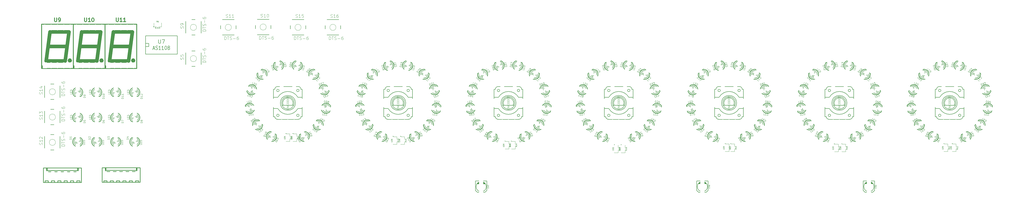
<source format=gto>
G04 (created by PCBNEW (2013-jul-07)-stable) date Di 23 Feb 2016 16:58:54 CET*
%MOIN*%
G04 Gerber Fmt 3.4, Leading zero omitted, Abs format*
%FSLAX34Y34*%
G01*
G70*
G90*
G04 APERTURE LIST*
%ADD10C,0.00590551*%
%ADD11C,0.01*%
%ADD12C,0.006*%
%ADD13C,0.005*%
%ADD14C,0.0026*%
%ADD15C,0.008*%
%ADD16C,0.004*%
%ADD17C,0.0039*%
%ADD18C,0.0551*%
%ADD19C,0.0118*%
%ADD20C,0.012*%
%ADD21C,0.0394*%
%ADD22C,0.0035*%
%ADD23C,0.0043*%
%ADD24C,0.011811*%
%ADD25C,0.003*%
%ADD26C,0.0047*%
%ADD27C,0.073874*%
%ADD28R,0.027874X0.057874*%
%ADD29O,0.067874X0.127874*%
%ADD30R,0.0492126X0.0492126*%
%ADD31C,0.0492126*%
%ADD32C,0.244094*%
%ADD33O,0.126574X0.067174*%
%ADD34O,0.067174X0.126574*%
%ADD35R,0.042874X0.062874*%
%ADD36R,0.062874X0.042874*%
%ADD37R,0.066974X0.094474*%
%ADD38O,0.066974X0.094474*%
%ADD39C,0.067874*%
%ADD40R,0.133858X0.133858*%
%ADD41R,0.070874X0.110274*%
G04 APERTURE END LIST*
G54D10*
G54D11*
X9735Y-21900D02*
X8735Y-21900D01*
G54D12*
X8850Y-22980D02*
G75*
G03X9235Y-23120I384J460D01*
G74*
G01*
X9235Y-23119D02*
G75*
G03X9632Y-22968I0J599D01*
G74*
G01*
X9235Y-21920D02*
G75*
G03X8845Y-22064I0J-599D01*
G74*
G01*
X9619Y-22059D02*
G75*
G03X9235Y-21920I-384J-460D01*
G74*
G01*
X8885Y-22032D02*
G75*
G03X8635Y-22520I349J-487D01*
G74*
G01*
X8635Y-22520D02*
G75*
G03X8874Y-22999I600J0D01*
G74*
G01*
X9834Y-22520D02*
G75*
G03X9603Y-22047I-599J0D01*
G74*
G01*
X9603Y-22993D02*
G75*
G03X9835Y-22520I-368J473D01*
G74*
G01*
X8985Y-22520D02*
G75*
G03X9235Y-22770I250J0D01*
G74*
G01*
X8835Y-22520D02*
G75*
G03X9235Y-22920I400J0D01*
G74*
G01*
X9485Y-22520D02*
G75*
G03X9235Y-22270I-250J0D01*
G74*
G01*
X9635Y-22520D02*
G75*
G03X9235Y-22120I-400J0D01*
G74*
G01*
G54D11*
X8721Y-21906D02*
G75*
G03X8435Y-22520I513J-613D01*
G74*
G01*
X8436Y-22520D02*
G75*
G03X8858Y-23224I799J0D01*
G74*
G01*
X10033Y-22518D02*
G75*
G03X9750Y-21909I-798J-1D01*
G74*
G01*
X9632Y-23214D02*
G75*
G03X10035Y-22520I-397J694D01*
G74*
G01*
X8855Y-23224D02*
G75*
G03X9235Y-23320I379J704D01*
G74*
G01*
X9235Y-23319D02*
G75*
G03X9653Y-23201I0J799D01*
G74*
G01*
X12735Y-21900D02*
X11735Y-21900D01*
G54D12*
X11850Y-22980D02*
G75*
G03X12235Y-23120I384J460D01*
G74*
G01*
X12235Y-23119D02*
G75*
G03X12632Y-22968I0J599D01*
G74*
G01*
X12235Y-21920D02*
G75*
G03X11845Y-22064I0J-599D01*
G74*
G01*
X12619Y-22059D02*
G75*
G03X12235Y-21920I-384J-460D01*
G74*
G01*
X11885Y-22032D02*
G75*
G03X11635Y-22520I349J-487D01*
G74*
G01*
X11635Y-22520D02*
G75*
G03X11874Y-22999I600J0D01*
G74*
G01*
X12834Y-22520D02*
G75*
G03X12603Y-22047I-599J0D01*
G74*
G01*
X12603Y-22993D02*
G75*
G03X12835Y-22520I-368J473D01*
G74*
G01*
X11985Y-22520D02*
G75*
G03X12235Y-22770I250J0D01*
G74*
G01*
X11835Y-22520D02*
G75*
G03X12235Y-22920I400J0D01*
G74*
G01*
X12485Y-22520D02*
G75*
G03X12235Y-22270I-250J0D01*
G74*
G01*
X12635Y-22520D02*
G75*
G03X12235Y-22120I-400J0D01*
G74*
G01*
G54D11*
X11721Y-21906D02*
G75*
G03X11435Y-22520I513J-613D01*
G74*
G01*
X11436Y-22520D02*
G75*
G03X11858Y-23224I799J0D01*
G74*
G01*
X13033Y-22518D02*
G75*
G03X12750Y-21909I-798J-1D01*
G74*
G01*
X12632Y-23214D02*
G75*
G03X13035Y-22520I-397J694D01*
G74*
G01*
X11855Y-23224D02*
G75*
G03X12235Y-23320I379J704D01*
G74*
G01*
X12235Y-23319D02*
G75*
G03X12653Y-23201I0J799D01*
G74*
G01*
X15735Y-21900D02*
X14735Y-21900D01*
G54D12*
X14850Y-22980D02*
G75*
G03X15235Y-23120I384J460D01*
G74*
G01*
X15235Y-23119D02*
G75*
G03X15632Y-22968I0J599D01*
G74*
G01*
X15235Y-21920D02*
G75*
G03X14845Y-22064I0J-599D01*
G74*
G01*
X15619Y-22059D02*
G75*
G03X15235Y-21920I-384J-460D01*
G74*
G01*
X14885Y-22032D02*
G75*
G03X14635Y-22520I349J-487D01*
G74*
G01*
X14635Y-22520D02*
G75*
G03X14874Y-22999I600J0D01*
G74*
G01*
X15834Y-22520D02*
G75*
G03X15603Y-22047I-599J0D01*
G74*
G01*
X15603Y-22993D02*
G75*
G03X15835Y-22520I-368J473D01*
G74*
G01*
X14985Y-22520D02*
G75*
G03X15235Y-22770I250J0D01*
G74*
G01*
X14835Y-22520D02*
G75*
G03X15235Y-22920I400J0D01*
G74*
G01*
X15485Y-22520D02*
G75*
G03X15235Y-22270I-250J0D01*
G74*
G01*
X15635Y-22520D02*
G75*
G03X15235Y-22120I-400J0D01*
G74*
G01*
G54D11*
X14721Y-21906D02*
G75*
G03X14435Y-22520I513J-613D01*
G74*
G01*
X14436Y-22520D02*
G75*
G03X14858Y-23224I799J0D01*
G74*
G01*
X16033Y-22518D02*
G75*
G03X15750Y-21909I-798J-1D01*
G74*
G01*
X15632Y-23214D02*
G75*
G03X16035Y-22520I-397J694D01*
G74*
G01*
X14855Y-23224D02*
G75*
G03X15235Y-23320I379J704D01*
G74*
G01*
X15235Y-23319D02*
G75*
G03X15653Y-23201I0J799D01*
G74*
G01*
X18735Y-21900D02*
X17735Y-21900D01*
G54D12*
X17850Y-22980D02*
G75*
G03X18235Y-23120I384J460D01*
G74*
G01*
X18235Y-23119D02*
G75*
G03X18632Y-22968I0J599D01*
G74*
G01*
X18235Y-21920D02*
G75*
G03X17845Y-22064I0J-599D01*
G74*
G01*
X18619Y-22059D02*
G75*
G03X18235Y-21920I-384J-460D01*
G74*
G01*
X17885Y-22032D02*
G75*
G03X17635Y-22520I349J-487D01*
G74*
G01*
X17635Y-22520D02*
G75*
G03X17874Y-22999I600J0D01*
G74*
G01*
X18834Y-22520D02*
G75*
G03X18603Y-22047I-599J0D01*
G74*
G01*
X18603Y-22993D02*
G75*
G03X18835Y-22520I-368J473D01*
G74*
G01*
X17985Y-22520D02*
G75*
G03X18235Y-22770I250J0D01*
G74*
G01*
X17835Y-22520D02*
G75*
G03X18235Y-22920I400J0D01*
G74*
G01*
X18485Y-22520D02*
G75*
G03X18235Y-22270I-250J0D01*
G74*
G01*
X18635Y-22520D02*
G75*
G03X18235Y-22120I-400J0D01*
G74*
G01*
G54D11*
X17721Y-21906D02*
G75*
G03X17435Y-22520I513J-613D01*
G74*
G01*
X17436Y-22520D02*
G75*
G03X17858Y-23224I799J0D01*
G74*
G01*
X19033Y-22518D02*
G75*
G03X18750Y-21909I-798J-1D01*
G74*
G01*
X18632Y-23214D02*
G75*
G03X19035Y-22520I-397J694D01*
G74*
G01*
X17855Y-23224D02*
G75*
G03X18235Y-23320I379J704D01*
G74*
G01*
X18235Y-23319D02*
G75*
G03X18653Y-23201I0J799D01*
G74*
G01*
X8735Y-19340D02*
X9735Y-19340D01*
G54D12*
X9619Y-18259D02*
G75*
G03X9235Y-18120I-384J-460D01*
G74*
G01*
X9235Y-18120D02*
G75*
G03X8837Y-18271I0J-599D01*
G74*
G01*
X9235Y-19319D02*
G75*
G03X9624Y-19175I0J599D01*
G74*
G01*
X8850Y-19180D02*
G75*
G03X9235Y-19320I384J460D01*
G74*
G01*
X9584Y-19207D02*
G75*
G03X9835Y-18720I-349J487D01*
G74*
G01*
X9835Y-18720D02*
G75*
G03X9595Y-18240I-600J0D01*
G74*
G01*
X8635Y-18720D02*
G75*
G03X8866Y-19192I599J0D01*
G74*
G01*
X8866Y-18246D02*
G75*
G03X8635Y-18720I368J-473D01*
G74*
G01*
X9485Y-18720D02*
G75*
G03X9235Y-18470I-250J0D01*
G74*
G01*
X9635Y-18720D02*
G75*
G03X9235Y-18320I-400J0D01*
G74*
G01*
X8985Y-18720D02*
G75*
G03X9235Y-18970I250J0D01*
G74*
G01*
X8835Y-18720D02*
G75*
G03X9235Y-19120I400J0D01*
G74*
G01*
G54D11*
X9748Y-19333D02*
G75*
G03X10035Y-18720I-513J613D01*
G74*
G01*
X10034Y-18720D02*
G75*
G03X9611Y-18015I-799J0D01*
G74*
G01*
X8436Y-18721D02*
G75*
G03X8719Y-19330I798J1D01*
G74*
G01*
X8837Y-18025D02*
G75*
G03X8435Y-18720I397J-694D01*
G74*
G01*
X9614Y-18015D02*
G75*
G03X9235Y-17920I-379J-704D01*
G74*
G01*
X9235Y-17920D02*
G75*
G03X8816Y-18038I0J-799D01*
G74*
G01*
X11735Y-19340D02*
X12735Y-19340D01*
G54D12*
X12619Y-18259D02*
G75*
G03X12235Y-18120I-384J-460D01*
G74*
G01*
X12235Y-18120D02*
G75*
G03X11837Y-18271I0J-599D01*
G74*
G01*
X12235Y-19319D02*
G75*
G03X12624Y-19175I0J599D01*
G74*
G01*
X11850Y-19180D02*
G75*
G03X12235Y-19320I384J460D01*
G74*
G01*
X12584Y-19207D02*
G75*
G03X12835Y-18720I-349J487D01*
G74*
G01*
X12835Y-18720D02*
G75*
G03X12595Y-18240I-600J0D01*
G74*
G01*
X11635Y-18720D02*
G75*
G03X11866Y-19192I599J0D01*
G74*
G01*
X11866Y-18246D02*
G75*
G03X11635Y-18720I368J-473D01*
G74*
G01*
X12485Y-18720D02*
G75*
G03X12235Y-18470I-250J0D01*
G74*
G01*
X12635Y-18720D02*
G75*
G03X12235Y-18320I-400J0D01*
G74*
G01*
X11985Y-18720D02*
G75*
G03X12235Y-18970I250J0D01*
G74*
G01*
X11835Y-18720D02*
G75*
G03X12235Y-19120I400J0D01*
G74*
G01*
G54D11*
X12748Y-19333D02*
G75*
G03X13035Y-18720I-513J613D01*
G74*
G01*
X13034Y-18720D02*
G75*
G03X12611Y-18015I-799J0D01*
G74*
G01*
X11436Y-18721D02*
G75*
G03X11719Y-19330I798J1D01*
G74*
G01*
X11837Y-18025D02*
G75*
G03X11435Y-18720I397J-694D01*
G74*
G01*
X12614Y-18015D02*
G75*
G03X12235Y-17920I-379J-704D01*
G74*
G01*
X12235Y-17920D02*
G75*
G03X11816Y-18038I0J-799D01*
G74*
G01*
X14735Y-19340D02*
X15735Y-19340D01*
G54D12*
X15619Y-18259D02*
G75*
G03X15235Y-18120I-384J-460D01*
G74*
G01*
X15235Y-18120D02*
G75*
G03X14837Y-18271I0J-599D01*
G74*
G01*
X15235Y-19319D02*
G75*
G03X15624Y-19175I0J599D01*
G74*
G01*
X14850Y-19180D02*
G75*
G03X15235Y-19320I384J460D01*
G74*
G01*
X15584Y-19207D02*
G75*
G03X15835Y-18720I-349J487D01*
G74*
G01*
X15835Y-18720D02*
G75*
G03X15595Y-18240I-600J0D01*
G74*
G01*
X14635Y-18720D02*
G75*
G03X14866Y-19192I599J0D01*
G74*
G01*
X14866Y-18246D02*
G75*
G03X14635Y-18720I368J-473D01*
G74*
G01*
X15485Y-18720D02*
G75*
G03X15235Y-18470I-250J0D01*
G74*
G01*
X15635Y-18720D02*
G75*
G03X15235Y-18320I-400J0D01*
G74*
G01*
X14985Y-18720D02*
G75*
G03X15235Y-18970I250J0D01*
G74*
G01*
X14835Y-18720D02*
G75*
G03X15235Y-19120I400J0D01*
G74*
G01*
G54D11*
X15748Y-19333D02*
G75*
G03X16035Y-18720I-513J613D01*
G74*
G01*
X16034Y-18720D02*
G75*
G03X15611Y-18015I-799J0D01*
G74*
G01*
X14436Y-18721D02*
G75*
G03X14719Y-19330I798J1D01*
G74*
G01*
X14837Y-18025D02*
G75*
G03X14435Y-18720I397J-694D01*
G74*
G01*
X15614Y-18015D02*
G75*
G03X15235Y-17920I-379J-704D01*
G74*
G01*
X15235Y-17920D02*
G75*
G03X14816Y-18038I0J-799D01*
G74*
G01*
X17735Y-19340D02*
X18735Y-19340D01*
G54D12*
X18619Y-18259D02*
G75*
G03X18235Y-18120I-384J-460D01*
G74*
G01*
X18235Y-18120D02*
G75*
G03X17837Y-18271I0J-599D01*
G74*
G01*
X18235Y-19319D02*
G75*
G03X18624Y-19175I0J599D01*
G74*
G01*
X17850Y-19180D02*
G75*
G03X18235Y-19320I384J460D01*
G74*
G01*
X18584Y-19207D02*
G75*
G03X18835Y-18720I-349J487D01*
G74*
G01*
X18835Y-18720D02*
G75*
G03X18595Y-18240I-600J0D01*
G74*
G01*
X17635Y-18720D02*
G75*
G03X17866Y-19192I599J0D01*
G74*
G01*
X17866Y-18246D02*
G75*
G03X17635Y-18720I368J-473D01*
G74*
G01*
X18485Y-18720D02*
G75*
G03X18235Y-18470I-250J0D01*
G74*
G01*
X18635Y-18720D02*
G75*
G03X18235Y-18320I-400J0D01*
G74*
G01*
X17985Y-18720D02*
G75*
G03X18235Y-18970I250J0D01*
G74*
G01*
X17835Y-18720D02*
G75*
G03X18235Y-19120I400J0D01*
G74*
G01*
G54D11*
X18748Y-19333D02*
G75*
G03X19035Y-18720I-513J613D01*
G74*
G01*
X19034Y-18720D02*
G75*
G03X18611Y-18015I-799J0D01*
G74*
G01*
X17436Y-18721D02*
G75*
G03X17719Y-19330I798J1D01*
G74*
G01*
X17837Y-18025D02*
G75*
G03X17435Y-18720I397J-694D01*
G74*
G01*
X18614Y-18015D02*
G75*
G03X18235Y-17920I-379J-704D01*
G74*
G01*
X18235Y-17920D02*
G75*
G03X17816Y-18038I0J-799D01*
G74*
G01*
X8735Y-15340D02*
X9735Y-15340D01*
G54D12*
X9619Y-14259D02*
G75*
G03X9235Y-14120I-384J-460D01*
G74*
G01*
X9235Y-14120D02*
G75*
G03X8837Y-14271I0J-599D01*
G74*
G01*
X9235Y-15319D02*
G75*
G03X9624Y-15175I0J599D01*
G74*
G01*
X8850Y-15180D02*
G75*
G03X9235Y-15320I384J460D01*
G74*
G01*
X9584Y-15207D02*
G75*
G03X9835Y-14720I-349J487D01*
G74*
G01*
X9835Y-14720D02*
G75*
G03X9595Y-14240I-600J0D01*
G74*
G01*
X8635Y-14720D02*
G75*
G03X8866Y-15192I599J0D01*
G74*
G01*
X8866Y-14246D02*
G75*
G03X8635Y-14720I368J-473D01*
G74*
G01*
X9485Y-14720D02*
G75*
G03X9235Y-14470I-250J0D01*
G74*
G01*
X9635Y-14720D02*
G75*
G03X9235Y-14320I-400J0D01*
G74*
G01*
X8985Y-14720D02*
G75*
G03X9235Y-14970I250J0D01*
G74*
G01*
X8835Y-14720D02*
G75*
G03X9235Y-15120I400J0D01*
G74*
G01*
G54D11*
X9748Y-15333D02*
G75*
G03X10035Y-14720I-513J613D01*
G74*
G01*
X10034Y-14720D02*
G75*
G03X9611Y-14015I-799J0D01*
G74*
G01*
X8436Y-14721D02*
G75*
G03X8719Y-15330I798J1D01*
G74*
G01*
X8837Y-14025D02*
G75*
G03X8435Y-14720I397J-694D01*
G74*
G01*
X9614Y-14015D02*
G75*
G03X9235Y-13920I-379J-704D01*
G74*
G01*
X9235Y-13920D02*
G75*
G03X8816Y-14038I0J-799D01*
G74*
G01*
X11735Y-15340D02*
X12735Y-15340D01*
G54D12*
X12619Y-14259D02*
G75*
G03X12235Y-14120I-384J-460D01*
G74*
G01*
X12235Y-14120D02*
G75*
G03X11837Y-14271I0J-599D01*
G74*
G01*
X12235Y-15319D02*
G75*
G03X12624Y-15175I0J599D01*
G74*
G01*
X11850Y-15180D02*
G75*
G03X12235Y-15320I384J460D01*
G74*
G01*
X12584Y-15207D02*
G75*
G03X12835Y-14720I-349J487D01*
G74*
G01*
X12835Y-14720D02*
G75*
G03X12595Y-14240I-600J0D01*
G74*
G01*
X11635Y-14720D02*
G75*
G03X11866Y-15192I599J0D01*
G74*
G01*
X11866Y-14246D02*
G75*
G03X11635Y-14720I368J-473D01*
G74*
G01*
X12485Y-14720D02*
G75*
G03X12235Y-14470I-250J0D01*
G74*
G01*
X12635Y-14720D02*
G75*
G03X12235Y-14320I-400J0D01*
G74*
G01*
X11985Y-14720D02*
G75*
G03X12235Y-14970I250J0D01*
G74*
G01*
X11835Y-14720D02*
G75*
G03X12235Y-15120I400J0D01*
G74*
G01*
G54D11*
X12748Y-15333D02*
G75*
G03X13035Y-14720I-513J613D01*
G74*
G01*
X13034Y-14720D02*
G75*
G03X12611Y-14015I-799J0D01*
G74*
G01*
X11436Y-14721D02*
G75*
G03X11719Y-15330I798J1D01*
G74*
G01*
X11837Y-14025D02*
G75*
G03X11435Y-14720I397J-694D01*
G74*
G01*
X12614Y-14015D02*
G75*
G03X12235Y-13920I-379J-704D01*
G74*
G01*
X12235Y-13920D02*
G75*
G03X11816Y-14038I0J-799D01*
G74*
G01*
X14735Y-15340D02*
X15735Y-15340D01*
G54D12*
X15619Y-14259D02*
G75*
G03X15235Y-14120I-384J-460D01*
G74*
G01*
X15235Y-14120D02*
G75*
G03X14837Y-14271I0J-599D01*
G74*
G01*
X15235Y-15319D02*
G75*
G03X15624Y-15175I0J599D01*
G74*
G01*
X14850Y-15180D02*
G75*
G03X15235Y-15320I384J460D01*
G74*
G01*
X15584Y-15207D02*
G75*
G03X15835Y-14720I-349J487D01*
G74*
G01*
X15835Y-14720D02*
G75*
G03X15595Y-14240I-600J0D01*
G74*
G01*
X14635Y-14720D02*
G75*
G03X14866Y-15192I599J0D01*
G74*
G01*
X14866Y-14246D02*
G75*
G03X14635Y-14720I368J-473D01*
G74*
G01*
X15485Y-14720D02*
G75*
G03X15235Y-14470I-250J0D01*
G74*
G01*
X15635Y-14720D02*
G75*
G03X15235Y-14320I-400J0D01*
G74*
G01*
X14985Y-14720D02*
G75*
G03X15235Y-14970I250J0D01*
G74*
G01*
X14835Y-14720D02*
G75*
G03X15235Y-15120I400J0D01*
G74*
G01*
G54D11*
X15748Y-15333D02*
G75*
G03X16035Y-14720I-513J613D01*
G74*
G01*
X16034Y-14720D02*
G75*
G03X15611Y-14015I-799J0D01*
G74*
G01*
X14436Y-14721D02*
G75*
G03X14719Y-15330I798J1D01*
G74*
G01*
X14837Y-14025D02*
G75*
G03X14435Y-14720I397J-694D01*
G74*
G01*
X15614Y-14015D02*
G75*
G03X15235Y-13920I-379J-704D01*
G74*
G01*
X15235Y-13920D02*
G75*
G03X14816Y-14038I0J-799D01*
G74*
G01*
X17735Y-15340D02*
X18735Y-15340D01*
G54D12*
X18619Y-14259D02*
G75*
G03X18235Y-14120I-384J-460D01*
G74*
G01*
X18235Y-14120D02*
G75*
G03X17837Y-14271I0J-599D01*
G74*
G01*
X18235Y-15319D02*
G75*
G03X18624Y-15175I0J599D01*
G74*
G01*
X17850Y-15180D02*
G75*
G03X18235Y-15320I384J460D01*
G74*
G01*
X18584Y-15207D02*
G75*
G03X18835Y-14720I-349J487D01*
G74*
G01*
X18835Y-14720D02*
G75*
G03X18595Y-14240I-600J0D01*
G74*
G01*
X17635Y-14720D02*
G75*
G03X17866Y-15192I599J0D01*
G74*
G01*
X17866Y-14246D02*
G75*
G03X17635Y-14720I368J-473D01*
G74*
G01*
X18485Y-14720D02*
G75*
G03X18235Y-14470I-250J0D01*
G74*
G01*
X18635Y-14720D02*
G75*
G03X18235Y-14320I-400J0D01*
G74*
G01*
X17985Y-14720D02*
G75*
G03X18235Y-14970I250J0D01*
G74*
G01*
X17835Y-14720D02*
G75*
G03X18235Y-15120I400J0D01*
G74*
G01*
G54D11*
X18748Y-15333D02*
G75*
G03X19035Y-14720I-513J613D01*
G74*
G01*
X19034Y-14720D02*
G75*
G03X18611Y-14015I-799J0D01*
G74*
G01*
X17436Y-14721D02*
G75*
G03X17719Y-15330I798J1D01*
G74*
G01*
X17837Y-14025D02*
G75*
G03X17435Y-14720I397J-694D01*
G74*
G01*
X18614Y-14015D02*
G75*
G03X18235Y-13920I-379J-704D01*
G74*
G01*
X18235Y-13920D02*
G75*
G03X17816Y-14038I0J-799D01*
G74*
G01*
G54D13*
X24935Y-8670D02*
X24935Y-5770D01*
X19935Y-5770D02*
X19935Y-8670D01*
X24935Y-8670D02*
X19935Y-8670D01*
X19935Y-5770D02*
X24935Y-5770D01*
X19935Y-6970D02*
X20435Y-6970D01*
X20435Y-6970D02*
X20435Y-7470D01*
X20435Y-7470D02*
X19935Y-7470D01*
G54D14*
X13485Y-27880D02*
X13685Y-27880D01*
X13685Y-27880D02*
X13685Y-27680D01*
X13485Y-27680D02*
X13685Y-27680D01*
X13485Y-27880D02*
X13485Y-27680D01*
X14485Y-27880D02*
X14685Y-27880D01*
X14685Y-27880D02*
X14685Y-27680D01*
X14485Y-27680D02*
X14685Y-27680D01*
X14485Y-27880D02*
X14485Y-27680D01*
X15485Y-27880D02*
X15685Y-27880D01*
X15685Y-27880D02*
X15685Y-27680D01*
X15485Y-27680D02*
X15685Y-27680D01*
X15485Y-27880D02*
X15485Y-27680D01*
X16485Y-27880D02*
X16685Y-27880D01*
X16685Y-27880D02*
X16685Y-27680D01*
X16485Y-27680D02*
X16685Y-27680D01*
X16485Y-27880D02*
X16485Y-27680D01*
X17485Y-27880D02*
X17685Y-27880D01*
X17685Y-27880D02*
X17685Y-27680D01*
X17485Y-27680D02*
X17685Y-27680D01*
X17485Y-27880D02*
X17485Y-27680D01*
X18485Y-27880D02*
X18685Y-27880D01*
X18685Y-27880D02*
X18685Y-27680D01*
X18485Y-27680D02*
X18685Y-27680D01*
X18485Y-27880D02*
X18485Y-27680D01*
G54D13*
X13585Y-26780D02*
X13585Y-26630D01*
G54D11*
X13085Y-27780D02*
X13085Y-26630D01*
X13085Y-26630D02*
X13585Y-26630D01*
X13585Y-26630D02*
X13685Y-26630D01*
X13685Y-26630D02*
X16085Y-26630D01*
X19085Y-27780D02*
X19085Y-26630D01*
X19085Y-26630D02*
X16085Y-26630D01*
X13085Y-27780D02*
X13085Y-28930D01*
X13085Y-28930D02*
X16035Y-28930D01*
X19085Y-27780D02*
X19085Y-28930D01*
X19085Y-28930D02*
X16035Y-28930D01*
X13185Y-28930D02*
X13335Y-28930D01*
X13335Y-28930D02*
X13335Y-28680D01*
X13335Y-28680D02*
X13835Y-28680D01*
X13835Y-28680D02*
X13835Y-28930D01*
X13835Y-28930D02*
X14335Y-28930D01*
X14335Y-28930D02*
X14335Y-28680D01*
X14335Y-28680D02*
X14835Y-28680D01*
X14835Y-28680D02*
X14835Y-28930D01*
X14835Y-28930D02*
X15335Y-28930D01*
X15335Y-28930D02*
X15335Y-28680D01*
X15335Y-28680D02*
X15835Y-28680D01*
X15835Y-28680D02*
X15835Y-28930D01*
X15835Y-28930D02*
X16335Y-28930D01*
X16335Y-28930D02*
X16335Y-28680D01*
X16335Y-28680D02*
X16835Y-28680D01*
X16835Y-28680D02*
X16835Y-28930D01*
X16835Y-28930D02*
X17335Y-28930D01*
X17335Y-28930D02*
X17335Y-28680D01*
X17335Y-28680D02*
X17835Y-28680D01*
X17835Y-28680D02*
X17835Y-28930D01*
X17835Y-28930D02*
X18335Y-28930D01*
X18335Y-28930D02*
X18335Y-28680D01*
X18335Y-28680D02*
X18835Y-28680D01*
X18835Y-28680D02*
X18835Y-28930D01*
X18835Y-28930D02*
X19085Y-28930D01*
X13585Y-27030D02*
X13585Y-26630D01*
X13585Y-27030D02*
X13685Y-27030D01*
X13685Y-27030D02*
X18485Y-27030D01*
X18485Y-27030D02*
X18585Y-27030D01*
X18585Y-27030D02*
X18585Y-26630D01*
X13585Y-27030D02*
X13685Y-27230D01*
X13685Y-26630D02*
X13685Y-27030D01*
X13685Y-27230D02*
X18485Y-27230D01*
X18485Y-27230D02*
X18585Y-27030D01*
X18485Y-26630D02*
X18485Y-27030D01*
G54D14*
X4215Y-27910D02*
X4415Y-27910D01*
X4415Y-27910D02*
X4415Y-27710D01*
X4215Y-27710D02*
X4415Y-27710D01*
X4215Y-27910D02*
X4215Y-27710D01*
X5215Y-27910D02*
X5415Y-27910D01*
X5415Y-27910D02*
X5415Y-27710D01*
X5215Y-27710D02*
X5415Y-27710D01*
X5215Y-27910D02*
X5215Y-27710D01*
X6215Y-27910D02*
X6415Y-27910D01*
X6415Y-27910D02*
X6415Y-27710D01*
X6215Y-27710D02*
X6415Y-27710D01*
X6215Y-27910D02*
X6215Y-27710D01*
X7215Y-27910D02*
X7415Y-27910D01*
X7415Y-27910D02*
X7415Y-27710D01*
X7215Y-27710D02*
X7415Y-27710D01*
X7215Y-27910D02*
X7215Y-27710D01*
X8215Y-27910D02*
X8415Y-27910D01*
X8415Y-27910D02*
X8415Y-27710D01*
X8215Y-27710D02*
X8415Y-27710D01*
X8215Y-27910D02*
X8215Y-27710D01*
X9215Y-27910D02*
X9415Y-27910D01*
X9415Y-27910D02*
X9415Y-27710D01*
X9215Y-27710D02*
X9415Y-27710D01*
X9215Y-27910D02*
X9215Y-27710D01*
G54D13*
X4315Y-26810D02*
X4315Y-26660D01*
G54D11*
X3815Y-27810D02*
X3815Y-26660D01*
X3815Y-26660D02*
X4315Y-26660D01*
X4315Y-26660D02*
X4415Y-26660D01*
X4415Y-26660D02*
X6815Y-26660D01*
X9815Y-27810D02*
X9815Y-26660D01*
X9815Y-26660D02*
X6815Y-26660D01*
X3815Y-27810D02*
X3815Y-28960D01*
X3815Y-28960D02*
X6765Y-28960D01*
X9815Y-27810D02*
X9815Y-28960D01*
X9815Y-28960D02*
X6765Y-28960D01*
X3915Y-28960D02*
X4065Y-28960D01*
X4065Y-28960D02*
X4065Y-28710D01*
X4065Y-28710D02*
X4565Y-28710D01*
X4565Y-28710D02*
X4565Y-28960D01*
X4565Y-28960D02*
X5065Y-28960D01*
X5065Y-28960D02*
X5065Y-28710D01*
X5065Y-28710D02*
X5565Y-28710D01*
X5565Y-28710D02*
X5565Y-28960D01*
X5565Y-28960D02*
X6065Y-28960D01*
X6065Y-28960D02*
X6065Y-28710D01*
X6065Y-28710D02*
X6565Y-28710D01*
X6565Y-28710D02*
X6565Y-28960D01*
X6565Y-28960D02*
X7065Y-28960D01*
X7065Y-28960D02*
X7065Y-28710D01*
X7065Y-28710D02*
X7565Y-28710D01*
X7565Y-28710D02*
X7565Y-28960D01*
X7565Y-28960D02*
X8065Y-28960D01*
X8065Y-28960D02*
X8065Y-28710D01*
X8065Y-28710D02*
X8565Y-28710D01*
X8565Y-28710D02*
X8565Y-28960D01*
X8565Y-28960D02*
X9065Y-28960D01*
X9065Y-28960D02*
X9065Y-28710D01*
X9065Y-28710D02*
X9565Y-28710D01*
X9565Y-28710D02*
X9565Y-28960D01*
X9565Y-28960D02*
X9815Y-28960D01*
X4315Y-27060D02*
X4315Y-26660D01*
X4315Y-27060D02*
X4415Y-27060D01*
X4415Y-27060D02*
X9215Y-27060D01*
X9215Y-27060D02*
X9315Y-27060D01*
X9315Y-27060D02*
X9315Y-26660D01*
X4315Y-27060D02*
X4415Y-27260D01*
X4415Y-26660D02*
X4415Y-27060D01*
X4415Y-27260D02*
X9215Y-27260D01*
X9215Y-27260D02*
X9315Y-27060D01*
X9215Y-26660D02*
X9215Y-27060D01*
X76044Y-9738D02*
X75074Y-9980D01*
G54D12*
X75448Y-11001D02*
G75*
G03X75854Y-11043I261J540D01*
G74*
G01*
X75854Y-11042D02*
G75*
G03X76203Y-10799I-144J581D01*
G74*
G01*
X75564Y-9879D02*
G75*
G03X75220Y-10114I144J-581D01*
G74*
G01*
X75970Y-9921D02*
G75*
G03X75564Y-9879I-261J-540D01*
G74*
G01*
X75252Y-10072D02*
G75*
G03X75127Y-10606I456J-388D01*
G74*
G01*
X75127Y-10606D02*
G75*
G03X75475Y-11013I582J145D01*
G74*
G01*
X76290Y-10316D02*
G75*
G03X75952Y-9913I-581J-144D01*
G74*
G01*
X76181Y-10831D02*
G75*
G03X76291Y-10316I-472J370D01*
G74*
G01*
X75466Y-10521D02*
G75*
G03X75769Y-10703I242J60D01*
G74*
G01*
X75321Y-10557D02*
G75*
G03X75806Y-10849I388J96D01*
G74*
G01*
X75951Y-10400D02*
G75*
G03X75648Y-10218I-242J-60D01*
G74*
G01*
X76097Y-10364D02*
G75*
G03X75612Y-10073I-388J-96D01*
G74*
G01*
G54D11*
X75062Y-9989D02*
G75*
G03X74933Y-10654I646J-471D01*
G74*
G01*
X74934Y-10654D02*
G75*
G03X75514Y-11236I775J193D01*
G74*
G01*
X76484Y-10266D02*
G75*
G03X76062Y-9744I-774J-194D01*
G74*
G01*
X76262Y-11038D02*
G75*
G03X76485Y-10267I-553J577D01*
G74*
G01*
X75511Y-11236D02*
G75*
G03X75902Y-11237I197J775D01*
G74*
G01*
X75902Y-11237D02*
G75*
G03X76280Y-11020I-193J775D01*
G74*
G01*
X71041Y-13611D02*
X70699Y-14551D01*
G54D12*
X71754Y-14812D02*
G75*
G03X72016Y-14498I-301J518D01*
G74*
G01*
X72015Y-14498D02*
G75*
G03X72010Y-14073I-563J204D01*
G74*
G01*
X70889Y-14088D02*
G75*
G03X70891Y-14504I563J-204D01*
G74*
G01*
X71151Y-13775D02*
G75*
G03X70889Y-14088I301J-518D01*
G74*
G01*
X70874Y-14455D02*
G75*
G03X71247Y-14857I577J161D01*
G74*
G01*
X71247Y-14857D02*
G75*
G03X71780Y-14796I205J563D01*
G74*
G01*
X71657Y-13730D02*
G75*
G03X71134Y-13786I-204J-563D01*
G74*
G01*
X72023Y-14109D02*
G75*
G03X71658Y-13729I-570J-184D01*
G74*
G01*
X71367Y-14528D02*
G75*
G03X71687Y-14379I85J234D01*
G74*
G01*
X71316Y-14669D02*
G75*
G03X71828Y-14430I136J375D01*
G74*
G01*
X71538Y-14058D02*
G75*
G03X71217Y-14208I-85J-234D01*
G74*
G01*
X71589Y-13917D02*
G75*
G03X71076Y-14156I-136J-375D01*
G74*
G01*
G54D11*
X70700Y-14565D02*
G75*
G03X71179Y-15045I752J272D01*
G74*
G01*
X71179Y-15044D02*
G75*
G03X71986Y-14888I273J750D01*
G74*
G01*
X71724Y-13542D02*
G75*
G03X71055Y-13600I-271J-751D01*
G74*
G01*
X72241Y-14157D02*
G75*
G03X71726Y-13541I-788J-136D01*
G74*
G01*
X71985Y-14890D02*
G75*
G03X72204Y-14567I-532J597D01*
G74*
G01*
X72204Y-14567D02*
G75*
G03X72236Y-14132I-751J273D01*
G74*
G01*
X70460Y-16820D02*
X70599Y-17810D01*
G54D12*
X71654Y-17545D02*
G75*
G03X71738Y-17145I-509J316D01*
G74*
G01*
X71737Y-17145D02*
G75*
G03X71532Y-16772I-593J-83D01*
G74*
G01*
X70550Y-17312D02*
G75*
G03X70748Y-17678I593J83D01*
G74*
G01*
X70634Y-16912D02*
G75*
G03X70550Y-17312I509J-316D01*
G74*
G01*
X70709Y-17642D02*
G75*
G03X71227Y-17823I434J413D01*
G74*
G01*
X71227Y-17823D02*
G75*
G03X71669Y-17518I-83J594D01*
G74*
G01*
X71060Y-16635D02*
G75*
G03X70624Y-16930I83J-593D01*
G74*
G01*
X71561Y-16798D02*
G75*
G03X71060Y-16634I-417J-430D01*
G74*
G01*
X71179Y-17476D02*
G75*
G03X71391Y-17194I-34J247D01*
G74*
G01*
X71200Y-17625D02*
G75*
G03X71540Y-17173I-55J396D01*
G74*
G01*
X71109Y-16981D02*
G75*
G03X70896Y-17263I34J-247D01*
G74*
G01*
X71088Y-16832D02*
G75*
G03X70748Y-17284I55J-396D01*
G74*
G01*
G54D11*
X70608Y-17822D02*
G75*
G03X71255Y-18021I536J593D01*
G74*
G01*
X71255Y-18020D02*
G75*
G03X71894Y-17503I-111J791D01*
G74*
G01*
X71031Y-16437D02*
G75*
G03X70468Y-16803I112J-791D01*
G74*
G01*
X71776Y-16738D02*
G75*
G03X71033Y-16436I-632J-490D01*
G74*
G01*
X71894Y-17506D02*
G75*
G03X71936Y-17117I-750J277D01*
G74*
G01*
X71936Y-17117D02*
G75*
G03X71760Y-16719I-791J-111D01*
G74*
G01*
X48970Y-17810D02*
X49109Y-16820D01*
G54D12*
X48022Y-16784D02*
G75*
G03X47831Y-17145I403J-444D01*
G74*
G01*
X47832Y-17145D02*
G75*
G03X47926Y-17560I593J-83D01*
G74*
G01*
X49019Y-17312D02*
G75*
G03X48930Y-16906I-593J83D01*
G74*
G01*
X48828Y-17673D02*
G75*
G03X49019Y-17312I-403J444D01*
G74*
G01*
X48957Y-16950D02*
G75*
G03X48509Y-16634I-531J-277D01*
G74*
G01*
X48509Y-16634D02*
G75*
G03X48000Y-16805I-83J-594D01*
G74*
G01*
X48342Y-17822D02*
G75*
G03X48842Y-17659I83J593D01*
G74*
G01*
X47905Y-17528D02*
G75*
G03X48342Y-17823I520J299D01*
G74*
G01*
X48460Y-16981D02*
G75*
G03X48178Y-17194I-34J-247D01*
G74*
G01*
X48481Y-16832D02*
G75*
G03X48029Y-17173I-55J-396D01*
G74*
G01*
X48390Y-17476D02*
G75*
G03X48673Y-17263I34J247D01*
G74*
G01*
X48369Y-17625D02*
G75*
G03X48821Y-17284I55J396D01*
G74*
G01*
G54D11*
X49104Y-16806D02*
G75*
G03X48536Y-16436I-679J-422D01*
G74*
G01*
X48536Y-16437D02*
G75*
G03X47780Y-16758I-111J-791D01*
G74*
G01*
X48315Y-18020D02*
G75*
G03X48958Y-17824I109J791D01*
G74*
G01*
X47682Y-17526D02*
G75*
G03X48314Y-18021I742J297D01*
G74*
G01*
X47780Y-16755D02*
G75*
G03X47633Y-17117I644J-473D01*
G74*
G01*
X47633Y-17117D02*
G75*
G03X47692Y-17549I791J-111D01*
G74*
G01*
X48870Y-14551D02*
X48528Y-13611D01*
G54D12*
X47552Y-14090D02*
G75*
G03X47553Y-14498I564J-203D01*
G74*
G01*
X47554Y-14498D02*
G75*
G03X47832Y-14820I563J204D01*
G74*
G01*
X48680Y-14088D02*
G75*
G03X48411Y-13771I-563J-204D01*
G74*
G01*
X48681Y-14496D02*
G75*
G03X48680Y-14088I-564J203D01*
G74*
G01*
X48456Y-13798D02*
G75*
G03X47911Y-13729I-338J-495D01*
G74*
G01*
X47911Y-13729D02*
G75*
G03X47543Y-14119I205J-563D01*
G74*
G01*
X48322Y-14856D02*
G75*
G03X48687Y-14477I-204J563D01*
G74*
G01*
X47798Y-14801D02*
G75*
G03X48322Y-14857I318J508D01*
G74*
G01*
X48031Y-14058D02*
G75*
G03X47882Y-14379I85J-234D01*
G74*
G01*
X47980Y-13917D02*
G75*
G03X47741Y-14430I136J-375D01*
G74*
G01*
X48202Y-14528D02*
G75*
G03X48352Y-14208I-85J234D01*
G74*
G01*
X48253Y-14669D02*
G75*
G03X48493Y-14156I-136J375D01*
G74*
G01*
G54D11*
X48518Y-13601D02*
G75*
G03X47843Y-13541I-401J-692D01*
G74*
G01*
X47843Y-13542D02*
G75*
G03X47326Y-14181I273J-750D01*
G74*
G01*
X48391Y-15043D02*
G75*
G03X48866Y-14569I-274J750D01*
G74*
G01*
X47600Y-14904D02*
G75*
G03X48390Y-15045I516J611D01*
G74*
G01*
X47325Y-14178D02*
G75*
G03X47365Y-14567I791J-115D01*
G74*
G01*
X47365Y-14567D02*
G75*
G03X47620Y-14920I751J273D01*
G74*
G01*
X47253Y-11720D02*
X46509Y-11051D01*
G54D12*
X45872Y-11932D02*
G75*
G03X46065Y-12292I593J85D01*
G74*
G01*
X46065Y-12292D02*
G75*
G03X46462Y-12446I400J445D01*
G74*
G01*
X46867Y-11401D02*
G75*
G03X46481Y-11247I-400J-445D01*
G74*
G01*
X47060Y-11761D02*
G75*
G03X46868Y-11400I-593J-85D01*
G74*
G01*
X46533Y-11250D02*
G75*
G03X46020Y-11445I-66J-596D01*
G74*
G01*
X46020Y-11445D02*
G75*
G03X45877Y-11962I445J-401D01*
G74*
G01*
X46912Y-12247D02*
G75*
G03X47056Y-11741I-445J401D01*
G74*
G01*
X46423Y-12445D02*
G75*
G03X46912Y-12248I42J598D01*
G74*
G01*
X46280Y-11679D02*
G75*
G03X46299Y-12032I185J-167D01*
G74*
G01*
X46169Y-11579D02*
G75*
G03X46199Y-12144I297J-267D01*
G74*
G01*
X46652Y-12014D02*
G75*
G03X46633Y-11661I-185J167D01*
G74*
G01*
X46763Y-12114D02*
G75*
G03X46734Y-11549I-297J267D01*
G74*
G01*
G54D11*
X46496Y-11047D02*
G75*
G03X45872Y-11311I-29J-799D01*
G74*
G01*
X45872Y-11312D02*
G75*
G03X45715Y-12118I593J-534D01*
G74*
G01*
X47061Y-12380D02*
G75*
G03X47258Y-11738I-594J533D01*
G74*
G01*
X46297Y-12628D02*
G75*
G03X47061Y-12382I169J781D01*
G74*
G01*
X45713Y-12116D02*
G75*
G03X45931Y-12441I753J269D01*
G74*
G01*
X45931Y-12441D02*
G75*
G03X46322Y-12633I535J594D01*
G74*
G01*
X90460Y-11051D02*
X89716Y-11720D01*
G54D12*
X90526Y-12446D02*
G75*
G03X90904Y-12292I-23J599D01*
G74*
G01*
X90904Y-12292D02*
G75*
G03X91098Y-11913I-400J445D01*
G74*
G01*
X90102Y-11401D02*
G75*
G03X89909Y-11769I400J-445D01*
G74*
G01*
X90480Y-11247D02*
G75*
G03X90101Y-11400I23J-599D01*
G74*
G01*
X89917Y-11717D02*
G75*
G03X90057Y-12248I586J-128D01*
G74*
G01*
X90057Y-12248D02*
G75*
G03X90556Y-12444I445J401D01*
G74*
G01*
X90948Y-11445D02*
G75*
G03X90460Y-11249I-445J-401D01*
G74*
G01*
X91094Y-11952D02*
G75*
G03X90949Y-11445I-590J105D01*
G74*
G01*
X90317Y-12014D02*
G75*
G03X90670Y-12032I185J167D01*
G74*
G01*
X90206Y-12114D02*
G75*
G03X90770Y-12144I297J267D01*
G74*
G01*
X90689Y-11679D02*
G75*
G03X90336Y-11661I-185J-167D01*
G74*
G01*
X90800Y-11579D02*
G75*
G03X90235Y-11549I-297J-267D01*
G74*
G01*
G54D11*
X89711Y-11734D02*
G75*
G03X89908Y-12382I792J-112D01*
G74*
G01*
X89909Y-12381D02*
G75*
G03X90695Y-12622I593J534D01*
G74*
G01*
X91096Y-11311D02*
G75*
G03X90478Y-11048I-592J-535D01*
G74*
G01*
X91263Y-12096D02*
G75*
G03X91097Y-11311I-759J249D01*
G74*
G01*
X90692Y-12624D02*
G75*
G03X91038Y-12441I-189J777D01*
G74*
G01*
X91038Y-12441D02*
G75*
G03X91270Y-12072I-535J594D01*
G74*
G01*
X128244Y-9738D02*
X127274Y-9980D01*
G54D12*
X127648Y-11001D02*
G75*
G03X128054Y-11043I261J540D01*
G74*
G01*
X128054Y-11042D02*
G75*
G03X128403Y-10799I-144J581D01*
G74*
G01*
X127764Y-9879D02*
G75*
G03X127420Y-10114I144J-581D01*
G74*
G01*
X128170Y-9921D02*
G75*
G03X127764Y-9879I-261J-540D01*
G74*
G01*
X127452Y-10072D02*
G75*
G03X127327Y-10606I456J-388D01*
G74*
G01*
X127327Y-10606D02*
G75*
G03X127675Y-11013I582J145D01*
G74*
G01*
X128490Y-10316D02*
G75*
G03X128152Y-9913I-581J-144D01*
G74*
G01*
X128381Y-10831D02*
G75*
G03X128491Y-10316I-472J370D01*
G74*
G01*
X127666Y-10521D02*
G75*
G03X127969Y-10703I242J60D01*
G74*
G01*
X127521Y-10557D02*
G75*
G03X128006Y-10849I388J96D01*
G74*
G01*
X128151Y-10400D02*
G75*
G03X127848Y-10218I-242J-60D01*
G74*
G01*
X128297Y-10364D02*
G75*
G03X127812Y-10073I-388J-96D01*
G74*
G01*
G54D11*
X127262Y-9989D02*
G75*
G03X127133Y-10654I646J-471D01*
G74*
G01*
X127134Y-10654D02*
G75*
G03X127714Y-11236I775J193D01*
G74*
G01*
X128684Y-10266D02*
G75*
G03X128262Y-9744I-774J-194D01*
G74*
G01*
X128462Y-11038D02*
G75*
G03X128685Y-10267I-553J577D01*
G74*
G01*
X127711Y-11236D02*
G75*
G03X128102Y-11237I197J775D01*
G74*
G01*
X128102Y-11237D02*
G75*
G03X128480Y-11020I-193J775D01*
G74*
G01*
X125260Y-11051D02*
X124516Y-11720D01*
G54D12*
X125326Y-12446D02*
G75*
G03X125704Y-12292I-23J599D01*
G74*
G01*
X125704Y-12292D02*
G75*
G03X125898Y-11913I-400J445D01*
G74*
G01*
X124902Y-11401D02*
G75*
G03X124709Y-11769I400J-445D01*
G74*
G01*
X125280Y-11247D02*
G75*
G03X124901Y-11400I23J-599D01*
G74*
G01*
X124717Y-11717D02*
G75*
G03X124857Y-12248I586J-128D01*
G74*
G01*
X124857Y-12248D02*
G75*
G03X125356Y-12444I445J401D01*
G74*
G01*
X125748Y-11445D02*
G75*
G03X125260Y-11249I-445J-401D01*
G74*
G01*
X125894Y-11952D02*
G75*
G03X125749Y-11445I-590J105D01*
G74*
G01*
X125117Y-12014D02*
G75*
G03X125470Y-12032I185J167D01*
G74*
G01*
X125006Y-12114D02*
G75*
G03X125570Y-12144I297J267D01*
G74*
G01*
X125489Y-11679D02*
G75*
G03X125136Y-11661I-185J-167D01*
G74*
G01*
X125600Y-11579D02*
G75*
G03X125035Y-11549I-297J-267D01*
G74*
G01*
G54D11*
X124511Y-11734D02*
G75*
G03X124708Y-12382I792J-112D01*
G74*
G01*
X124709Y-12381D02*
G75*
G03X125495Y-12622I593J534D01*
G74*
G01*
X125896Y-11311D02*
G75*
G03X125278Y-11048I-592J-535D01*
G74*
G01*
X126063Y-12096D02*
G75*
G03X125897Y-11311I-759J249D01*
G74*
G01*
X125492Y-12624D02*
G75*
G03X125838Y-12441I-189J777D01*
G74*
G01*
X125838Y-12441D02*
G75*
G03X126070Y-12072I-535J594D01*
G74*
G01*
X123241Y-13611D02*
X122899Y-14551D01*
G54D12*
X123954Y-14812D02*
G75*
G03X124216Y-14498I-301J518D01*
G74*
G01*
X124215Y-14498D02*
G75*
G03X124210Y-14073I-563J204D01*
G74*
G01*
X123089Y-14088D02*
G75*
G03X123091Y-14504I563J-204D01*
G74*
G01*
X123351Y-13775D02*
G75*
G03X123089Y-14088I301J-518D01*
G74*
G01*
X123074Y-14455D02*
G75*
G03X123447Y-14857I577J161D01*
G74*
G01*
X123447Y-14857D02*
G75*
G03X123980Y-14796I205J563D01*
G74*
G01*
X123857Y-13730D02*
G75*
G03X123334Y-13786I-204J-563D01*
G74*
G01*
X124223Y-14109D02*
G75*
G03X123858Y-13729I-570J-184D01*
G74*
G01*
X123567Y-14528D02*
G75*
G03X123887Y-14379I85J234D01*
G74*
G01*
X123516Y-14669D02*
G75*
G03X124028Y-14430I136J375D01*
G74*
G01*
X123738Y-14058D02*
G75*
G03X123417Y-14208I-85J-234D01*
G74*
G01*
X123789Y-13917D02*
G75*
G03X123276Y-14156I-136J-375D01*
G74*
G01*
G54D11*
X122900Y-14565D02*
G75*
G03X123379Y-15045I752J272D01*
G74*
G01*
X123379Y-15044D02*
G75*
G03X124186Y-14888I273J750D01*
G74*
G01*
X123924Y-13542D02*
G75*
G03X123255Y-13600I-271J-751D01*
G74*
G01*
X124441Y-14157D02*
G75*
G03X123926Y-13541I-788J-136D01*
G74*
G01*
X124185Y-14890D02*
G75*
G03X124404Y-14567I-532J597D01*
G74*
G01*
X124404Y-14567D02*
G75*
G03X124436Y-14132I-751J273D01*
G74*
G01*
X134253Y-11720D02*
X133509Y-11051D01*
G54D12*
X132872Y-11932D02*
G75*
G03X133065Y-12292I593J85D01*
G74*
G01*
X133065Y-12292D02*
G75*
G03X133462Y-12446I400J445D01*
G74*
G01*
X133867Y-11401D02*
G75*
G03X133481Y-11247I-400J-445D01*
G74*
G01*
X134060Y-11761D02*
G75*
G03X133868Y-11400I-593J-85D01*
G74*
G01*
X133533Y-11250D02*
G75*
G03X133020Y-11445I-66J-596D01*
G74*
G01*
X133020Y-11445D02*
G75*
G03X132877Y-11962I445J-401D01*
G74*
G01*
X133912Y-12247D02*
G75*
G03X134056Y-11741I-445J401D01*
G74*
G01*
X133423Y-12445D02*
G75*
G03X133912Y-12248I42J598D01*
G74*
G01*
X133280Y-11679D02*
G75*
G03X133299Y-12032I185J-167D01*
G74*
G01*
X133169Y-11579D02*
G75*
G03X133199Y-12144I297J-267D01*
G74*
G01*
X133652Y-12014D02*
G75*
G03X133633Y-11661I-185J167D01*
G74*
G01*
X133763Y-12114D02*
G75*
G03X133734Y-11549I-297J267D01*
G74*
G01*
G54D11*
X133496Y-11047D02*
G75*
G03X132872Y-11311I-29J-799D01*
G74*
G01*
X132872Y-11312D02*
G75*
G03X132715Y-12118I593J-534D01*
G74*
G01*
X134061Y-12380D02*
G75*
G03X134258Y-11738I-594J533D01*
G74*
G01*
X133297Y-12628D02*
G75*
G03X134061Y-12382I169J781D01*
G74*
G01*
X132713Y-12116D02*
G75*
G03X132931Y-12441I753J269D01*
G74*
G01*
X132931Y-12441D02*
G75*
G03X133322Y-12633I535J594D01*
G74*
G01*
X122660Y-16820D02*
X122799Y-17810D01*
G54D12*
X123854Y-17545D02*
G75*
G03X123938Y-17145I-509J316D01*
G74*
G01*
X123937Y-17145D02*
G75*
G03X123732Y-16772I-593J-83D01*
G74*
G01*
X122750Y-17312D02*
G75*
G03X122948Y-17678I593J83D01*
G74*
G01*
X122834Y-16912D02*
G75*
G03X122750Y-17312I509J-316D01*
G74*
G01*
X122909Y-17642D02*
G75*
G03X123427Y-17823I434J413D01*
G74*
G01*
X123427Y-17823D02*
G75*
G03X123869Y-17518I-83J594D01*
G74*
G01*
X123260Y-16635D02*
G75*
G03X122824Y-16930I83J-593D01*
G74*
G01*
X123761Y-16798D02*
G75*
G03X123260Y-16634I-417J-430D01*
G74*
G01*
X123379Y-17476D02*
G75*
G03X123591Y-17194I-34J247D01*
G74*
G01*
X123400Y-17625D02*
G75*
G03X123740Y-17173I-55J396D01*
G74*
G01*
X123309Y-16981D02*
G75*
G03X123096Y-17263I34J-247D01*
G74*
G01*
X123288Y-16832D02*
G75*
G03X122948Y-17284I55J-396D01*
G74*
G01*
G54D11*
X122808Y-17822D02*
G75*
G03X123455Y-18021I536J593D01*
G74*
G01*
X123455Y-18020D02*
G75*
G03X124094Y-17503I-111J791D01*
G74*
G01*
X123231Y-16437D02*
G75*
G03X122668Y-16803I112J-791D01*
G74*
G01*
X123976Y-16738D02*
G75*
G03X123233Y-16436I-632J-490D01*
G74*
G01*
X124094Y-17506D02*
G75*
G03X124136Y-17117I-750J277D01*
G74*
G01*
X124136Y-17117D02*
G75*
G03X123960Y-16719I-791J-111D01*
G74*
G01*
X73060Y-11051D02*
X72316Y-11720D01*
G54D12*
X73126Y-12446D02*
G75*
G03X73504Y-12292I-23J599D01*
G74*
G01*
X73504Y-12292D02*
G75*
G03X73698Y-11913I-400J445D01*
G74*
G01*
X72702Y-11401D02*
G75*
G03X72509Y-11769I400J-445D01*
G74*
G01*
X73080Y-11247D02*
G75*
G03X72701Y-11400I23J-599D01*
G74*
G01*
X72517Y-11717D02*
G75*
G03X72657Y-12248I586J-128D01*
G74*
G01*
X72657Y-12248D02*
G75*
G03X73156Y-12444I445J401D01*
G74*
G01*
X73548Y-11445D02*
G75*
G03X73060Y-11249I-445J-401D01*
G74*
G01*
X73694Y-11952D02*
G75*
G03X73549Y-11445I-590J105D01*
G74*
G01*
X72917Y-12014D02*
G75*
G03X73270Y-12032I185J167D01*
G74*
G01*
X72806Y-12114D02*
G75*
G03X73370Y-12144I297J267D01*
G74*
G01*
X73289Y-11679D02*
G75*
G03X72936Y-11661I-185J-167D01*
G74*
G01*
X73400Y-11579D02*
G75*
G03X72835Y-11549I-297J-267D01*
G74*
G01*
G54D11*
X72311Y-11734D02*
G75*
G03X72508Y-12382I792J-112D01*
G74*
G01*
X72509Y-12381D02*
G75*
G03X73295Y-12622I593J534D01*
G74*
G01*
X73696Y-11311D02*
G75*
G03X73078Y-11048I-592J-535D01*
G74*
G01*
X73863Y-12096D02*
G75*
G03X73697Y-11311I-759J249D01*
G74*
G01*
X73292Y-12624D02*
G75*
G03X73638Y-12441I-189J777D01*
G74*
G01*
X73638Y-12441D02*
G75*
G03X73870Y-12072I-535J594D01*
G74*
G01*
X101170Y-17810D02*
X101309Y-16820D01*
G54D12*
X100222Y-16784D02*
G75*
G03X100031Y-17145I403J-444D01*
G74*
G01*
X100032Y-17145D02*
G75*
G03X100126Y-17560I593J-83D01*
G74*
G01*
X101219Y-17312D02*
G75*
G03X101130Y-16906I-593J83D01*
G74*
G01*
X101028Y-17673D02*
G75*
G03X101219Y-17312I-403J444D01*
G74*
G01*
X101157Y-16950D02*
G75*
G03X100709Y-16634I-531J-277D01*
G74*
G01*
X100709Y-16634D02*
G75*
G03X100200Y-16805I-83J-594D01*
G74*
G01*
X100542Y-17822D02*
G75*
G03X101042Y-17659I83J593D01*
G74*
G01*
X100105Y-17528D02*
G75*
G03X100542Y-17823I520J299D01*
G74*
G01*
X100660Y-16981D02*
G75*
G03X100378Y-17194I-34J-247D01*
G74*
G01*
X100681Y-16832D02*
G75*
G03X100229Y-17173I-55J-396D01*
G74*
G01*
X100590Y-17476D02*
G75*
G03X100873Y-17263I34J247D01*
G74*
G01*
X100569Y-17625D02*
G75*
G03X101021Y-17284I55J396D01*
G74*
G01*
G54D11*
X101304Y-16806D02*
G75*
G03X100736Y-16436I-679J-422D01*
G74*
G01*
X100736Y-16437D02*
G75*
G03X99980Y-16758I-111J-791D01*
G74*
G01*
X100515Y-18020D02*
G75*
G03X101158Y-17824I109J791D01*
G74*
G01*
X99882Y-17526D02*
G75*
G03X100514Y-18021I742J297D01*
G74*
G01*
X99980Y-16755D02*
G75*
G03X99833Y-17117I644J-473D01*
G74*
G01*
X99833Y-17117D02*
G75*
G03X99892Y-17549I791J-111D01*
G74*
G01*
X131495Y-9980D02*
X130525Y-9738D01*
G54D12*
X130376Y-10815D02*
G75*
G03X130715Y-11043I484J354D01*
G74*
G01*
X130715Y-11042D02*
G75*
G03X131138Y-10992I144J581D01*
G74*
G01*
X131005Y-9879D02*
G75*
G03X130592Y-9925I-144J-581D01*
G74*
G01*
X131344Y-10106D02*
G75*
G03X131005Y-9879I-484J-354D01*
G74*
G01*
X130639Y-9903D02*
G75*
G03X130278Y-10316I220J-557D01*
G74*
G01*
X130278Y-10316D02*
G75*
G03X130395Y-10839I582J-145D01*
G74*
G01*
X131442Y-10606D02*
G75*
G03X131332Y-10091I-581J144D01*
G74*
G01*
X131103Y-11009D02*
G75*
G03X131442Y-10606I-243J548D01*
G74*
G01*
X130618Y-10400D02*
G75*
G03X130800Y-10703I242J-60D01*
G74*
G01*
X130472Y-10364D02*
G75*
G03X130763Y-10849I388J-96D01*
G74*
G01*
X131103Y-10521D02*
G75*
G03X130921Y-10218I-242J60D01*
G74*
G01*
X131248Y-10557D02*
G75*
G03X130957Y-10073I-388J96D01*
G74*
G01*
G54D11*
X130511Y-9741D02*
G75*
G03X130084Y-10267I349J-719D01*
G74*
G01*
X130085Y-10267D02*
G75*
G03X130325Y-11054I775J-193D01*
G74*
G01*
X131636Y-10653D02*
G75*
G03X131508Y-9993I-775J191D01*
G74*
G01*
X131078Y-11230D02*
G75*
G03X131636Y-10654I-217J769D01*
G74*
G01*
X130322Y-11052D02*
G75*
G03X130667Y-11237I538J591D01*
G74*
G01*
X130667Y-11237D02*
G75*
G03X131102Y-11223I193J775D01*
G74*
G01*
X83770Y-17810D02*
X83909Y-16820D01*
G54D12*
X82822Y-16784D02*
G75*
G03X82631Y-17145I403J-444D01*
G74*
G01*
X82632Y-17145D02*
G75*
G03X82726Y-17560I593J-83D01*
G74*
G01*
X83819Y-17312D02*
G75*
G03X83730Y-16906I-593J83D01*
G74*
G01*
X83628Y-17673D02*
G75*
G03X83819Y-17312I-403J444D01*
G74*
G01*
X83757Y-16950D02*
G75*
G03X83309Y-16634I-531J-277D01*
G74*
G01*
X83309Y-16634D02*
G75*
G03X82800Y-16805I-83J-594D01*
G74*
G01*
X83142Y-17822D02*
G75*
G03X83642Y-17659I83J593D01*
G74*
G01*
X82705Y-17528D02*
G75*
G03X83142Y-17823I520J299D01*
G74*
G01*
X83260Y-16981D02*
G75*
G03X82978Y-17194I-34J-247D01*
G74*
G01*
X83281Y-16832D02*
G75*
G03X82829Y-17173I-55J-396D01*
G74*
G01*
X83190Y-17476D02*
G75*
G03X83473Y-17263I34J247D01*
G74*
G01*
X83169Y-17625D02*
G75*
G03X83621Y-17284I55J396D01*
G74*
G01*
G54D11*
X83904Y-16806D02*
G75*
G03X83336Y-16436I-679J-422D01*
G74*
G01*
X83336Y-16437D02*
G75*
G03X82580Y-16758I-111J-791D01*
G74*
G01*
X83115Y-18020D02*
G75*
G03X83758Y-17824I109J791D01*
G74*
G01*
X82482Y-17526D02*
G75*
G03X83114Y-18021I742J297D01*
G74*
G01*
X82580Y-16755D02*
G75*
G03X82433Y-17117I644J-473D01*
G74*
G01*
X82433Y-17117D02*
G75*
G03X82492Y-17549I791J-111D01*
G74*
G01*
X114095Y-9980D02*
X113125Y-9738D01*
G54D12*
X112976Y-10815D02*
G75*
G03X113315Y-11043I484J354D01*
G74*
G01*
X113315Y-11042D02*
G75*
G03X113738Y-10992I144J581D01*
G74*
G01*
X113605Y-9879D02*
G75*
G03X113192Y-9925I-144J-581D01*
G74*
G01*
X113944Y-10106D02*
G75*
G03X113605Y-9879I-484J-354D01*
G74*
G01*
X113239Y-9903D02*
G75*
G03X112878Y-10316I220J-557D01*
G74*
G01*
X112878Y-10316D02*
G75*
G03X112995Y-10839I582J-145D01*
G74*
G01*
X114042Y-10606D02*
G75*
G03X113932Y-10091I-581J144D01*
G74*
G01*
X113703Y-11009D02*
G75*
G03X114042Y-10606I-243J548D01*
G74*
G01*
X113218Y-10400D02*
G75*
G03X113400Y-10703I242J-60D01*
G74*
G01*
X113072Y-10364D02*
G75*
G03X113363Y-10849I388J-96D01*
G74*
G01*
X113703Y-10521D02*
G75*
G03X113521Y-10218I-242J60D01*
G74*
G01*
X113848Y-10557D02*
G75*
G03X113557Y-10073I-388J96D01*
G74*
G01*
G54D11*
X113111Y-9741D02*
G75*
G03X112684Y-10267I349J-719D01*
G74*
G01*
X112685Y-10267D02*
G75*
G03X112925Y-11054I775J-193D01*
G74*
G01*
X114236Y-10653D02*
G75*
G03X114108Y-9993I-775J191D01*
G74*
G01*
X113678Y-11230D02*
G75*
G03X114236Y-10654I-217J769D01*
G74*
G01*
X112922Y-11052D02*
G75*
G03X113267Y-11237I538J591D01*
G74*
G01*
X113267Y-11237D02*
G75*
G03X113702Y-11223I193J775D01*
G74*
G01*
X110844Y-9738D02*
X109874Y-9980D01*
G54D12*
X110248Y-11001D02*
G75*
G03X110654Y-11043I261J540D01*
G74*
G01*
X110654Y-11042D02*
G75*
G03X111003Y-10799I-144J581D01*
G74*
G01*
X110364Y-9879D02*
G75*
G03X110020Y-10114I144J-581D01*
G74*
G01*
X110770Y-9921D02*
G75*
G03X110364Y-9879I-261J-540D01*
G74*
G01*
X110052Y-10072D02*
G75*
G03X109927Y-10606I456J-388D01*
G74*
G01*
X109927Y-10606D02*
G75*
G03X110275Y-11013I582J145D01*
G74*
G01*
X111090Y-10316D02*
G75*
G03X110752Y-9913I-581J-144D01*
G74*
G01*
X110981Y-10831D02*
G75*
G03X111091Y-10316I-472J370D01*
G74*
G01*
X110266Y-10521D02*
G75*
G03X110569Y-10703I242J60D01*
G74*
G01*
X110121Y-10557D02*
G75*
G03X110606Y-10849I388J96D01*
G74*
G01*
X110751Y-10400D02*
G75*
G03X110448Y-10218I-242J-60D01*
G74*
G01*
X110897Y-10364D02*
G75*
G03X110412Y-10073I-388J-96D01*
G74*
G01*
G54D11*
X109862Y-9989D02*
G75*
G03X109733Y-10654I646J-471D01*
G74*
G01*
X109734Y-10654D02*
G75*
G03X110314Y-11236I775J193D01*
G74*
G01*
X111284Y-10266D02*
G75*
G03X110862Y-9744I-774J-194D01*
G74*
G01*
X111062Y-11038D02*
G75*
G03X111285Y-10267I-553J577D01*
G74*
G01*
X110311Y-11236D02*
G75*
G03X110702Y-11237I197J775D01*
G74*
G01*
X110702Y-11237D02*
G75*
G03X111080Y-11020I-193J775D01*
G74*
G01*
X53060Y-16820D02*
X53199Y-17810D01*
G54D12*
X54254Y-17545D02*
G75*
G03X54338Y-17145I-509J316D01*
G74*
G01*
X54337Y-17145D02*
G75*
G03X54132Y-16772I-593J-83D01*
G74*
G01*
X53150Y-17312D02*
G75*
G03X53348Y-17678I593J83D01*
G74*
G01*
X53234Y-16912D02*
G75*
G03X53150Y-17312I509J-316D01*
G74*
G01*
X53309Y-17642D02*
G75*
G03X53827Y-17823I434J413D01*
G74*
G01*
X53827Y-17823D02*
G75*
G03X54269Y-17518I-83J594D01*
G74*
G01*
X53660Y-16635D02*
G75*
G03X53224Y-16930I83J-593D01*
G74*
G01*
X54161Y-16798D02*
G75*
G03X53660Y-16634I-417J-430D01*
G74*
G01*
X53779Y-17476D02*
G75*
G03X53991Y-17194I-34J247D01*
G74*
G01*
X53800Y-17625D02*
G75*
G03X54140Y-17173I-55J396D01*
G74*
G01*
X53709Y-16981D02*
G75*
G03X53496Y-17263I34J-247D01*
G74*
G01*
X53688Y-16832D02*
G75*
G03X53348Y-17284I55J-396D01*
G74*
G01*
G54D11*
X53208Y-17822D02*
G75*
G03X53855Y-18021I536J593D01*
G74*
G01*
X53855Y-18020D02*
G75*
G03X54494Y-17503I-111J791D01*
G74*
G01*
X53631Y-16437D02*
G75*
G03X53068Y-16803I112J-791D01*
G74*
G01*
X54376Y-16738D02*
G75*
G03X53633Y-16436I-632J-490D01*
G74*
G01*
X54494Y-17506D02*
G75*
G03X54536Y-17117I-750J277D01*
G74*
G01*
X54536Y-17117D02*
G75*
G03X54360Y-16719I-791J-111D01*
G74*
G01*
X107860Y-11051D02*
X107116Y-11720D01*
G54D12*
X107926Y-12446D02*
G75*
G03X108304Y-12292I-23J599D01*
G74*
G01*
X108304Y-12292D02*
G75*
G03X108498Y-11913I-400J445D01*
G74*
G01*
X107502Y-11401D02*
G75*
G03X107309Y-11769I400J-445D01*
G74*
G01*
X107880Y-11247D02*
G75*
G03X107501Y-11400I23J-599D01*
G74*
G01*
X107317Y-11717D02*
G75*
G03X107457Y-12248I586J-128D01*
G74*
G01*
X107457Y-12248D02*
G75*
G03X107956Y-12444I445J401D01*
G74*
G01*
X108348Y-11445D02*
G75*
G03X107860Y-11249I-445J-401D01*
G74*
G01*
X108494Y-11952D02*
G75*
G03X108349Y-11445I-590J105D01*
G74*
G01*
X107717Y-12014D02*
G75*
G03X108070Y-12032I185J167D01*
G74*
G01*
X107606Y-12114D02*
G75*
G03X108170Y-12144I297J267D01*
G74*
G01*
X108089Y-11679D02*
G75*
G03X107736Y-11661I-185J-167D01*
G74*
G01*
X108200Y-11579D02*
G75*
G03X107635Y-11549I-297J-267D01*
G74*
G01*
G54D11*
X107111Y-11734D02*
G75*
G03X107308Y-12382I792J-112D01*
G74*
G01*
X107309Y-12381D02*
G75*
G03X108095Y-12622I593J534D01*
G74*
G01*
X108496Y-11311D02*
G75*
G03X107878Y-11048I-592J-535D01*
G74*
G01*
X108663Y-12096D02*
G75*
G03X108497Y-11311I-759J249D01*
G74*
G01*
X108092Y-12624D02*
G75*
G03X108438Y-12441I-189J777D01*
G74*
G01*
X108438Y-12441D02*
G75*
G03X108670Y-12072I-535J594D01*
G74*
G01*
X105841Y-13611D02*
X105499Y-14551D01*
G54D12*
X106554Y-14812D02*
G75*
G03X106816Y-14498I-301J518D01*
G74*
G01*
X106815Y-14498D02*
G75*
G03X106810Y-14073I-563J204D01*
G74*
G01*
X105689Y-14088D02*
G75*
G03X105691Y-14504I563J-204D01*
G74*
G01*
X105951Y-13775D02*
G75*
G03X105689Y-14088I301J-518D01*
G74*
G01*
X105674Y-14455D02*
G75*
G03X106047Y-14857I577J161D01*
G74*
G01*
X106047Y-14857D02*
G75*
G03X106580Y-14796I205J563D01*
G74*
G01*
X106457Y-13730D02*
G75*
G03X105934Y-13786I-204J-563D01*
G74*
G01*
X106823Y-14109D02*
G75*
G03X106458Y-13729I-570J-184D01*
G74*
G01*
X106167Y-14528D02*
G75*
G03X106487Y-14379I85J234D01*
G74*
G01*
X106116Y-14669D02*
G75*
G03X106628Y-14430I136J375D01*
G74*
G01*
X106338Y-14058D02*
G75*
G03X106017Y-14208I-85J-234D01*
G74*
G01*
X106389Y-13917D02*
G75*
G03X105876Y-14156I-136J-375D01*
G74*
G01*
G54D11*
X105500Y-14565D02*
G75*
G03X105979Y-15045I752J272D01*
G74*
G01*
X105979Y-15044D02*
G75*
G03X106786Y-14888I273J750D01*
G74*
G01*
X106524Y-13542D02*
G75*
G03X105855Y-13600I-271J-751D01*
G74*
G01*
X107041Y-14157D02*
G75*
G03X106526Y-13541I-788J-136D01*
G74*
G01*
X106785Y-14890D02*
G75*
G03X107004Y-14567I-532J597D01*
G74*
G01*
X107004Y-14567D02*
G75*
G03X107036Y-14132I-751J273D01*
G74*
G01*
X105260Y-16820D02*
X105399Y-17810D01*
G54D12*
X106454Y-17545D02*
G75*
G03X106538Y-17145I-509J316D01*
G74*
G01*
X106537Y-17145D02*
G75*
G03X106332Y-16772I-593J-83D01*
G74*
G01*
X105350Y-17312D02*
G75*
G03X105548Y-17678I593J83D01*
G74*
G01*
X105434Y-16912D02*
G75*
G03X105350Y-17312I509J-316D01*
G74*
G01*
X105509Y-17642D02*
G75*
G03X106027Y-17823I434J413D01*
G74*
G01*
X106027Y-17823D02*
G75*
G03X106469Y-17518I-83J594D01*
G74*
G01*
X105860Y-16635D02*
G75*
G03X105424Y-16930I83J-593D01*
G74*
G01*
X106361Y-16798D02*
G75*
G03X105860Y-16634I-417J-430D01*
G74*
G01*
X105979Y-17476D02*
G75*
G03X106191Y-17194I-34J247D01*
G74*
G01*
X106000Y-17625D02*
G75*
G03X106340Y-17173I-55J396D01*
G74*
G01*
X105909Y-16981D02*
G75*
G03X105696Y-17263I34J-247D01*
G74*
G01*
X105888Y-16832D02*
G75*
G03X105548Y-17284I55J-396D01*
G74*
G01*
G54D11*
X105408Y-17822D02*
G75*
G03X106055Y-18021I536J593D01*
G74*
G01*
X106055Y-18020D02*
G75*
G03X106694Y-17503I-111J791D01*
G74*
G01*
X105831Y-16437D02*
G75*
G03X105268Y-16803I112J-791D01*
G74*
G01*
X106576Y-16738D02*
G75*
G03X105833Y-16436I-632J-490D01*
G74*
G01*
X106694Y-17506D02*
G75*
G03X106736Y-17117I-750J277D01*
G74*
G01*
X106736Y-17117D02*
G75*
G03X106560Y-16719I-791J-111D01*
G74*
G01*
X116853Y-11720D02*
X116109Y-11051D01*
G54D12*
X115472Y-11932D02*
G75*
G03X115665Y-12292I593J85D01*
G74*
G01*
X115665Y-12292D02*
G75*
G03X116062Y-12446I400J445D01*
G74*
G01*
X116467Y-11401D02*
G75*
G03X116081Y-11247I-400J-445D01*
G74*
G01*
X116660Y-11761D02*
G75*
G03X116468Y-11400I-593J-85D01*
G74*
G01*
X116133Y-11250D02*
G75*
G03X115620Y-11445I-66J-596D01*
G74*
G01*
X115620Y-11445D02*
G75*
G03X115477Y-11962I445J-401D01*
G74*
G01*
X116512Y-12247D02*
G75*
G03X116656Y-11741I-445J401D01*
G74*
G01*
X116023Y-12445D02*
G75*
G03X116512Y-12248I42J598D01*
G74*
G01*
X115880Y-11679D02*
G75*
G03X115899Y-12032I185J-167D01*
G74*
G01*
X115769Y-11579D02*
G75*
G03X115799Y-12144I297J-267D01*
G74*
G01*
X116252Y-12014D02*
G75*
G03X116233Y-11661I-185J167D01*
G74*
G01*
X116363Y-12114D02*
G75*
G03X116334Y-11549I-297J267D01*
G74*
G01*
G54D11*
X116096Y-11047D02*
G75*
G03X115472Y-11311I-29J-799D01*
G74*
G01*
X115472Y-11312D02*
G75*
G03X115315Y-12118I593J-534D01*
G74*
G01*
X116661Y-12380D02*
G75*
G03X116858Y-11738I-594J533D01*
G74*
G01*
X115897Y-12628D02*
G75*
G03X116661Y-12382I169J781D01*
G74*
G01*
X115313Y-12116D02*
G75*
G03X115531Y-12441I753J269D01*
G74*
G01*
X115531Y-12441D02*
G75*
G03X115922Y-12633I535J594D01*
G74*
G01*
X83670Y-14551D02*
X83328Y-13611D01*
G54D12*
X82352Y-14090D02*
G75*
G03X82353Y-14498I564J-203D01*
G74*
G01*
X82354Y-14498D02*
G75*
G03X82632Y-14820I563J204D01*
G74*
G01*
X83480Y-14088D02*
G75*
G03X83211Y-13771I-563J-204D01*
G74*
G01*
X83481Y-14496D02*
G75*
G03X83480Y-14088I-564J203D01*
G74*
G01*
X83256Y-13798D02*
G75*
G03X82711Y-13729I-338J-495D01*
G74*
G01*
X82711Y-13729D02*
G75*
G03X82343Y-14119I205J-563D01*
G74*
G01*
X83122Y-14856D02*
G75*
G03X83487Y-14477I-204J563D01*
G74*
G01*
X82598Y-14801D02*
G75*
G03X83122Y-14857I318J508D01*
G74*
G01*
X82831Y-14058D02*
G75*
G03X82682Y-14379I85J-234D01*
G74*
G01*
X82780Y-13917D02*
G75*
G03X82541Y-14430I136J-375D01*
G74*
G01*
X83002Y-14528D02*
G75*
G03X83152Y-14208I-85J234D01*
G74*
G01*
X83053Y-14669D02*
G75*
G03X83293Y-14156I-136J375D01*
G74*
G01*
G54D11*
X83318Y-13601D02*
G75*
G03X82643Y-13541I-401J-692D01*
G74*
G01*
X82643Y-13542D02*
G75*
G03X82126Y-14181I273J-750D01*
G74*
G01*
X83191Y-15043D02*
G75*
G03X83666Y-14569I-274J750D01*
G74*
G01*
X82400Y-14904D02*
G75*
G03X83190Y-15045I516J611D01*
G74*
G01*
X82125Y-14178D02*
G75*
G03X82165Y-14567I791J-115D01*
G74*
G01*
X82165Y-14567D02*
G75*
G03X82420Y-14920I751J273D01*
G74*
G01*
X53641Y-13611D02*
X53299Y-14551D01*
G54D12*
X54354Y-14812D02*
G75*
G03X54616Y-14498I-301J518D01*
G74*
G01*
X54615Y-14498D02*
G75*
G03X54610Y-14073I-563J204D01*
G74*
G01*
X53489Y-14088D02*
G75*
G03X53491Y-14504I563J-204D01*
G74*
G01*
X53751Y-13775D02*
G75*
G03X53489Y-14088I301J-518D01*
G74*
G01*
X53474Y-14455D02*
G75*
G03X53847Y-14857I577J161D01*
G74*
G01*
X53847Y-14857D02*
G75*
G03X54380Y-14796I205J563D01*
G74*
G01*
X54257Y-13730D02*
G75*
G03X53734Y-13786I-204J-563D01*
G74*
G01*
X54623Y-14109D02*
G75*
G03X54258Y-13729I-570J-184D01*
G74*
G01*
X53967Y-14528D02*
G75*
G03X54287Y-14379I85J234D01*
G74*
G01*
X53916Y-14669D02*
G75*
G03X54428Y-14430I136J375D01*
G74*
G01*
X54138Y-14058D02*
G75*
G03X53817Y-14208I-85J-234D01*
G74*
G01*
X54189Y-13917D02*
G75*
G03X53676Y-14156I-136J-375D01*
G74*
G01*
G54D11*
X53300Y-14565D02*
G75*
G03X53779Y-15045I752J272D01*
G74*
G01*
X53779Y-15044D02*
G75*
G03X54586Y-14888I273J750D01*
G74*
G01*
X54324Y-13542D02*
G75*
G03X53655Y-13600I-271J-751D01*
G74*
G01*
X54841Y-14157D02*
G75*
G03X54326Y-13541I-788J-136D01*
G74*
G01*
X54585Y-14890D02*
G75*
G03X54804Y-14567I-532J597D01*
G74*
G01*
X54804Y-14567D02*
G75*
G03X54836Y-14132I-751J273D01*
G74*
G01*
X82053Y-11720D02*
X81309Y-11051D01*
G54D12*
X80672Y-11932D02*
G75*
G03X80865Y-12292I593J85D01*
G74*
G01*
X80865Y-12292D02*
G75*
G03X81262Y-12446I400J445D01*
G74*
G01*
X81667Y-11401D02*
G75*
G03X81281Y-11247I-400J-445D01*
G74*
G01*
X81860Y-11761D02*
G75*
G03X81668Y-11400I-593J-85D01*
G74*
G01*
X81333Y-11250D02*
G75*
G03X80820Y-11445I-66J-596D01*
G74*
G01*
X80820Y-11445D02*
G75*
G03X80677Y-11962I445J-401D01*
G74*
G01*
X81712Y-12247D02*
G75*
G03X81856Y-11741I-445J401D01*
G74*
G01*
X81223Y-12445D02*
G75*
G03X81712Y-12248I42J598D01*
G74*
G01*
X81080Y-11679D02*
G75*
G03X81099Y-12032I185J-167D01*
G74*
G01*
X80969Y-11579D02*
G75*
G03X80999Y-12144I297J-267D01*
G74*
G01*
X81452Y-12014D02*
G75*
G03X81433Y-11661I-185J167D01*
G74*
G01*
X81563Y-12114D02*
G75*
G03X81534Y-11549I-297J267D01*
G74*
G01*
G54D11*
X81296Y-11047D02*
G75*
G03X80672Y-11311I-29J-799D01*
G74*
G01*
X80672Y-11312D02*
G75*
G03X80515Y-12118I593J-534D01*
G74*
G01*
X81861Y-12380D02*
G75*
G03X82058Y-11738I-594J533D01*
G74*
G01*
X81097Y-12628D02*
G75*
G03X81861Y-12382I169J781D01*
G74*
G01*
X80513Y-12116D02*
G75*
G03X80731Y-12441I753J269D01*
G74*
G01*
X80731Y-12441D02*
G75*
G03X81122Y-12633I535J594D01*
G74*
G01*
X79295Y-9980D02*
X78325Y-9738D01*
G54D12*
X78176Y-10815D02*
G75*
G03X78515Y-11043I484J354D01*
G74*
G01*
X78515Y-11042D02*
G75*
G03X78938Y-10992I144J581D01*
G74*
G01*
X78805Y-9879D02*
G75*
G03X78392Y-9925I-144J-581D01*
G74*
G01*
X79144Y-10106D02*
G75*
G03X78805Y-9879I-484J-354D01*
G74*
G01*
X78439Y-9903D02*
G75*
G03X78078Y-10316I220J-557D01*
G74*
G01*
X78078Y-10316D02*
G75*
G03X78195Y-10839I582J-145D01*
G74*
G01*
X79242Y-10606D02*
G75*
G03X79132Y-10091I-581J144D01*
G74*
G01*
X78903Y-11009D02*
G75*
G03X79242Y-10606I-243J548D01*
G74*
G01*
X78418Y-10400D02*
G75*
G03X78600Y-10703I242J-60D01*
G74*
G01*
X78272Y-10364D02*
G75*
G03X78563Y-10849I388J-96D01*
G74*
G01*
X78903Y-10521D02*
G75*
G03X78721Y-10218I-242J60D01*
G74*
G01*
X79048Y-10557D02*
G75*
G03X78757Y-10073I-388J96D01*
G74*
G01*
G54D11*
X78311Y-9741D02*
G75*
G03X77884Y-10267I349J-719D01*
G74*
G01*
X77885Y-10267D02*
G75*
G03X78125Y-11054I775J-193D01*
G74*
G01*
X79436Y-10653D02*
G75*
G03X79308Y-9993I-775J191D01*
G74*
G01*
X78878Y-11230D02*
G75*
G03X79436Y-10654I-217J769D01*
G74*
G01*
X78122Y-11052D02*
G75*
G03X78467Y-11237I538J591D01*
G74*
G01*
X78467Y-11237D02*
G75*
G03X78902Y-11223I193J775D01*
G74*
G01*
X55660Y-11051D02*
X54916Y-11720D01*
G54D12*
X55726Y-12446D02*
G75*
G03X56104Y-12292I-23J599D01*
G74*
G01*
X56104Y-12292D02*
G75*
G03X56298Y-11913I-400J445D01*
G74*
G01*
X55302Y-11401D02*
G75*
G03X55109Y-11769I400J-445D01*
G74*
G01*
X55680Y-11247D02*
G75*
G03X55301Y-11400I23J-599D01*
G74*
G01*
X55117Y-11717D02*
G75*
G03X55257Y-12248I586J-128D01*
G74*
G01*
X55257Y-12248D02*
G75*
G03X55756Y-12444I445J401D01*
G74*
G01*
X56148Y-11445D02*
G75*
G03X55660Y-11249I-445J-401D01*
G74*
G01*
X56294Y-11952D02*
G75*
G03X56149Y-11445I-590J105D01*
G74*
G01*
X55517Y-12014D02*
G75*
G03X55870Y-12032I185J167D01*
G74*
G01*
X55406Y-12114D02*
G75*
G03X55970Y-12144I297J267D01*
G74*
G01*
X55889Y-11679D02*
G75*
G03X55536Y-11661I-185J-167D01*
G74*
G01*
X56000Y-11579D02*
G75*
G03X55435Y-11549I-297J-267D01*
G74*
G01*
G54D11*
X54911Y-11734D02*
G75*
G03X55108Y-12382I792J-112D01*
G74*
G01*
X55109Y-12381D02*
G75*
G03X55895Y-12622I593J534D01*
G74*
G01*
X56296Y-11311D02*
G75*
G03X55678Y-11048I-592J-535D01*
G74*
G01*
X56463Y-12096D02*
G75*
G03X56297Y-11311I-759J249D01*
G74*
G01*
X55892Y-12624D02*
G75*
G03X56238Y-12441I-189J777D01*
G74*
G01*
X56238Y-12441D02*
G75*
G03X56470Y-12072I-535J594D01*
G74*
G01*
X66370Y-17810D02*
X66509Y-16820D01*
G54D12*
X65422Y-16784D02*
G75*
G03X65231Y-17145I403J-444D01*
G74*
G01*
X65232Y-17145D02*
G75*
G03X65326Y-17560I593J-83D01*
G74*
G01*
X66419Y-17312D02*
G75*
G03X66330Y-16906I-593J83D01*
G74*
G01*
X66228Y-17673D02*
G75*
G03X66419Y-17312I-403J444D01*
G74*
G01*
X66357Y-16950D02*
G75*
G03X65909Y-16634I-531J-277D01*
G74*
G01*
X65909Y-16634D02*
G75*
G03X65400Y-16805I-83J-594D01*
G74*
G01*
X65742Y-17822D02*
G75*
G03X66242Y-17659I83J593D01*
G74*
G01*
X65305Y-17528D02*
G75*
G03X65742Y-17823I520J299D01*
G74*
G01*
X65860Y-16981D02*
G75*
G03X65578Y-17194I-34J-247D01*
G74*
G01*
X65881Y-16832D02*
G75*
G03X65429Y-17173I-55J-396D01*
G74*
G01*
X65790Y-17476D02*
G75*
G03X66073Y-17263I34J247D01*
G74*
G01*
X65769Y-17625D02*
G75*
G03X66221Y-17284I55J396D01*
G74*
G01*
G54D11*
X66504Y-16806D02*
G75*
G03X65936Y-16436I-679J-422D01*
G74*
G01*
X65936Y-16437D02*
G75*
G03X65180Y-16758I-111J-791D01*
G74*
G01*
X65715Y-18020D02*
G75*
G03X66358Y-17824I109J791D01*
G74*
G01*
X65082Y-17526D02*
G75*
G03X65714Y-18021I742J297D01*
G74*
G01*
X65180Y-16755D02*
G75*
G03X65033Y-17117I644J-473D01*
G74*
G01*
X65033Y-17117D02*
G75*
G03X65092Y-17549I791J-111D01*
G74*
G01*
X66270Y-14551D02*
X65928Y-13611D01*
G54D12*
X64952Y-14090D02*
G75*
G03X64953Y-14498I564J-203D01*
G74*
G01*
X64954Y-14498D02*
G75*
G03X65232Y-14820I563J204D01*
G74*
G01*
X66080Y-14088D02*
G75*
G03X65811Y-13771I-563J-204D01*
G74*
G01*
X66081Y-14496D02*
G75*
G03X66080Y-14088I-564J203D01*
G74*
G01*
X65856Y-13798D02*
G75*
G03X65311Y-13729I-338J-495D01*
G74*
G01*
X65311Y-13729D02*
G75*
G03X64943Y-14119I205J-563D01*
G74*
G01*
X65722Y-14856D02*
G75*
G03X66087Y-14477I-204J563D01*
G74*
G01*
X65198Y-14801D02*
G75*
G03X65722Y-14857I318J508D01*
G74*
G01*
X65431Y-14058D02*
G75*
G03X65282Y-14379I85J-234D01*
G74*
G01*
X65380Y-13917D02*
G75*
G03X65141Y-14430I136J-375D01*
G74*
G01*
X65602Y-14528D02*
G75*
G03X65752Y-14208I-85J234D01*
G74*
G01*
X65653Y-14669D02*
G75*
G03X65893Y-14156I-136J375D01*
G74*
G01*
G54D11*
X65918Y-13601D02*
G75*
G03X65243Y-13541I-401J-692D01*
G74*
G01*
X65243Y-13542D02*
G75*
G03X64726Y-14181I273J-750D01*
G74*
G01*
X65791Y-15043D02*
G75*
G03X66266Y-14569I-274J750D01*
G74*
G01*
X65000Y-14904D02*
G75*
G03X65790Y-15045I516J611D01*
G74*
G01*
X64725Y-14178D02*
G75*
G03X64765Y-14567I791J-115D01*
G74*
G01*
X64765Y-14567D02*
G75*
G03X65020Y-14920I751J273D01*
G74*
G01*
X64653Y-11720D02*
X63909Y-11051D01*
G54D12*
X63272Y-11932D02*
G75*
G03X63465Y-12292I593J85D01*
G74*
G01*
X63465Y-12292D02*
G75*
G03X63862Y-12446I400J445D01*
G74*
G01*
X64267Y-11401D02*
G75*
G03X63881Y-11247I-400J-445D01*
G74*
G01*
X64460Y-11761D02*
G75*
G03X64268Y-11400I-593J-85D01*
G74*
G01*
X63933Y-11250D02*
G75*
G03X63420Y-11445I-66J-596D01*
G74*
G01*
X63420Y-11445D02*
G75*
G03X63277Y-11962I445J-401D01*
G74*
G01*
X64312Y-12247D02*
G75*
G03X64456Y-11741I-445J401D01*
G74*
G01*
X63823Y-12445D02*
G75*
G03X64312Y-12248I42J598D01*
G74*
G01*
X63680Y-11679D02*
G75*
G03X63699Y-12032I185J-167D01*
G74*
G01*
X63569Y-11579D02*
G75*
G03X63599Y-12144I297J-267D01*
G74*
G01*
X64052Y-12014D02*
G75*
G03X64033Y-11661I-185J167D01*
G74*
G01*
X64163Y-12114D02*
G75*
G03X64134Y-11549I-297J267D01*
G74*
G01*
G54D11*
X63896Y-11047D02*
G75*
G03X63272Y-11311I-29J-799D01*
G74*
G01*
X63272Y-11312D02*
G75*
G03X63115Y-12118I593J-534D01*
G74*
G01*
X64461Y-12380D02*
G75*
G03X64658Y-11738I-594J533D01*
G74*
G01*
X63697Y-12628D02*
G75*
G03X64461Y-12382I169J781D01*
G74*
G01*
X63113Y-12116D02*
G75*
G03X63331Y-12441I753J269D01*
G74*
G01*
X63331Y-12441D02*
G75*
G03X63722Y-12633I535J594D01*
G74*
G01*
X61895Y-9980D02*
X60925Y-9738D01*
G54D12*
X60776Y-10815D02*
G75*
G03X61115Y-11043I484J354D01*
G74*
G01*
X61115Y-11042D02*
G75*
G03X61538Y-10992I144J581D01*
G74*
G01*
X61405Y-9879D02*
G75*
G03X60992Y-9925I-144J-581D01*
G74*
G01*
X61744Y-10106D02*
G75*
G03X61405Y-9879I-484J-354D01*
G74*
G01*
X61039Y-9903D02*
G75*
G03X60678Y-10316I220J-557D01*
G74*
G01*
X60678Y-10316D02*
G75*
G03X60795Y-10839I582J-145D01*
G74*
G01*
X61842Y-10606D02*
G75*
G03X61732Y-10091I-581J144D01*
G74*
G01*
X61503Y-11009D02*
G75*
G03X61842Y-10606I-243J548D01*
G74*
G01*
X61018Y-10400D02*
G75*
G03X61200Y-10703I242J-60D01*
G74*
G01*
X60872Y-10364D02*
G75*
G03X61163Y-10849I388J-96D01*
G74*
G01*
X61503Y-10521D02*
G75*
G03X61321Y-10218I-242J60D01*
G74*
G01*
X61648Y-10557D02*
G75*
G03X61357Y-10073I-388J96D01*
G74*
G01*
G54D11*
X60911Y-9741D02*
G75*
G03X60484Y-10267I349J-719D01*
G74*
G01*
X60485Y-10267D02*
G75*
G03X60725Y-11054I775J-193D01*
G74*
G01*
X62036Y-10653D02*
G75*
G03X61908Y-9993I-775J191D01*
G74*
G01*
X61478Y-11230D02*
G75*
G03X62036Y-10654I-217J769D01*
G74*
G01*
X60722Y-11052D02*
G75*
G03X61067Y-11237I538J591D01*
G74*
G01*
X61067Y-11237D02*
G75*
G03X61502Y-11223I193J775D01*
G74*
G01*
X58644Y-9738D02*
X57674Y-9980D01*
G54D12*
X58048Y-11001D02*
G75*
G03X58454Y-11043I261J540D01*
G74*
G01*
X58454Y-11042D02*
G75*
G03X58803Y-10799I-144J581D01*
G74*
G01*
X58164Y-9879D02*
G75*
G03X57820Y-10114I144J-581D01*
G74*
G01*
X58570Y-9921D02*
G75*
G03X58164Y-9879I-261J-540D01*
G74*
G01*
X57852Y-10072D02*
G75*
G03X57727Y-10606I456J-388D01*
G74*
G01*
X57727Y-10606D02*
G75*
G03X58075Y-11013I582J145D01*
G74*
G01*
X58890Y-10316D02*
G75*
G03X58552Y-9913I-581J-144D01*
G74*
G01*
X58781Y-10831D02*
G75*
G03X58891Y-10316I-472J370D01*
G74*
G01*
X58066Y-10521D02*
G75*
G03X58369Y-10703I242J60D01*
G74*
G01*
X57921Y-10557D02*
G75*
G03X58406Y-10849I388J96D01*
G74*
G01*
X58551Y-10400D02*
G75*
G03X58248Y-10218I-242J-60D01*
G74*
G01*
X58697Y-10364D02*
G75*
G03X58212Y-10073I-388J-96D01*
G74*
G01*
G54D11*
X57662Y-9989D02*
G75*
G03X57533Y-10654I646J-471D01*
G74*
G01*
X57534Y-10654D02*
G75*
G03X58114Y-11236I775J193D01*
G74*
G01*
X59084Y-10266D02*
G75*
G03X58662Y-9744I-774J-194D01*
G74*
G01*
X58862Y-11038D02*
G75*
G03X59085Y-10267I-553J577D01*
G74*
G01*
X58111Y-11236D02*
G75*
G03X58502Y-11237I197J775D01*
G74*
G01*
X58502Y-11237D02*
G75*
G03X58880Y-11020I-193J775D01*
G74*
G01*
X99453Y-11720D02*
X98709Y-11051D01*
G54D12*
X98072Y-11932D02*
G75*
G03X98265Y-12292I593J85D01*
G74*
G01*
X98265Y-12292D02*
G75*
G03X98662Y-12446I400J445D01*
G74*
G01*
X99067Y-11401D02*
G75*
G03X98681Y-11247I-400J-445D01*
G74*
G01*
X99260Y-11761D02*
G75*
G03X99068Y-11400I-593J-85D01*
G74*
G01*
X98733Y-11250D02*
G75*
G03X98220Y-11445I-66J-596D01*
G74*
G01*
X98220Y-11445D02*
G75*
G03X98077Y-11962I445J-401D01*
G74*
G01*
X99112Y-12247D02*
G75*
G03X99256Y-11741I-445J401D01*
G74*
G01*
X98623Y-12445D02*
G75*
G03X99112Y-12248I42J598D01*
G74*
G01*
X98480Y-11679D02*
G75*
G03X98499Y-12032I185J-167D01*
G74*
G01*
X98369Y-11579D02*
G75*
G03X98399Y-12144I297J-267D01*
G74*
G01*
X98852Y-12014D02*
G75*
G03X98833Y-11661I-185J167D01*
G74*
G01*
X98963Y-12114D02*
G75*
G03X98934Y-11549I-297J267D01*
G74*
G01*
G54D11*
X98696Y-11047D02*
G75*
G03X98072Y-11311I-29J-799D01*
G74*
G01*
X98072Y-11312D02*
G75*
G03X97915Y-12118I593J-534D01*
G74*
G01*
X99261Y-12380D02*
G75*
G03X99458Y-11738I-594J533D01*
G74*
G01*
X98497Y-12628D02*
G75*
G03X99261Y-12382I169J781D01*
G74*
G01*
X97913Y-12116D02*
G75*
G03X98131Y-12441I753J269D01*
G74*
G01*
X98131Y-12441D02*
G75*
G03X98522Y-12633I535J594D01*
G74*
G01*
X96695Y-9980D02*
X95725Y-9738D01*
G54D12*
X95576Y-10815D02*
G75*
G03X95915Y-11043I484J354D01*
G74*
G01*
X95915Y-11042D02*
G75*
G03X96338Y-10992I144J581D01*
G74*
G01*
X96205Y-9879D02*
G75*
G03X95792Y-9925I-144J-581D01*
G74*
G01*
X96544Y-10106D02*
G75*
G03X96205Y-9879I-484J-354D01*
G74*
G01*
X95839Y-9903D02*
G75*
G03X95478Y-10316I220J-557D01*
G74*
G01*
X95478Y-10316D02*
G75*
G03X95595Y-10839I582J-145D01*
G74*
G01*
X96642Y-10606D02*
G75*
G03X96532Y-10091I-581J144D01*
G74*
G01*
X96303Y-11009D02*
G75*
G03X96642Y-10606I-243J548D01*
G74*
G01*
X95818Y-10400D02*
G75*
G03X96000Y-10703I242J-60D01*
G74*
G01*
X95672Y-10364D02*
G75*
G03X95963Y-10849I388J-96D01*
G74*
G01*
X96303Y-10521D02*
G75*
G03X96121Y-10218I-242J60D01*
G74*
G01*
X96448Y-10557D02*
G75*
G03X96157Y-10073I-388J96D01*
G74*
G01*
G54D11*
X95711Y-9741D02*
G75*
G03X95284Y-10267I349J-719D01*
G74*
G01*
X95285Y-10267D02*
G75*
G03X95525Y-11054I775J-193D01*
G74*
G01*
X96836Y-10653D02*
G75*
G03X96708Y-9993I-775J191D01*
G74*
G01*
X96278Y-11230D02*
G75*
G03X96836Y-10654I-217J769D01*
G74*
G01*
X95522Y-11052D02*
G75*
G03X95867Y-11237I538J591D01*
G74*
G01*
X95867Y-11237D02*
G75*
G03X96302Y-11223I193J775D01*
G74*
G01*
X101070Y-14551D02*
X100728Y-13611D01*
G54D12*
X99752Y-14090D02*
G75*
G03X99753Y-14498I564J-203D01*
G74*
G01*
X99754Y-14498D02*
G75*
G03X100032Y-14820I563J204D01*
G74*
G01*
X100880Y-14088D02*
G75*
G03X100611Y-13771I-563J-204D01*
G74*
G01*
X100881Y-14496D02*
G75*
G03X100880Y-14088I-564J203D01*
G74*
G01*
X100656Y-13798D02*
G75*
G03X100111Y-13729I-338J-495D01*
G74*
G01*
X100111Y-13729D02*
G75*
G03X99743Y-14119I205J-563D01*
G74*
G01*
X100522Y-14856D02*
G75*
G03X100887Y-14477I-204J563D01*
G74*
G01*
X99998Y-14801D02*
G75*
G03X100522Y-14857I318J508D01*
G74*
G01*
X100231Y-14058D02*
G75*
G03X100082Y-14379I85J-234D01*
G74*
G01*
X100180Y-13917D02*
G75*
G03X99941Y-14430I136J-375D01*
G74*
G01*
X100402Y-14528D02*
G75*
G03X100552Y-14208I-85J234D01*
G74*
G01*
X100453Y-14669D02*
G75*
G03X100693Y-14156I-136J375D01*
G74*
G01*
G54D11*
X100718Y-13601D02*
G75*
G03X100043Y-13541I-401J-692D01*
G74*
G01*
X100043Y-13542D02*
G75*
G03X99526Y-14181I273J-750D01*
G74*
G01*
X100591Y-15043D02*
G75*
G03X101066Y-14569I-274J750D01*
G74*
G01*
X99800Y-14904D02*
G75*
G03X100590Y-15045I516J611D01*
G74*
G01*
X99525Y-14178D02*
G75*
G03X99565Y-14567I791J-115D01*
G74*
G01*
X99565Y-14567D02*
G75*
G03X99820Y-14920I751J273D01*
G74*
G01*
X93444Y-9738D02*
X92474Y-9980D01*
G54D12*
X92848Y-11001D02*
G75*
G03X93254Y-11043I261J540D01*
G74*
G01*
X93254Y-11042D02*
G75*
G03X93603Y-10799I-144J581D01*
G74*
G01*
X92964Y-9879D02*
G75*
G03X92620Y-10114I144J-581D01*
G74*
G01*
X93370Y-9921D02*
G75*
G03X92964Y-9879I-261J-540D01*
G74*
G01*
X92652Y-10072D02*
G75*
G03X92527Y-10606I456J-388D01*
G74*
G01*
X92527Y-10606D02*
G75*
G03X92875Y-11013I582J145D01*
G74*
G01*
X93690Y-10316D02*
G75*
G03X93352Y-9913I-581J-144D01*
G74*
G01*
X93581Y-10831D02*
G75*
G03X93691Y-10316I-472J370D01*
G74*
G01*
X92866Y-10521D02*
G75*
G03X93169Y-10703I242J60D01*
G74*
G01*
X92721Y-10557D02*
G75*
G03X93206Y-10849I388J96D01*
G74*
G01*
X93351Y-10400D02*
G75*
G03X93048Y-10218I-242J-60D01*
G74*
G01*
X93497Y-10364D02*
G75*
G03X93012Y-10073I-388J-96D01*
G74*
G01*
G54D11*
X92462Y-9989D02*
G75*
G03X92333Y-10654I646J-471D01*
G74*
G01*
X92334Y-10654D02*
G75*
G03X92914Y-11236I775J193D01*
G74*
G01*
X93884Y-10266D02*
G75*
G03X93462Y-9744I-774J-194D01*
G74*
G01*
X93662Y-11038D02*
G75*
G03X93885Y-10267I-553J577D01*
G74*
G01*
X92911Y-11236D02*
G75*
G03X93302Y-11237I197J775D01*
G74*
G01*
X93302Y-11237D02*
G75*
G03X93680Y-11020I-193J775D01*
G74*
G01*
X88441Y-13611D02*
X88099Y-14551D01*
G54D12*
X89154Y-14812D02*
G75*
G03X89416Y-14498I-301J518D01*
G74*
G01*
X89415Y-14498D02*
G75*
G03X89410Y-14073I-563J204D01*
G74*
G01*
X88289Y-14088D02*
G75*
G03X88291Y-14504I563J-204D01*
G74*
G01*
X88551Y-13775D02*
G75*
G03X88289Y-14088I301J-518D01*
G74*
G01*
X88274Y-14455D02*
G75*
G03X88647Y-14857I577J161D01*
G74*
G01*
X88647Y-14857D02*
G75*
G03X89180Y-14796I205J563D01*
G74*
G01*
X89057Y-13730D02*
G75*
G03X88534Y-13786I-204J-563D01*
G74*
G01*
X89423Y-14109D02*
G75*
G03X89058Y-13729I-570J-184D01*
G74*
G01*
X88767Y-14528D02*
G75*
G03X89087Y-14379I85J234D01*
G74*
G01*
X88716Y-14669D02*
G75*
G03X89228Y-14430I136J375D01*
G74*
G01*
X88938Y-14058D02*
G75*
G03X88617Y-14208I-85J-234D01*
G74*
G01*
X88989Y-13917D02*
G75*
G03X88476Y-14156I-136J-375D01*
G74*
G01*
G54D11*
X88100Y-14565D02*
G75*
G03X88579Y-15045I752J272D01*
G74*
G01*
X88579Y-15044D02*
G75*
G03X89386Y-14888I273J750D01*
G74*
G01*
X89124Y-13542D02*
G75*
G03X88455Y-13600I-271J-751D01*
G74*
G01*
X89641Y-14157D02*
G75*
G03X89126Y-13541I-788J-136D01*
G74*
G01*
X89385Y-14890D02*
G75*
G03X89604Y-14567I-532J597D01*
G74*
G01*
X89604Y-14567D02*
G75*
G03X89636Y-14132I-751J273D01*
G74*
G01*
X87860Y-16820D02*
X87999Y-17810D01*
G54D12*
X89054Y-17545D02*
G75*
G03X89138Y-17145I-509J316D01*
G74*
G01*
X89137Y-17145D02*
G75*
G03X88932Y-16772I-593J-83D01*
G74*
G01*
X87950Y-17312D02*
G75*
G03X88148Y-17678I593J83D01*
G74*
G01*
X88034Y-16912D02*
G75*
G03X87950Y-17312I509J-316D01*
G74*
G01*
X88109Y-17642D02*
G75*
G03X88627Y-17823I434J413D01*
G74*
G01*
X88627Y-17823D02*
G75*
G03X89069Y-17518I-83J594D01*
G74*
G01*
X88460Y-16635D02*
G75*
G03X88024Y-16930I83J-593D01*
G74*
G01*
X88961Y-16798D02*
G75*
G03X88460Y-16634I-417J-430D01*
G74*
G01*
X88579Y-17476D02*
G75*
G03X88791Y-17194I-34J247D01*
G74*
G01*
X88600Y-17625D02*
G75*
G03X88940Y-17173I-55J396D01*
G74*
G01*
X88509Y-16981D02*
G75*
G03X88296Y-17263I34J-247D01*
G74*
G01*
X88488Y-16832D02*
G75*
G03X88148Y-17284I55J-396D01*
G74*
G01*
G54D11*
X88008Y-17822D02*
G75*
G03X88655Y-18021I536J593D01*
G74*
G01*
X88655Y-18020D02*
G75*
G03X89294Y-17503I-111J791D01*
G74*
G01*
X88431Y-16437D02*
G75*
G03X87868Y-16803I112J-791D01*
G74*
G01*
X89176Y-16738D02*
G75*
G03X88433Y-16436I-632J-490D01*
G74*
G01*
X89294Y-17506D02*
G75*
G03X89336Y-17117I-750J277D01*
G74*
G01*
X89336Y-17117D02*
G75*
G03X89160Y-16719I-791J-111D01*
G74*
G01*
X140641Y-13611D02*
X140299Y-14551D01*
G54D12*
X141354Y-14812D02*
G75*
G03X141616Y-14498I-301J518D01*
G74*
G01*
X141615Y-14498D02*
G75*
G03X141610Y-14073I-563J204D01*
G74*
G01*
X140489Y-14088D02*
G75*
G03X140491Y-14504I563J-204D01*
G74*
G01*
X140751Y-13775D02*
G75*
G03X140489Y-14088I301J-518D01*
G74*
G01*
X140474Y-14455D02*
G75*
G03X140847Y-14857I577J161D01*
G74*
G01*
X140847Y-14857D02*
G75*
G03X141380Y-14796I205J563D01*
G74*
G01*
X141257Y-13730D02*
G75*
G03X140734Y-13786I-204J-563D01*
G74*
G01*
X141623Y-14109D02*
G75*
G03X141258Y-13729I-570J-184D01*
G74*
G01*
X140967Y-14528D02*
G75*
G03X141287Y-14379I85J234D01*
G74*
G01*
X140916Y-14669D02*
G75*
G03X141428Y-14430I136J375D01*
G74*
G01*
X141138Y-14058D02*
G75*
G03X140817Y-14208I-85J-234D01*
G74*
G01*
X141189Y-13917D02*
G75*
G03X140676Y-14156I-136J-375D01*
G74*
G01*
G54D11*
X140300Y-14565D02*
G75*
G03X140779Y-15045I752J272D01*
G74*
G01*
X140779Y-15044D02*
G75*
G03X141586Y-14888I273J750D01*
G74*
G01*
X141324Y-13542D02*
G75*
G03X140655Y-13600I-271J-751D01*
G74*
G01*
X141841Y-14157D02*
G75*
G03X141326Y-13541I-788J-136D01*
G74*
G01*
X141585Y-14890D02*
G75*
G03X141804Y-14567I-532J597D01*
G74*
G01*
X141804Y-14567D02*
G75*
G03X141836Y-14132I-751J273D01*
G74*
G01*
X140060Y-16820D02*
X140199Y-17810D01*
G54D12*
X141254Y-17545D02*
G75*
G03X141338Y-17145I-509J316D01*
G74*
G01*
X141337Y-17145D02*
G75*
G03X141132Y-16772I-593J-83D01*
G74*
G01*
X140150Y-17312D02*
G75*
G03X140348Y-17678I593J83D01*
G74*
G01*
X140234Y-16912D02*
G75*
G03X140150Y-17312I509J-316D01*
G74*
G01*
X140309Y-17642D02*
G75*
G03X140827Y-17823I434J413D01*
G74*
G01*
X140827Y-17823D02*
G75*
G03X141269Y-17518I-83J594D01*
G74*
G01*
X140660Y-16635D02*
G75*
G03X140224Y-16930I83J-593D01*
G74*
G01*
X141161Y-16798D02*
G75*
G03X140660Y-16634I-417J-430D01*
G74*
G01*
X140779Y-17476D02*
G75*
G03X140991Y-17194I-34J247D01*
G74*
G01*
X140800Y-17625D02*
G75*
G03X141140Y-17173I-55J396D01*
G74*
G01*
X140709Y-16981D02*
G75*
G03X140496Y-17263I34J-247D01*
G74*
G01*
X140688Y-16832D02*
G75*
G03X140348Y-17284I55J-396D01*
G74*
G01*
G54D11*
X140208Y-17822D02*
G75*
G03X140855Y-18021I536J593D01*
G74*
G01*
X140855Y-18020D02*
G75*
G03X141494Y-17503I-111J791D01*
G74*
G01*
X140631Y-16437D02*
G75*
G03X140068Y-16803I112J-791D01*
G74*
G01*
X141376Y-16738D02*
G75*
G03X140633Y-16436I-632J-490D01*
G74*
G01*
X141494Y-17506D02*
G75*
G03X141536Y-17117I-750J277D01*
G74*
G01*
X141536Y-17117D02*
G75*
G03X141360Y-16719I-791J-111D01*
G74*
G01*
X118570Y-17810D02*
X118709Y-16820D01*
G54D12*
X117622Y-16784D02*
G75*
G03X117431Y-17145I403J-444D01*
G74*
G01*
X117432Y-17145D02*
G75*
G03X117526Y-17560I593J-83D01*
G74*
G01*
X118619Y-17312D02*
G75*
G03X118530Y-16906I-593J83D01*
G74*
G01*
X118428Y-17673D02*
G75*
G03X118619Y-17312I-403J444D01*
G74*
G01*
X118557Y-16950D02*
G75*
G03X118109Y-16634I-531J-277D01*
G74*
G01*
X118109Y-16634D02*
G75*
G03X117600Y-16805I-83J-594D01*
G74*
G01*
X117942Y-17822D02*
G75*
G03X118442Y-17659I83J593D01*
G74*
G01*
X117505Y-17528D02*
G75*
G03X117942Y-17823I520J299D01*
G74*
G01*
X118060Y-16981D02*
G75*
G03X117778Y-17194I-34J-247D01*
G74*
G01*
X118081Y-16832D02*
G75*
G03X117629Y-17173I-55J-396D01*
G74*
G01*
X117990Y-17476D02*
G75*
G03X118273Y-17263I34J247D01*
G74*
G01*
X117969Y-17625D02*
G75*
G03X118421Y-17284I55J396D01*
G74*
G01*
G54D11*
X118704Y-16806D02*
G75*
G03X118136Y-16436I-679J-422D01*
G74*
G01*
X118136Y-16437D02*
G75*
G03X117380Y-16758I-111J-791D01*
G74*
G01*
X117915Y-18020D02*
G75*
G03X118558Y-17824I109J791D01*
G74*
G01*
X117282Y-17526D02*
G75*
G03X117914Y-18021I742J297D01*
G74*
G01*
X117380Y-16755D02*
G75*
G03X117233Y-17117I644J-473D01*
G74*
G01*
X117233Y-17117D02*
G75*
G03X117292Y-17549I791J-111D01*
G74*
G01*
X118470Y-14551D02*
X118128Y-13611D01*
G54D12*
X117152Y-14090D02*
G75*
G03X117153Y-14498I564J-203D01*
G74*
G01*
X117154Y-14498D02*
G75*
G03X117432Y-14820I563J204D01*
G74*
G01*
X118280Y-14088D02*
G75*
G03X118011Y-13771I-563J-204D01*
G74*
G01*
X118281Y-14496D02*
G75*
G03X118280Y-14088I-564J203D01*
G74*
G01*
X118056Y-13798D02*
G75*
G03X117511Y-13729I-338J-495D01*
G74*
G01*
X117511Y-13729D02*
G75*
G03X117143Y-14119I205J-563D01*
G74*
G01*
X117922Y-14856D02*
G75*
G03X118287Y-14477I-204J563D01*
G74*
G01*
X117398Y-14801D02*
G75*
G03X117922Y-14857I318J508D01*
G74*
G01*
X117631Y-14058D02*
G75*
G03X117482Y-14379I85J-234D01*
G74*
G01*
X117580Y-13917D02*
G75*
G03X117341Y-14430I136J-375D01*
G74*
G01*
X117802Y-14528D02*
G75*
G03X117952Y-14208I-85J234D01*
G74*
G01*
X117853Y-14669D02*
G75*
G03X118093Y-14156I-136J375D01*
G74*
G01*
G54D11*
X118118Y-13601D02*
G75*
G03X117443Y-13541I-401J-692D01*
G74*
G01*
X117443Y-13542D02*
G75*
G03X116926Y-14181I273J-750D01*
G74*
G01*
X117991Y-15043D02*
G75*
G03X118466Y-14569I-274J750D01*
G74*
G01*
X117200Y-14904D02*
G75*
G03X117990Y-15045I516J611D01*
G74*
G01*
X116925Y-14178D02*
G75*
G03X116965Y-14567I791J-115D01*
G74*
G01*
X116965Y-14567D02*
G75*
G03X117220Y-14920I751J273D01*
G74*
G01*
X153370Y-17810D02*
X153509Y-16820D01*
G54D12*
X152422Y-16784D02*
G75*
G03X152231Y-17145I403J-444D01*
G74*
G01*
X152232Y-17145D02*
G75*
G03X152326Y-17560I593J-83D01*
G74*
G01*
X153419Y-17312D02*
G75*
G03X153330Y-16906I-593J83D01*
G74*
G01*
X153228Y-17673D02*
G75*
G03X153419Y-17312I-403J444D01*
G74*
G01*
X153357Y-16950D02*
G75*
G03X152909Y-16634I-531J-277D01*
G74*
G01*
X152909Y-16634D02*
G75*
G03X152400Y-16805I-83J-594D01*
G74*
G01*
X152742Y-17822D02*
G75*
G03X153242Y-17659I83J593D01*
G74*
G01*
X152305Y-17528D02*
G75*
G03X152742Y-17823I520J299D01*
G74*
G01*
X152860Y-16981D02*
G75*
G03X152578Y-17194I-34J-247D01*
G74*
G01*
X152881Y-16832D02*
G75*
G03X152429Y-17173I-55J-396D01*
G74*
G01*
X152790Y-17476D02*
G75*
G03X153073Y-17263I34J247D01*
G74*
G01*
X152769Y-17625D02*
G75*
G03X153221Y-17284I55J396D01*
G74*
G01*
G54D11*
X153504Y-16806D02*
G75*
G03X152936Y-16436I-679J-422D01*
G74*
G01*
X152936Y-16437D02*
G75*
G03X152180Y-16758I-111J-791D01*
G74*
G01*
X152715Y-18020D02*
G75*
G03X153358Y-17824I109J791D01*
G74*
G01*
X152082Y-17526D02*
G75*
G03X152714Y-18021I742J297D01*
G74*
G01*
X152180Y-16755D02*
G75*
G03X152033Y-17117I644J-473D01*
G74*
G01*
X152033Y-17117D02*
G75*
G03X152092Y-17549I791J-111D01*
G74*
G01*
X153270Y-14551D02*
X152928Y-13611D01*
G54D12*
X151952Y-14090D02*
G75*
G03X151953Y-14498I564J-203D01*
G74*
G01*
X151954Y-14498D02*
G75*
G03X152232Y-14820I563J204D01*
G74*
G01*
X153080Y-14088D02*
G75*
G03X152811Y-13771I-563J-204D01*
G74*
G01*
X153081Y-14496D02*
G75*
G03X153080Y-14088I-564J203D01*
G74*
G01*
X152856Y-13798D02*
G75*
G03X152311Y-13729I-338J-495D01*
G74*
G01*
X152311Y-13729D02*
G75*
G03X151943Y-14119I205J-563D01*
G74*
G01*
X152722Y-14856D02*
G75*
G03X153087Y-14477I-204J563D01*
G74*
G01*
X152198Y-14801D02*
G75*
G03X152722Y-14857I318J508D01*
G74*
G01*
X152431Y-14058D02*
G75*
G03X152282Y-14379I85J-234D01*
G74*
G01*
X152380Y-13917D02*
G75*
G03X152141Y-14430I136J-375D01*
G74*
G01*
X152602Y-14528D02*
G75*
G03X152752Y-14208I-85J234D01*
G74*
G01*
X152653Y-14669D02*
G75*
G03X152893Y-14156I-136J375D01*
G74*
G01*
G54D11*
X152918Y-13601D02*
G75*
G03X152243Y-13541I-401J-692D01*
G74*
G01*
X152243Y-13542D02*
G75*
G03X151726Y-14181I273J-750D01*
G74*
G01*
X152791Y-15043D02*
G75*
G03X153266Y-14569I-274J750D01*
G74*
G01*
X152000Y-14904D02*
G75*
G03X152790Y-15045I516J611D01*
G74*
G01*
X151725Y-14178D02*
G75*
G03X151765Y-14567I791J-115D01*
G74*
G01*
X151765Y-14567D02*
G75*
G03X152020Y-14920I751J273D01*
G74*
G01*
X151653Y-11720D02*
X150909Y-11051D01*
G54D12*
X150272Y-11932D02*
G75*
G03X150465Y-12292I593J85D01*
G74*
G01*
X150465Y-12292D02*
G75*
G03X150862Y-12446I400J445D01*
G74*
G01*
X151267Y-11401D02*
G75*
G03X150881Y-11247I-400J-445D01*
G74*
G01*
X151460Y-11761D02*
G75*
G03X151268Y-11400I-593J-85D01*
G74*
G01*
X150933Y-11250D02*
G75*
G03X150420Y-11445I-66J-596D01*
G74*
G01*
X150420Y-11445D02*
G75*
G03X150277Y-11962I445J-401D01*
G74*
G01*
X151312Y-12247D02*
G75*
G03X151456Y-11741I-445J401D01*
G74*
G01*
X150823Y-12445D02*
G75*
G03X151312Y-12248I42J598D01*
G74*
G01*
X150680Y-11679D02*
G75*
G03X150699Y-12032I185J-167D01*
G74*
G01*
X150569Y-11579D02*
G75*
G03X150599Y-12144I297J-267D01*
G74*
G01*
X151052Y-12014D02*
G75*
G03X151033Y-11661I-185J167D01*
G74*
G01*
X151163Y-12114D02*
G75*
G03X151134Y-11549I-297J267D01*
G74*
G01*
G54D11*
X150896Y-11047D02*
G75*
G03X150272Y-11311I-29J-799D01*
G74*
G01*
X150272Y-11312D02*
G75*
G03X150115Y-12118I593J-534D01*
G74*
G01*
X151461Y-12380D02*
G75*
G03X151658Y-11738I-594J533D01*
G74*
G01*
X150697Y-12628D02*
G75*
G03X151461Y-12382I169J781D01*
G74*
G01*
X150113Y-12116D02*
G75*
G03X150331Y-12441I753J269D01*
G74*
G01*
X150331Y-12441D02*
G75*
G03X150722Y-12633I535J594D01*
G74*
G01*
X148895Y-9980D02*
X147925Y-9738D01*
G54D12*
X147776Y-10815D02*
G75*
G03X148115Y-11043I484J354D01*
G74*
G01*
X148115Y-11042D02*
G75*
G03X148538Y-10992I144J581D01*
G74*
G01*
X148405Y-9879D02*
G75*
G03X147992Y-9925I-144J-581D01*
G74*
G01*
X148744Y-10106D02*
G75*
G03X148405Y-9879I-484J-354D01*
G74*
G01*
X148039Y-9903D02*
G75*
G03X147678Y-10316I220J-557D01*
G74*
G01*
X147678Y-10316D02*
G75*
G03X147795Y-10839I582J-145D01*
G74*
G01*
X148842Y-10606D02*
G75*
G03X148732Y-10091I-581J144D01*
G74*
G01*
X148503Y-11009D02*
G75*
G03X148842Y-10606I-243J548D01*
G74*
G01*
X148018Y-10400D02*
G75*
G03X148200Y-10703I242J-60D01*
G74*
G01*
X147872Y-10364D02*
G75*
G03X148163Y-10849I388J-96D01*
G74*
G01*
X148503Y-10521D02*
G75*
G03X148321Y-10218I-242J60D01*
G74*
G01*
X148648Y-10557D02*
G75*
G03X148357Y-10073I-388J96D01*
G74*
G01*
G54D11*
X147911Y-9741D02*
G75*
G03X147484Y-10267I349J-719D01*
G74*
G01*
X147485Y-10267D02*
G75*
G03X147725Y-11054I775J-193D01*
G74*
G01*
X149036Y-10653D02*
G75*
G03X148908Y-9993I-775J191D01*
G74*
G01*
X148478Y-11230D02*
G75*
G03X149036Y-10654I-217J769D01*
G74*
G01*
X147722Y-11052D02*
G75*
G03X148067Y-11237I538J591D01*
G74*
G01*
X148067Y-11237D02*
G75*
G03X148502Y-11223I193J775D01*
G74*
G01*
X145644Y-9738D02*
X144674Y-9980D01*
G54D12*
X145048Y-11001D02*
G75*
G03X145454Y-11043I261J540D01*
G74*
G01*
X145454Y-11042D02*
G75*
G03X145803Y-10799I-144J581D01*
G74*
G01*
X145164Y-9879D02*
G75*
G03X144820Y-10114I144J-581D01*
G74*
G01*
X145570Y-9921D02*
G75*
G03X145164Y-9879I-261J-540D01*
G74*
G01*
X144852Y-10072D02*
G75*
G03X144727Y-10606I456J-388D01*
G74*
G01*
X144727Y-10606D02*
G75*
G03X145075Y-11013I582J145D01*
G74*
G01*
X145890Y-10316D02*
G75*
G03X145552Y-9913I-581J-144D01*
G74*
G01*
X145781Y-10831D02*
G75*
G03X145891Y-10316I-472J370D01*
G74*
G01*
X145066Y-10521D02*
G75*
G03X145369Y-10703I242J60D01*
G74*
G01*
X144921Y-10557D02*
G75*
G03X145406Y-10849I388J96D01*
G74*
G01*
X145551Y-10400D02*
G75*
G03X145248Y-10218I-242J-60D01*
G74*
G01*
X145697Y-10364D02*
G75*
G03X145212Y-10073I-388J-96D01*
G74*
G01*
G54D11*
X144662Y-9989D02*
G75*
G03X144533Y-10654I646J-471D01*
G74*
G01*
X144534Y-10654D02*
G75*
G03X145114Y-11236I775J193D01*
G74*
G01*
X146084Y-10266D02*
G75*
G03X145662Y-9744I-774J-194D01*
G74*
G01*
X145862Y-11038D02*
G75*
G03X146085Y-10267I-553J577D01*
G74*
G01*
X145111Y-11236D02*
G75*
G03X145502Y-11237I197J775D01*
G74*
G01*
X145502Y-11237D02*
G75*
G03X145880Y-11020I-193J775D01*
G74*
G01*
X142660Y-11051D02*
X141916Y-11720D01*
G54D12*
X142726Y-12446D02*
G75*
G03X143104Y-12292I-23J599D01*
G74*
G01*
X143104Y-12292D02*
G75*
G03X143298Y-11913I-400J445D01*
G74*
G01*
X142302Y-11401D02*
G75*
G03X142109Y-11769I400J-445D01*
G74*
G01*
X142680Y-11247D02*
G75*
G03X142301Y-11400I23J-599D01*
G74*
G01*
X142117Y-11717D02*
G75*
G03X142257Y-12248I586J-128D01*
G74*
G01*
X142257Y-12248D02*
G75*
G03X142756Y-12444I445J401D01*
G74*
G01*
X143148Y-11445D02*
G75*
G03X142660Y-11249I-445J-401D01*
G74*
G01*
X143294Y-11952D02*
G75*
G03X143149Y-11445I-590J105D01*
G74*
G01*
X142517Y-12014D02*
G75*
G03X142870Y-12032I185J167D01*
G74*
G01*
X142406Y-12114D02*
G75*
G03X142970Y-12144I297J267D01*
G74*
G01*
X142889Y-11679D02*
G75*
G03X142536Y-11661I-185J-167D01*
G74*
G01*
X143000Y-11579D02*
G75*
G03X142435Y-11549I-297J-267D01*
G74*
G01*
G54D11*
X141911Y-11734D02*
G75*
G03X142108Y-12382I792J-112D01*
G74*
G01*
X142109Y-12381D02*
G75*
G03X142895Y-12622I593J534D01*
G74*
G01*
X143296Y-11311D02*
G75*
G03X142678Y-11048I-592J-535D01*
G74*
G01*
X143463Y-12096D02*
G75*
G03X143297Y-11311I-759J249D01*
G74*
G01*
X142892Y-12624D02*
G75*
G03X143238Y-12441I-189J777D01*
G74*
G01*
X143238Y-12441D02*
G75*
G03X143470Y-12072I-535J594D01*
G74*
G01*
X135870Y-14551D02*
X135528Y-13611D01*
G54D12*
X134552Y-14090D02*
G75*
G03X134553Y-14498I564J-203D01*
G74*
G01*
X134554Y-14498D02*
G75*
G03X134832Y-14820I563J204D01*
G74*
G01*
X135680Y-14088D02*
G75*
G03X135411Y-13771I-563J-204D01*
G74*
G01*
X135681Y-14496D02*
G75*
G03X135680Y-14088I-564J203D01*
G74*
G01*
X135456Y-13798D02*
G75*
G03X134911Y-13729I-338J-495D01*
G74*
G01*
X134911Y-13729D02*
G75*
G03X134543Y-14119I205J-563D01*
G74*
G01*
X135322Y-14856D02*
G75*
G03X135687Y-14477I-204J563D01*
G74*
G01*
X134798Y-14801D02*
G75*
G03X135322Y-14857I318J508D01*
G74*
G01*
X135031Y-14058D02*
G75*
G03X134882Y-14379I85J-234D01*
G74*
G01*
X134980Y-13917D02*
G75*
G03X134741Y-14430I136J-375D01*
G74*
G01*
X135202Y-14528D02*
G75*
G03X135352Y-14208I-85J234D01*
G74*
G01*
X135253Y-14669D02*
G75*
G03X135493Y-14156I-136J375D01*
G74*
G01*
G54D11*
X135518Y-13601D02*
G75*
G03X134843Y-13541I-401J-692D01*
G74*
G01*
X134843Y-13542D02*
G75*
G03X134326Y-14181I273J-750D01*
G74*
G01*
X135391Y-15043D02*
G75*
G03X135866Y-14569I-274J750D01*
G74*
G01*
X134600Y-14904D02*
G75*
G03X135390Y-15045I516J611D01*
G74*
G01*
X134325Y-14178D02*
G75*
G03X134365Y-14567I791J-115D01*
G74*
G01*
X134365Y-14567D02*
G75*
G03X134620Y-14920I751J273D01*
G74*
G01*
X135970Y-17810D02*
X136109Y-16820D01*
G54D12*
X135022Y-16784D02*
G75*
G03X134831Y-17145I403J-444D01*
G74*
G01*
X134832Y-17145D02*
G75*
G03X134926Y-17560I593J-83D01*
G74*
G01*
X136019Y-17312D02*
G75*
G03X135930Y-16906I-593J83D01*
G74*
G01*
X135828Y-17673D02*
G75*
G03X136019Y-17312I-403J444D01*
G74*
G01*
X135957Y-16950D02*
G75*
G03X135509Y-16634I-531J-277D01*
G74*
G01*
X135509Y-16634D02*
G75*
G03X135000Y-16805I-83J-594D01*
G74*
G01*
X135342Y-17822D02*
G75*
G03X135842Y-17659I83J593D01*
G74*
G01*
X134905Y-17528D02*
G75*
G03X135342Y-17823I520J299D01*
G74*
G01*
X135460Y-16981D02*
G75*
G03X135178Y-17194I-34J-247D01*
G74*
G01*
X135481Y-16832D02*
G75*
G03X135029Y-17173I-55J-396D01*
G74*
G01*
X135390Y-17476D02*
G75*
G03X135673Y-17263I34J247D01*
G74*
G01*
X135369Y-17625D02*
G75*
G03X135821Y-17284I55J396D01*
G74*
G01*
G54D11*
X136104Y-16806D02*
G75*
G03X135536Y-16436I-679J-422D01*
G74*
G01*
X135536Y-16437D02*
G75*
G03X134780Y-16758I-111J-791D01*
G74*
G01*
X135315Y-18020D02*
G75*
G03X135958Y-17824I109J791D01*
G74*
G01*
X134682Y-17526D02*
G75*
G03X135314Y-18021I742J297D01*
G74*
G01*
X134780Y-16755D02*
G75*
G03X134633Y-17117I644J-473D01*
G74*
G01*
X134633Y-17117D02*
G75*
G03X134692Y-17549I791J-111D01*
G74*
G01*
X36241Y-13611D02*
X35899Y-14551D01*
G54D12*
X36954Y-14812D02*
G75*
G03X37216Y-14498I-301J518D01*
G74*
G01*
X37215Y-14498D02*
G75*
G03X37210Y-14073I-563J204D01*
G74*
G01*
X36089Y-14088D02*
G75*
G03X36091Y-14504I563J-204D01*
G74*
G01*
X36351Y-13775D02*
G75*
G03X36089Y-14088I301J-518D01*
G74*
G01*
X36074Y-14455D02*
G75*
G03X36447Y-14857I577J161D01*
G74*
G01*
X36447Y-14857D02*
G75*
G03X36980Y-14796I205J563D01*
G74*
G01*
X36857Y-13730D02*
G75*
G03X36334Y-13786I-204J-563D01*
G74*
G01*
X37223Y-14109D02*
G75*
G03X36858Y-13729I-570J-184D01*
G74*
G01*
X36567Y-14528D02*
G75*
G03X36887Y-14379I85J234D01*
G74*
G01*
X36516Y-14669D02*
G75*
G03X37028Y-14430I136J375D01*
G74*
G01*
X36738Y-14058D02*
G75*
G03X36417Y-14208I-85J-234D01*
G74*
G01*
X36789Y-13917D02*
G75*
G03X36276Y-14156I-136J-375D01*
G74*
G01*
G54D11*
X35900Y-14565D02*
G75*
G03X36379Y-15045I752J272D01*
G74*
G01*
X36379Y-15044D02*
G75*
G03X37186Y-14888I273J750D01*
G74*
G01*
X36924Y-13542D02*
G75*
G03X36255Y-13600I-271J-751D01*
G74*
G01*
X37441Y-14157D02*
G75*
G03X36926Y-13541I-788J-136D01*
G74*
G01*
X37185Y-14890D02*
G75*
G03X37404Y-14567I-532J597D01*
G74*
G01*
X37404Y-14567D02*
G75*
G03X37436Y-14132I-751J273D01*
G74*
G01*
X38260Y-11051D02*
X37516Y-11720D01*
G54D12*
X38326Y-12446D02*
G75*
G03X38704Y-12292I-23J599D01*
G74*
G01*
X38704Y-12292D02*
G75*
G03X38898Y-11913I-400J445D01*
G74*
G01*
X37902Y-11401D02*
G75*
G03X37709Y-11769I400J-445D01*
G74*
G01*
X38280Y-11247D02*
G75*
G03X37901Y-11400I23J-599D01*
G74*
G01*
X37717Y-11717D02*
G75*
G03X37857Y-12248I586J-128D01*
G74*
G01*
X37857Y-12248D02*
G75*
G03X38356Y-12444I445J401D01*
G74*
G01*
X38748Y-11445D02*
G75*
G03X38260Y-11249I-445J-401D01*
G74*
G01*
X38894Y-11952D02*
G75*
G03X38749Y-11445I-590J105D01*
G74*
G01*
X38117Y-12014D02*
G75*
G03X38470Y-12032I185J167D01*
G74*
G01*
X38006Y-12114D02*
G75*
G03X38570Y-12144I297J267D01*
G74*
G01*
X38489Y-11679D02*
G75*
G03X38136Y-11661I-185J-167D01*
G74*
G01*
X38600Y-11579D02*
G75*
G03X38035Y-11549I-297J-267D01*
G74*
G01*
G54D11*
X37511Y-11734D02*
G75*
G03X37708Y-12382I792J-112D01*
G74*
G01*
X37709Y-12381D02*
G75*
G03X38495Y-12622I593J534D01*
G74*
G01*
X38896Y-11311D02*
G75*
G03X38278Y-11048I-592J-535D01*
G74*
G01*
X39063Y-12096D02*
G75*
G03X38897Y-11311I-759J249D01*
G74*
G01*
X38492Y-12624D02*
G75*
G03X38838Y-12441I-189J777D01*
G74*
G01*
X38838Y-12441D02*
G75*
G03X39070Y-12072I-535J594D01*
G74*
G01*
X41244Y-9738D02*
X40274Y-9980D01*
G54D12*
X40648Y-11001D02*
G75*
G03X41054Y-11043I261J540D01*
G74*
G01*
X41054Y-11042D02*
G75*
G03X41403Y-10799I-144J581D01*
G74*
G01*
X40764Y-9879D02*
G75*
G03X40420Y-10114I144J-581D01*
G74*
G01*
X41170Y-9921D02*
G75*
G03X40764Y-9879I-261J-540D01*
G74*
G01*
X40452Y-10072D02*
G75*
G03X40327Y-10606I456J-388D01*
G74*
G01*
X40327Y-10606D02*
G75*
G03X40675Y-11013I582J145D01*
G74*
G01*
X41490Y-10316D02*
G75*
G03X41152Y-9913I-581J-144D01*
G74*
G01*
X41381Y-10831D02*
G75*
G03X41491Y-10316I-472J370D01*
G74*
G01*
X40666Y-10521D02*
G75*
G03X40969Y-10703I242J60D01*
G74*
G01*
X40521Y-10557D02*
G75*
G03X41006Y-10849I388J96D01*
G74*
G01*
X41151Y-10400D02*
G75*
G03X40848Y-10218I-242J-60D01*
G74*
G01*
X41297Y-10364D02*
G75*
G03X40812Y-10073I-388J-96D01*
G74*
G01*
G54D11*
X40262Y-9989D02*
G75*
G03X40133Y-10654I646J-471D01*
G74*
G01*
X40134Y-10654D02*
G75*
G03X40714Y-11236I775J193D01*
G74*
G01*
X41684Y-10266D02*
G75*
G03X41262Y-9744I-774J-194D01*
G74*
G01*
X41462Y-11038D02*
G75*
G03X41685Y-10267I-553J577D01*
G74*
G01*
X40711Y-11236D02*
G75*
G03X41102Y-11237I197J775D01*
G74*
G01*
X41102Y-11237D02*
G75*
G03X41480Y-11020I-193J775D01*
G74*
G01*
X44495Y-9980D02*
X43525Y-9738D01*
G54D12*
X43376Y-10815D02*
G75*
G03X43715Y-11043I484J354D01*
G74*
G01*
X43715Y-11042D02*
G75*
G03X44138Y-10992I144J581D01*
G74*
G01*
X44005Y-9879D02*
G75*
G03X43592Y-9925I-144J-581D01*
G74*
G01*
X44344Y-10106D02*
G75*
G03X44005Y-9879I-484J-354D01*
G74*
G01*
X43639Y-9903D02*
G75*
G03X43278Y-10316I220J-557D01*
G74*
G01*
X43278Y-10316D02*
G75*
G03X43395Y-10839I582J-145D01*
G74*
G01*
X44442Y-10606D02*
G75*
G03X44332Y-10091I-581J144D01*
G74*
G01*
X44103Y-11009D02*
G75*
G03X44442Y-10606I-243J548D01*
G74*
G01*
X43618Y-10400D02*
G75*
G03X43800Y-10703I242J-60D01*
G74*
G01*
X43472Y-10364D02*
G75*
G03X43763Y-10849I388J-96D01*
G74*
G01*
X44103Y-10521D02*
G75*
G03X43921Y-10218I-242J60D01*
G74*
G01*
X44248Y-10557D02*
G75*
G03X43957Y-10073I-388J96D01*
G74*
G01*
G54D11*
X43511Y-9741D02*
G75*
G03X43084Y-10267I349J-719D01*
G74*
G01*
X43085Y-10267D02*
G75*
G03X43325Y-11054I775J-193D01*
G74*
G01*
X44636Y-10653D02*
G75*
G03X44508Y-9993I-775J191D01*
G74*
G01*
X44078Y-11230D02*
G75*
G03X44636Y-10654I-217J769D01*
G74*
G01*
X43322Y-11052D02*
G75*
G03X43667Y-11237I538J591D01*
G74*
G01*
X43667Y-11237D02*
G75*
G03X44102Y-11223I193J775D01*
G74*
G01*
X35660Y-16820D02*
X35799Y-17810D01*
G54D12*
X36854Y-17545D02*
G75*
G03X36938Y-17145I-509J316D01*
G74*
G01*
X36937Y-17145D02*
G75*
G03X36732Y-16772I-593J-83D01*
G74*
G01*
X35750Y-17312D02*
G75*
G03X35948Y-17678I593J83D01*
G74*
G01*
X35834Y-16912D02*
G75*
G03X35750Y-17312I509J-316D01*
G74*
G01*
X35909Y-17642D02*
G75*
G03X36427Y-17823I434J413D01*
G74*
G01*
X36427Y-17823D02*
G75*
G03X36869Y-17518I-83J594D01*
G74*
G01*
X36260Y-16635D02*
G75*
G03X35824Y-16930I83J-593D01*
G74*
G01*
X36761Y-16798D02*
G75*
G03X36260Y-16634I-417J-430D01*
G74*
G01*
X36379Y-17476D02*
G75*
G03X36591Y-17194I-34J247D01*
G74*
G01*
X36400Y-17625D02*
G75*
G03X36740Y-17173I-55J396D01*
G74*
G01*
X36309Y-16981D02*
G75*
G03X36096Y-17263I34J-247D01*
G74*
G01*
X36288Y-16832D02*
G75*
G03X35948Y-17284I55J-396D01*
G74*
G01*
G54D11*
X35808Y-17822D02*
G75*
G03X36455Y-18021I536J593D01*
G74*
G01*
X36455Y-18020D02*
G75*
G03X37094Y-17503I-111J791D01*
G74*
G01*
X36231Y-16437D02*
G75*
G03X35668Y-16803I112J-791D01*
G74*
G01*
X36976Y-16738D02*
G75*
G03X36233Y-16436I-632J-490D01*
G74*
G01*
X37094Y-17506D02*
G75*
G03X37136Y-17117I-750J277D01*
G74*
G01*
X37136Y-17117D02*
G75*
G03X36960Y-16719I-791J-111D01*
G74*
G01*
X45148Y-20906D02*
X44250Y-21344D01*
G54D12*
X44828Y-22265D02*
G75*
G03X45234Y-22222I143J582D01*
G74*
G01*
X45234Y-22221D02*
G75*
G03X45525Y-21911I-262J538D01*
G74*
G01*
X44708Y-21144D02*
G75*
G03X44421Y-21444I262J-538D01*
G74*
G01*
X45114Y-21100D02*
G75*
G03X44708Y-21143I-143J-582D01*
G74*
G01*
X44443Y-21397D02*
G75*
G03X44432Y-21945I527J-285D01*
G74*
G01*
X44432Y-21945D02*
G75*
G03X44857Y-22272I539J263D01*
G74*
G01*
X45510Y-21420D02*
G75*
G03X45094Y-21096I-538J-262D01*
G74*
G01*
X45510Y-21946D02*
G75*
G03X45510Y-21419I-538J263D01*
G74*
G01*
X44746Y-21792D02*
G75*
G03X45080Y-21907I224J109D01*
G74*
G01*
X44611Y-21858D02*
G75*
G03X45146Y-22042I359J175D01*
G74*
G01*
X45196Y-21573D02*
G75*
G03X44861Y-21458I-224J-109D01*
G74*
G01*
X45330Y-21507D02*
G75*
G03X44796Y-21323I-359J-175D01*
G74*
G01*
G54D11*
X44241Y-21356D02*
G75*
G03X44252Y-22033I730J-326D01*
G74*
G01*
X44253Y-22033D02*
G75*
G03X44942Y-22481I718J350D01*
G74*
G01*
X45688Y-21331D02*
G75*
G03X45167Y-20908I-717J-351D01*
G74*
G01*
X45633Y-22132D02*
G75*
G03X45690Y-21332I-661J449D01*
G74*
G01*
X44939Y-22482D02*
G75*
G03X45322Y-22401I32J799D01*
G74*
G01*
X45321Y-22401D02*
G75*
G03X45646Y-22111I-350J718D01*
G74*
G01*
X46950Y-19078D02*
X46362Y-19888D01*
G54D12*
X47305Y-20429D02*
G75*
G03X47643Y-20200I-147J581D01*
G74*
G01*
X47643Y-20200D02*
G75*
G03X47754Y-19789I-484J352D01*
G74*
G01*
X46673Y-19495D02*
G75*
G03X46560Y-19895I484J-352D01*
G74*
G01*
X47011Y-19266D02*
G75*
G03X46672Y-19495I147J-581D01*
G74*
G01*
X46558Y-19843D02*
G75*
G03X46805Y-20333I599J-4D01*
G74*
G01*
X46805Y-20333D02*
G75*
G03X47334Y-20421I352J485D01*
G74*
G01*
X47510Y-19363D02*
G75*
G03X46992Y-19272I-352J-484D01*
G74*
G01*
X47757Y-19828D02*
G75*
G03X47510Y-19362I-599J-19D01*
G74*
G01*
X47011Y-20050D02*
G75*
G03X47360Y-19994I146J202D01*
G74*
G01*
X46923Y-20171D02*
G75*
G03X47481Y-20083I235J323D01*
G74*
G01*
X47305Y-19645D02*
G75*
G03X46955Y-19700I-146J-202D01*
G74*
G01*
X47393Y-19524D02*
G75*
G03X46834Y-19612I-235J-323D01*
G74*
G01*
G54D11*
X46360Y-19902D02*
G75*
G03X46687Y-20495I798J54D01*
G74*
G01*
X46688Y-20494D02*
G75*
G03X47507Y-20566I469J646D01*
G74*
G01*
X47626Y-19200D02*
G75*
G03X46967Y-19072I-468J-647D01*
G74*
G01*
X47953Y-19934D02*
G75*
G03X47628Y-19200I-795J86D01*
G74*
G01*
X47505Y-20568D02*
G75*
G03X47805Y-20318I-346J720D01*
G74*
G01*
X47805Y-20317D02*
G75*
G03X47955Y-19909I-646J469D01*
G74*
G01*
X38407Y-19888D02*
X37819Y-19078D01*
G54D12*
X37013Y-19808D02*
G75*
G03X37126Y-20200I598J-39D01*
G74*
G01*
X37126Y-20200D02*
G75*
G03X37483Y-20433I484J352D01*
G74*
G01*
X38096Y-19495D02*
G75*
G03X37750Y-19264I-484J-352D01*
G74*
G01*
X38210Y-19887D02*
G75*
G03X38097Y-19495I-598J39D01*
G74*
G01*
X37801Y-19278D02*
G75*
G03X37259Y-19362I-189J-569D01*
G74*
G01*
X37259Y-19362D02*
G75*
G03X37011Y-19838I352J-485D01*
G74*
G01*
X37964Y-20332D02*
G75*
G03X38210Y-19867I-352J484D01*
G74*
G01*
X37445Y-20424D02*
G75*
G03X37964Y-20333I166J576D01*
G74*
G01*
X37464Y-19645D02*
G75*
G03X37409Y-19994I146J-202D01*
G74*
G01*
X37376Y-19524D02*
G75*
G03X37288Y-20083I235J-323D01*
G74*
G01*
X37758Y-20050D02*
G75*
G03X37814Y-19700I-146J202D01*
G74*
G01*
X37846Y-20171D02*
G75*
G03X37935Y-19612I-235J323D01*
G74*
G01*
G54D11*
X37806Y-19072D02*
G75*
G03X37141Y-19200I-194J-775D01*
G74*
G01*
X37142Y-19201D02*
G75*
G03X36820Y-19957I469J-646D01*
G74*
G01*
X38082Y-20493D02*
G75*
G03X38408Y-19906I-470J645D01*
G74*
G01*
X37283Y-20577D02*
G75*
G03X38082Y-20495I327J729D01*
G74*
G01*
X36819Y-19955D02*
G75*
G03X36964Y-20318I792J107D01*
G74*
G01*
X36964Y-20317D02*
G75*
G03X37307Y-20587I646J469D01*
G74*
G01*
X40519Y-21344D02*
X39621Y-20906D01*
G54D12*
X39251Y-21928D02*
G75*
G03X39535Y-22222I547J245D01*
G74*
G01*
X39535Y-22221D02*
G75*
G03X39959Y-22260I262J538D01*
G74*
G01*
X40061Y-21144D02*
G75*
G03X39647Y-21102I-262J-538D01*
G74*
G01*
X40345Y-21436D02*
G75*
G03X40061Y-21143I-547J-245D01*
G74*
G01*
X39698Y-21091D02*
G75*
G03X39259Y-21419I100J-591D01*
G74*
G01*
X39259Y-21419D02*
G75*
G03X39264Y-21956I539J-263D01*
G74*
G01*
X40337Y-21945D02*
G75*
G03X40336Y-21419I-538J262D01*
G74*
G01*
X39922Y-22269D02*
G75*
G03X40337Y-21945I-123J587D01*
G74*
G01*
X39573Y-21573D02*
G75*
G03X39689Y-21907I224J-109D01*
G74*
G01*
X39439Y-21507D02*
G75*
G03X39623Y-22042I359J-175D01*
G74*
G01*
X40023Y-21792D02*
G75*
G03X39908Y-21458I-224J109D01*
G74*
G01*
X40158Y-21858D02*
G75*
G03X39973Y-21323I-359J175D01*
G74*
G01*
G54D11*
X39606Y-20906D02*
G75*
G03X39079Y-21332I192J-776D01*
G74*
G01*
X39080Y-21332D02*
G75*
G03X39151Y-22151I718J-350D01*
G74*
G01*
X40517Y-22031D02*
G75*
G03X40529Y-21360I-718J348D01*
G74*
G01*
X39851Y-22481D02*
G75*
G03X40517Y-22033I-53J798D01*
G74*
G01*
X39148Y-22149D02*
G75*
G03X39447Y-22401I649J466D01*
G74*
G01*
X39448Y-22401D02*
G75*
G03X39876Y-22478I350J718D01*
G74*
G01*
X73207Y-19888D02*
X72619Y-19078D01*
G54D12*
X71813Y-19808D02*
G75*
G03X71926Y-20200I598J-39D01*
G74*
G01*
X71926Y-20200D02*
G75*
G03X72283Y-20433I484J352D01*
G74*
G01*
X72896Y-19495D02*
G75*
G03X72550Y-19264I-484J-352D01*
G74*
G01*
X73010Y-19887D02*
G75*
G03X72897Y-19495I-598J39D01*
G74*
G01*
X72601Y-19278D02*
G75*
G03X72059Y-19362I-189J-569D01*
G74*
G01*
X72059Y-19362D02*
G75*
G03X71811Y-19838I352J-485D01*
G74*
G01*
X72764Y-20332D02*
G75*
G03X73010Y-19867I-352J484D01*
G74*
G01*
X72245Y-20424D02*
G75*
G03X72764Y-20333I166J576D01*
G74*
G01*
X72264Y-19645D02*
G75*
G03X72209Y-19994I146J-202D01*
G74*
G01*
X72176Y-19524D02*
G75*
G03X72088Y-20083I235J-323D01*
G74*
G01*
X72558Y-20050D02*
G75*
G03X72614Y-19700I-146J202D01*
G74*
G01*
X72646Y-20171D02*
G75*
G03X72735Y-19612I-235J323D01*
G74*
G01*
G54D11*
X72606Y-19072D02*
G75*
G03X71941Y-19200I-194J-775D01*
G74*
G01*
X71942Y-19201D02*
G75*
G03X71620Y-19957I469J-646D01*
G74*
G01*
X72882Y-20493D02*
G75*
G03X73208Y-19906I-470J645D01*
G74*
G01*
X72083Y-20577D02*
G75*
G03X72882Y-20495I327J729D01*
G74*
G01*
X71619Y-19955D02*
G75*
G03X71764Y-20318I792J107D01*
G74*
G01*
X71764Y-20317D02*
G75*
G03X72107Y-20587I646J469D01*
G74*
G01*
X75319Y-21344D02*
X74421Y-20906D01*
G54D12*
X74051Y-21928D02*
G75*
G03X74335Y-22222I547J245D01*
G74*
G01*
X74335Y-22221D02*
G75*
G03X74759Y-22260I262J538D01*
G74*
G01*
X74861Y-21144D02*
G75*
G03X74447Y-21102I-262J-538D01*
G74*
G01*
X75145Y-21436D02*
G75*
G03X74861Y-21143I-547J-245D01*
G74*
G01*
X74498Y-21091D02*
G75*
G03X74059Y-21419I100J-591D01*
G74*
G01*
X74059Y-21419D02*
G75*
G03X74064Y-21956I539J-263D01*
G74*
G01*
X75137Y-21945D02*
G75*
G03X75136Y-21419I-538J262D01*
G74*
G01*
X74722Y-22269D02*
G75*
G03X75137Y-21945I-123J587D01*
G74*
G01*
X74373Y-21573D02*
G75*
G03X74489Y-21907I224J-109D01*
G74*
G01*
X74239Y-21507D02*
G75*
G03X74423Y-22042I359J-175D01*
G74*
G01*
X74823Y-21792D02*
G75*
G03X74708Y-21458I-224J109D01*
G74*
G01*
X74958Y-21858D02*
G75*
G03X74773Y-21323I-359J175D01*
G74*
G01*
G54D11*
X74406Y-20906D02*
G75*
G03X73879Y-21332I192J-776D01*
G74*
G01*
X73880Y-21332D02*
G75*
G03X73951Y-22151I718J-350D01*
G74*
G01*
X75317Y-22031D02*
G75*
G03X75329Y-21360I-718J348D01*
G74*
G01*
X74651Y-22481D02*
G75*
G03X75317Y-22033I-53J798D01*
G74*
G01*
X73948Y-22149D02*
G75*
G03X74247Y-22401I649J466D01*
G74*
G01*
X74248Y-22401D02*
G75*
G03X74676Y-22478I350J718D01*
G74*
G01*
X127519Y-21344D02*
X126621Y-20906D01*
G54D12*
X126251Y-21928D02*
G75*
G03X126535Y-22222I547J245D01*
G74*
G01*
X126535Y-22221D02*
G75*
G03X126959Y-22260I262J538D01*
G74*
G01*
X127061Y-21144D02*
G75*
G03X126647Y-21102I-262J-538D01*
G74*
G01*
X127345Y-21436D02*
G75*
G03X127061Y-21143I-547J-245D01*
G74*
G01*
X126698Y-21091D02*
G75*
G03X126259Y-21419I100J-591D01*
G74*
G01*
X126259Y-21419D02*
G75*
G03X126264Y-21956I539J-263D01*
G74*
G01*
X127337Y-21945D02*
G75*
G03X127336Y-21419I-538J262D01*
G74*
G01*
X126922Y-22269D02*
G75*
G03X127337Y-21945I-123J587D01*
G74*
G01*
X126573Y-21573D02*
G75*
G03X126689Y-21907I224J-109D01*
G74*
G01*
X126439Y-21507D02*
G75*
G03X126623Y-22042I359J-175D01*
G74*
G01*
X127023Y-21792D02*
G75*
G03X126908Y-21458I-224J109D01*
G74*
G01*
X127158Y-21858D02*
G75*
G03X126973Y-21323I-359J175D01*
G74*
G01*
G54D11*
X126606Y-20906D02*
G75*
G03X126079Y-21332I192J-776D01*
G74*
G01*
X126080Y-21332D02*
G75*
G03X126151Y-22151I718J-350D01*
G74*
G01*
X127517Y-22031D02*
G75*
G03X127529Y-21360I-718J348D01*
G74*
G01*
X126851Y-22481D02*
G75*
G03X127517Y-22033I-53J798D01*
G74*
G01*
X126148Y-22149D02*
G75*
G03X126447Y-22401I649J466D01*
G74*
G01*
X126448Y-22401D02*
G75*
G03X126876Y-22478I350J718D01*
G74*
G01*
X125407Y-19888D02*
X124819Y-19078D01*
G54D12*
X124013Y-19808D02*
G75*
G03X124126Y-20200I598J-39D01*
G74*
G01*
X124126Y-20200D02*
G75*
G03X124483Y-20433I484J352D01*
G74*
G01*
X125096Y-19495D02*
G75*
G03X124750Y-19264I-484J-352D01*
G74*
G01*
X125210Y-19887D02*
G75*
G03X125097Y-19495I-598J39D01*
G74*
G01*
X124801Y-19278D02*
G75*
G03X124259Y-19362I-189J-569D01*
G74*
G01*
X124259Y-19362D02*
G75*
G03X124011Y-19838I352J-485D01*
G74*
G01*
X124964Y-20332D02*
G75*
G03X125210Y-19867I-352J484D01*
G74*
G01*
X124445Y-20424D02*
G75*
G03X124964Y-20333I166J576D01*
G74*
G01*
X124464Y-19645D02*
G75*
G03X124409Y-19994I146J-202D01*
G74*
G01*
X124376Y-19524D02*
G75*
G03X124288Y-20083I235J-323D01*
G74*
G01*
X124758Y-20050D02*
G75*
G03X124814Y-19700I-146J202D01*
G74*
G01*
X124846Y-20171D02*
G75*
G03X124935Y-19612I-235J323D01*
G74*
G01*
G54D11*
X124806Y-19072D02*
G75*
G03X124141Y-19200I-194J-775D01*
G74*
G01*
X124142Y-19201D02*
G75*
G03X123820Y-19957I469J-646D01*
G74*
G01*
X125082Y-20493D02*
G75*
G03X125408Y-19906I-470J645D01*
G74*
G01*
X124283Y-20577D02*
G75*
G03X125082Y-20495I327J729D01*
G74*
G01*
X123819Y-19955D02*
G75*
G03X123964Y-20318I792J107D01*
G74*
G01*
X123964Y-20317D02*
G75*
G03X124307Y-20587I646J469D01*
G74*
G01*
X99150Y-19078D02*
X98562Y-19888D01*
G54D12*
X99505Y-20429D02*
G75*
G03X99843Y-20200I-147J581D01*
G74*
G01*
X99843Y-20200D02*
G75*
G03X99954Y-19789I-484J352D01*
G74*
G01*
X98873Y-19495D02*
G75*
G03X98760Y-19895I484J-352D01*
G74*
G01*
X99211Y-19266D02*
G75*
G03X98872Y-19495I147J-581D01*
G74*
G01*
X98758Y-19843D02*
G75*
G03X99005Y-20333I599J-4D01*
G74*
G01*
X99005Y-20333D02*
G75*
G03X99534Y-20421I352J485D01*
G74*
G01*
X99710Y-19363D02*
G75*
G03X99192Y-19272I-352J-484D01*
G74*
G01*
X99957Y-19828D02*
G75*
G03X99710Y-19362I-599J-19D01*
G74*
G01*
X99211Y-20050D02*
G75*
G03X99560Y-19994I146J202D01*
G74*
G01*
X99123Y-20171D02*
G75*
G03X99681Y-20083I235J323D01*
G74*
G01*
X99505Y-19645D02*
G75*
G03X99155Y-19700I-146J-202D01*
G74*
G01*
X99593Y-19524D02*
G75*
G03X99034Y-19612I-235J-323D01*
G74*
G01*
G54D11*
X98560Y-19902D02*
G75*
G03X98887Y-20495I798J54D01*
G74*
G01*
X98888Y-20494D02*
G75*
G03X99707Y-20566I469J646D01*
G74*
G01*
X99826Y-19200D02*
G75*
G03X99167Y-19072I-468J-647D01*
G74*
G01*
X100153Y-19934D02*
G75*
G03X99828Y-19200I-795J86D01*
G74*
G01*
X99705Y-20568D02*
G75*
G03X100005Y-20318I-346J720D01*
G74*
G01*
X100005Y-20317D02*
G75*
G03X100155Y-19909I-646J469D01*
G74*
G01*
X108007Y-19888D02*
X107419Y-19078D01*
G54D12*
X106613Y-19808D02*
G75*
G03X106726Y-20200I598J-39D01*
G74*
G01*
X106726Y-20200D02*
G75*
G03X107083Y-20433I484J352D01*
G74*
G01*
X107696Y-19495D02*
G75*
G03X107350Y-19264I-484J-352D01*
G74*
G01*
X107810Y-19887D02*
G75*
G03X107697Y-19495I-598J39D01*
G74*
G01*
X107401Y-19278D02*
G75*
G03X106859Y-19362I-189J-569D01*
G74*
G01*
X106859Y-19362D02*
G75*
G03X106611Y-19838I352J-485D01*
G74*
G01*
X107564Y-20332D02*
G75*
G03X107810Y-19867I-352J484D01*
G74*
G01*
X107045Y-20424D02*
G75*
G03X107564Y-20333I166J576D01*
G74*
G01*
X107064Y-19645D02*
G75*
G03X107009Y-19994I146J-202D01*
G74*
G01*
X106976Y-19524D02*
G75*
G03X106888Y-20083I235J-323D01*
G74*
G01*
X107358Y-20050D02*
G75*
G03X107414Y-19700I-146J202D01*
G74*
G01*
X107446Y-20171D02*
G75*
G03X107535Y-19612I-235J323D01*
G74*
G01*
G54D11*
X107406Y-19072D02*
G75*
G03X106741Y-19200I-194J-775D01*
G74*
G01*
X106742Y-19201D02*
G75*
G03X106420Y-19957I469J-646D01*
G74*
G01*
X107682Y-20493D02*
G75*
G03X108008Y-19906I-470J645D01*
G74*
G01*
X106883Y-20577D02*
G75*
G03X107682Y-20495I327J729D01*
G74*
G01*
X106419Y-19955D02*
G75*
G03X106564Y-20318I792J107D01*
G74*
G01*
X106564Y-20317D02*
G75*
G03X106907Y-20587I646J469D01*
G74*
G01*
X110119Y-21344D02*
X109221Y-20906D01*
G54D12*
X108851Y-21928D02*
G75*
G03X109135Y-22222I547J245D01*
G74*
G01*
X109135Y-22221D02*
G75*
G03X109559Y-22260I262J538D01*
G74*
G01*
X109661Y-21144D02*
G75*
G03X109247Y-21102I-262J-538D01*
G74*
G01*
X109945Y-21436D02*
G75*
G03X109661Y-21143I-547J-245D01*
G74*
G01*
X109298Y-21091D02*
G75*
G03X108859Y-21419I100J-591D01*
G74*
G01*
X108859Y-21419D02*
G75*
G03X108864Y-21956I539J-263D01*
G74*
G01*
X109937Y-21945D02*
G75*
G03X109936Y-21419I-538J262D01*
G74*
G01*
X109522Y-22269D02*
G75*
G03X109937Y-21945I-123J587D01*
G74*
G01*
X109173Y-21573D02*
G75*
G03X109289Y-21907I224J-109D01*
G74*
G01*
X109039Y-21507D02*
G75*
G03X109223Y-22042I359J-175D01*
G74*
G01*
X109623Y-21792D02*
G75*
G03X109508Y-21458I-224J109D01*
G74*
G01*
X109758Y-21858D02*
G75*
G03X109573Y-21323I-359J175D01*
G74*
G01*
G54D11*
X109206Y-20906D02*
G75*
G03X108679Y-21332I192J-776D01*
G74*
G01*
X108680Y-21332D02*
G75*
G03X108751Y-22151I718J-350D01*
G74*
G01*
X110117Y-22031D02*
G75*
G03X110129Y-21360I-718J348D01*
G74*
G01*
X109451Y-22481D02*
G75*
G03X110117Y-22033I-53J798D01*
G74*
G01*
X108748Y-22149D02*
G75*
G03X109047Y-22401I649J466D01*
G74*
G01*
X109048Y-22401D02*
G75*
G03X109476Y-22478I350J718D01*
G74*
G01*
X79948Y-20906D02*
X79050Y-21344D01*
G54D12*
X79628Y-22265D02*
G75*
G03X80034Y-22222I143J582D01*
G74*
G01*
X80034Y-22221D02*
G75*
G03X80325Y-21911I-262J538D01*
G74*
G01*
X79508Y-21144D02*
G75*
G03X79221Y-21444I262J-538D01*
G74*
G01*
X79914Y-21100D02*
G75*
G03X79508Y-21143I-143J-582D01*
G74*
G01*
X79243Y-21397D02*
G75*
G03X79232Y-21945I527J-285D01*
G74*
G01*
X79232Y-21945D02*
G75*
G03X79657Y-22272I539J263D01*
G74*
G01*
X80310Y-21420D02*
G75*
G03X79894Y-21096I-538J-262D01*
G74*
G01*
X80310Y-21946D02*
G75*
G03X80310Y-21419I-538J263D01*
G74*
G01*
X79546Y-21792D02*
G75*
G03X79880Y-21907I224J109D01*
G74*
G01*
X79411Y-21858D02*
G75*
G03X79946Y-22042I359J175D01*
G74*
G01*
X79996Y-21573D02*
G75*
G03X79661Y-21458I-224J-109D01*
G74*
G01*
X80130Y-21507D02*
G75*
G03X79596Y-21323I-359J-175D01*
G74*
G01*
G54D11*
X79041Y-21356D02*
G75*
G03X79052Y-22033I730J-326D01*
G74*
G01*
X79053Y-22033D02*
G75*
G03X79742Y-22481I718J350D01*
G74*
G01*
X80488Y-21331D02*
G75*
G03X79967Y-20908I-717J-351D01*
G74*
G01*
X80433Y-22132D02*
G75*
G03X80490Y-21332I-661J449D01*
G74*
G01*
X79739Y-22482D02*
G75*
G03X80122Y-22401I32J799D01*
G74*
G01*
X80121Y-22401D02*
G75*
G03X80446Y-22111I-350J718D01*
G74*
G01*
X81750Y-19078D02*
X81162Y-19888D01*
G54D12*
X82105Y-20429D02*
G75*
G03X82443Y-20200I-147J581D01*
G74*
G01*
X82443Y-20200D02*
G75*
G03X82554Y-19789I-484J352D01*
G74*
G01*
X81473Y-19495D02*
G75*
G03X81360Y-19895I484J-352D01*
G74*
G01*
X81811Y-19266D02*
G75*
G03X81472Y-19495I147J-581D01*
G74*
G01*
X81358Y-19843D02*
G75*
G03X81605Y-20333I599J-4D01*
G74*
G01*
X81605Y-20333D02*
G75*
G03X82134Y-20421I352J485D01*
G74*
G01*
X82310Y-19363D02*
G75*
G03X81792Y-19272I-352J-484D01*
G74*
G01*
X82557Y-19828D02*
G75*
G03X82310Y-19362I-599J-19D01*
G74*
G01*
X81811Y-20050D02*
G75*
G03X82160Y-19994I146J202D01*
G74*
G01*
X81723Y-20171D02*
G75*
G03X82281Y-20083I235J323D01*
G74*
G01*
X82105Y-19645D02*
G75*
G03X81755Y-19700I-146J-202D01*
G74*
G01*
X82193Y-19524D02*
G75*
G03X81634Y-19612I-235J-323D01*
G74*
G01*
G54D11*
X81160Y-19902D02*
G75*
G03X81487Y-20495I798J54D01*
G74*
G01*
X81488Y-20494D02*
G75*
G03X82307Y-20566I469J646D01*
G74*
G01*
X82426Y-19200D02*
G75*
G03X81767Y-19072I-468J-647D01*
G74*
G01*
X82753Y-19934D02*
G75*
G03X82428Y-19200I-795J86D01*
G74*
G01*
X82305Y-20568D02*
G75*
G03X82605Y-20318I-346J720D01*
G74*
G01*
X82605Y-20317D02*
G75*
G03X82755Y-19909I-646J469D01*
G74*
G01*
X64350Y-19078D02*
X63762Y-19888D01*
G54D12*
X64705Y-20429D02*
G75*
G03X65043Y-20200I-147J581D01*
G74*
G01*
X65043Y-20200D02*
G75*
G03X65154Y-19789I-484J352D01*
G74*
G01*
X64073Y-19495D02*
G75*
G03X63960Y-19895I484J-352D01*
G74*
G01*
X64411Y-19266D02*
G75*
G03X64072Y-19495I147J-581D01*
G74*
G01*
X63958Y-19843D02*
G75*
G03X64205Y-20333I599J-4D01*
G74*
G01*
X64205Y-20333D02*
G75*
G03X64734Y-20421I352J485D01*
G74*
G01*
X64910Y-19363D02*
G75*
G03X64392Y-19272I-352J-484D01*
G74*
G01*
X65157Y-19828D02*
G75*
G03X64910Y-19362I-599J-19D01*
G74*
G01*
X64411Y-20050D02*
G75*
G03X64760Y-19994I146J202D01*
G74*
G01*
X64323Y-20171D02*
G75*
G03X64881Y-20083I235J323D01*
G74*
G01*
X64705Y-19645D02*
G75*
G03X64355Y-19700I-146J-202D01*
G74*
G01*
X64793Y-19524D02*
G75*
G03X64234Y-19612I-235J-323D01*
G74*
G01*
G54D11*
X63760Y-19902D02*
G75*
G03X64087Y-20495I798J54D01*
G74*
G01*
X64088Y-20494D02*
G75*
G03X64907Y-20566I469J646D01*
G74*
G01*
X65026Y-19200D02*
G75*
G03X64367Y-19072I-468J-647D01*
G74*
G01*
X65353Y-19934D02*
G75*
G03X65028Y-19200I-795J86D01*
G74*
G01*
X64905Y-20568D02*
G75*
G03X65205Y-20318I-346J720D01*
G74*
G01*
X65205Y-20317D02*
G75*
G03X65355Y-19909I-646J469D01*
G74*
G01*
X90607Y-19888D02*
X90019Y-19078D01*
G54D12*
X89213Y-19808D02*
G75*
G03X89326Y-20200I598J-39D01*
G74*
G01*
X89326Y-20200D02*
G75*
G03X89683Y-20433I484J352D01*
G74*
G01*
X90296Y-19495D02*
G75*
G03X89950Y-19264I-484J-352D01*
G74*
G01*
X90410Y-19887D02*
G75*
G03X90297Y-19495I-598J39D01*
G74*
G01*
X90001Y-19278D02*
G75*
G03X89459Y-19362I-189J-569D01*
G74*
G01*
X89459Y-19362D02*
G75*
G03X89211Y-19838I352J-485D01*
G74*
G01*
X90164Y-20332D02*
G75*
G03X90410Y-19867I-352J484D01*
G74*
G01*
X89645Y-20424D02*
G75*
G03X90164Y-20333I166J576D01*
G74*
G01*
X89664Y-19645D02*
G75*
G03X89609Y-19994I146J-202D01*
G74*
G01*
X89576Y-19524D02*
G75*
G03X89488Y-20083I235J-323D01*
G74*
G01*
X89958Y-20050D02*
G75*
G03X90014Y-19700I-146J202D01*
G74*
G01*
X90046Y-20171D02*
G75*
G03X90135Y-19612I-235J323D01*
G74*
G01*
G54D11*
X90006Y-19072D02*
G75*
G03X89341Y-19200I-194J-775D01*
G74*
G01*
X89342Y-19201D02*
G75*
G03X89020Y-19957I469J-646D01*
G74*
G01*
X90282Y-20493D02*
G75*
G03X90608Y-19906I-470J645D01*
G74*
G01*
X89483Y-20577D02*
G75*
G03X90282Y-20495I327J729D01*
G74*
G01*
X89019Y-19955D02*
G75*
G03X89164Y-20318I792J107D01*
G74*
G01*
X89164Y-20317D02*
G75*
G03X89507Y-20587I646J469D01*
G74*
G01*
X92719Y-21344D02*
X91821Y-20906D01*
G54D12*
X91451Y-21928D02*
G75*
G03X91735Y-22222I547J245D01*
G74*
G01*
X91735Y-22221D02*
G75*
G03X92159Y-22260I262J538D01*
G74*
G01*
X92261Y-21144D02*
G75*
G03X91847Y-21102I-262J-538D01*
G74*
G01*
X92545Y-21436D02*
G75*
G03X92261Y-21143I-547J-245D01*
G74*
G01*
X91898Y-21091D02*
G75*
G03X91459Y-21419I100J-591D01*
G74*
G01*
X91459Y-21419D02*
G75*
G03X91464Y-21956I539J-263D01*
G74*
G01*
X92537Y-21945D02*
G75*
G03X92536Y-21419I-538J262D01*
G74*
G01*
X92122Y-22269D02*
G75*
G03X92537Y-21945I-123J587D01*
G74*
G01*
X91773Y-21573D02*
G75*
G03X91889Y-21907I224J-109D01*
G74*
G01*
X91639Y-21507D02*
G75*
G03X91823Y-22042I359J-175D01*
G74*
G01*
X92223Y-21792D02*
G75*
G03X92108Y-21458I-224J109D01*
G74*
G01*
X92358Y-21858D02*
G75*
G03X92173Y-21323I-359J175D01*
G74*
G01*
G54D11*
X91806Y-20906D02*
G75*
G03X91279Y-21332I192J-776D01*
G74*
G01*
X91280Y-21332D02*
G75*
G03X91351Y-22151I718J-350D01*
G74*
G01*
X92717Y-22031D02*
G75*
G03X92729Y-21360I-718J348D01*
G74*
G01*
X92051Y-22481D02*
G75*
G03X92717Y-22033I-53J798D01*
G74*
G01*
X91348Y-22149D02*
G75*
G03X91647Y-22401I649J466D01*
G74*
G01*
X91648Y-22401D02*
G75*
G03X92076Y-22478I350J718D01*
G74*
G01*
X62548Y-20906D02*
X61650Y-21344D01*
G54D12*
X62228Y-22265D02*
G75*
G03X62634Y-22222I143J582D01*
G74*
G01*
X62634Y-22221D02*
G75*
G03X62925Y-21911I-262J538D01*
G74*
G01*
X62108Y-21144D02*
G75*
G03X61821Y-21444I262J-538D01*
G74*
G01*
X62514Y-21100D02*
G75*
G03X62108Y-21143I-143J-582D01*
G74*
G01*
X61843Y-21397D02*
G75*
G03X61832Y-21945I527J-285D01*
G74*
G01*
X61832Y-21945D02*
G75*
G03X62257Y-22272I539J263D01*
G74*
G01*
X62910Y-21420D02*
G75*
G03X62494Y-21096I-538J-262D01*
G74*
G01*
X62910Y-21946D02*
G75*
G03X62910Y-21419I-538J263D01*
G74*
G01*
X62146Y-21792D02*
G75*
G03X62480Y-21907I224J109D01*
G74*
G01*
X62011Y-21858D02*
G75*
G03X62546Y-22042I359J175D01*
G74*
G01*
X62596Y-21573D02*
G75*
G03X62261Y-21458I-224J-109D01*
G74*
G01*
X62730Y-21507D02*
G75*
G03X62196Y-21323I-359J-175D01*
G74*
G01*
G54D11*
X61641Y-21356D02*
G75*
G03X61652Y-22033I730J-326D01*
G74*
G01*
X61653Y-22033D02*
G75*
G03X62342Y-22481I718J350D01*
G74*
G01*
X63088Y-21331D02*
G75*
G03X62567Y-20908I-717J-351D01*
G74*
G01*
X63033Y-22132D02*
G75*
G03X63090Y-21332I-661J449D01*
G74*
G01*
X62339Y-22482D02*
G75*
G03X62722Y-22401I32J799D01*
G74*
G01*
X62721Y-22401D02*
G75*
G03X63046Y-22111I-350J718D01*
G74*
G01*
X57919Y-21344D02*
X57021Y-20906D01*
G54D12*
X56651Y-21928D02*
G75*
G03X56935Y-22222I547J245D01*
G74*
G01*
X56935Y-22221D02*
G75*
G03X57359Y-22260I262J538D01*
G74*
G01*
X57461Y-21144D02*
G75*
G03X57047Y-21102I-262J-538D01*
G74*
G01*
X57745Y-21436D02*
G75*
G03X57461Y-21143I-547J-245D01*
G74*
G01*
X57098Y-21091D02*
G75*
G03X56659Y-21419I100J-591D01*
G74*
G01*
X56659Y-21419D02*
G75*
G03X56664Y-21956I539J-263D01*
G74*
G01*
X57737Y-21945D02*
G75*
G03X57736Y-21419I-538J262D01*
G74*
G01*
X57322Y-22269D02*
G75*
G03X57737Y-21945I-123J587D01*
G74*
G01*
X56973Y-21573D02*
G75*
G03X57089Y-21907I224J-109D01*
G74*
G01*
X56839Y-21507D02*
G75*
G03X57023Y-22042I359J-175D01*
G74*
G01*
X57423Y-21792D02*
G75*
G03X57308Y-21458I-224J109D01*
G74*
G01*
X57558Y-21858D02*
G75*
G03X57373Y-21323I-359J175D01*
G74*
G01*
G54D11*
X57006Y-20906D02*
G75*
G03X56479Y-21332I192J-776D01*
G74*
G01*
X56480Y-21332D02*
G75*
G03X56551Y-22151I718J-350D01*
G74*
G01*
X57917Y-22031D02*
G75*
G03X57929Y-21360I-718J348D01*
G74*
G01*
X57251Y-22481D02*
G75*
G03X57917Y-22033I-53J798D01*
G74*
G01*
X56548Y-22149D02*
G75*
G03X56847Y-22401I649J466D01*
G74*
G01*
X56848Y-22401D02*
G75*
G03X57276Y-22478I350J718D01*
G74*
G01*
X142807Y-19888D02*
X142219Y-19078D01*
G54D12*
X141413Y-19808D02*
G75*
G03X141526Y-20200I598J-39D01*
G74*
G01*
X141526Y-20200D02*
G75*
G03X141883Y-20433I484J352D01*
G74*
G01*
X142496Y-19495D02*
G75*
G03X142150Y-19264I-484J-352D01*
G74*
G01*
X142610Y-19887D02*
G75*
G03X142497Y-19495I-598J39D01*
G74*
G01*
X142201Y-19278D02*
G75*
G03X141659Y-19362I-189J-569D01*
G74*
G01*
X141659Y-19362D02*
G75*
G03X141411Y-19838I352J-485D01*
G74*
G01*
X142364Y-20332D02*
G75*
G03X142610Y-19867I-352J484D01*
G74*
G01*
X141845Y-20424D02*
G75*
G03X142364Y-20333I166J576D01*
G74*
G01*
X141864Y-19645D02*
G75*
G03X141809Y-19994I146J-202D01*
G74*
G01*
X141776Y-19524D02*
G75*
G03X141688Y-20083I235J-323D01*
G74*
G01*
X142158Y-20050D02*
G75*
G03X142214Y-19700I-146J202D01*
G74*
G01*
X142246Y-20171D02*
G75*
G03X142335Y-19612I-235J323D01*
G74*
G01*
G54D11*
X142206Y-19072D02*
G75*
G03X141541Y-19200I-194J-775D01*
G74*
G01*
X141542Y-19201D02*
G75*
G03X141220Y-19957I469J-646D01*
G74*
G01*
X142482Y-20493D02*
G75*
G03X142808Y-19906I-470J645D01*
G74*
G01*
X141683Y-20577D02*
G75*
G03X142482Y-20495I327J729D01*
G74*
G01*
X141219Y-19955D02*
G75*
G03X141364Y-20318I792J107D01*
G74*
G01*
X141364Y-20317D02*
G75*
G03X141707Y-20587I646J469D01*
G74*
G01*
X144919Y-21344D02*
X144021Y-20906D01*
G54D12*
X143651Y-21928D02*
G75*
G03X143935Y-22222I547J245D01*
G74*
G01*
X143935Y-22221D02*
G75*
G03X144359Y-22260I262J538D01*
G74*
G01*
X144461Y-21144D02*
G75*
G03X144047Y-21102I-262J-538D01*
G74*
G01*
X144745Y-21436D02*
G75*
G03X144461Y-21143I-547J-245D01*
G74*
G01*
X144098Y-21091D02*
G75*
G03X143659Y-21419I100J-591D01*
G74*
G01*
X143659Y-21419D02*
G75*
G03X143664Y-21956I539J-263D01*
G74*
G01*
X144737Y-21945D02*
G75*
G03X144736Y-21419I-538J262D01*
G74*
G01*
X144322Y-22269D02*
G75*
G03X144737Y-21945I-123J587D01*
G74*
G01*
X143973Y-21573D02*
G75*
G03X144089Y-21907I224J-109D01*
G74*
G01*
X143839Y-21507D02*
G75*
G03X144023Y-22042I359J-175D01*
G74*
G01*
X144423Y-21792D02*
G75*
G03X144308Y-21458I-224J109D01*
G74*
G01*
X144558Y-21858D02*
G75*
G03X144373Y-21323I-359J175D01*
G74*
G01*
G54D11*
X144006Y-20906D02*
G75*
G03X143479Y-21332I192J-776D01*
G74*
G01*
X143480Y-21332D02*
G75*
G03X143551Y-22151I718J-350D01*
G74*
G01*
X144917Y-22031D02*
G75*
G03X144929Y-21360I-718J348D01*
G74*
G01*
X144251Y-22481D02*
G75*
G03X144917Y-22033I-53J798D01*
G74*
G01*
X143548Y-22149D02*
G75*
G03X143847Y-22401I649J466D01*
G74*
G01*
X143848Y-22401D02*
G75*
G03X144276Y-22478I350J718D01*
G74*
G01*
X114748Y-20906D02*
X113850Y-21344D01*
G54D12*
X114428Y-22265D02*
G75*
G03X114834Y-22222I143J582D01*
G74*
G01*
X114834Y-22221D02*
G75*
G03X115125Y-21911I-262J538D01*
G74*
G01*
X114308Y-21144D02*
G75*
G03X114021Y-21444I262J-538D01*
G74*
G01*
X114714Y-21100D02*
G75*
G03X114308Y-21143I-143J-582D01*
G74*
G01*
X114043Y-21397D02*
G75*
G03X114032Y-21945I527J-285D01*
G74*
G01*
X114032Y-21945D02*
G75*
G03X114457Y-22272I539J263D01*
G74*
G01*
X115110Y-21420D02*
G75*
G03X114694Y-21096I-538J-262D01*
G74*
G01*
X115110Y-21946D02*
G75*
G03X115110Y-21419I-538J263D01*
G74*
G01*
X114346Y-21792D02*
G75*
G03X114680Y-21907I224J109D01*
G74*
G01*
X114211Y-21858D02*
G75*
G03X114746Y-22042I359J175D01*
G74*
G01*
X114796Y-21573D02*
G75*
G03X114461Y-21458I-224J-109D01*
G74*
G01*
X114930Y-21507D02*
G75*
G03X114396Y-21323I-359J-175D01*
G74*
G01*
G54D11*
X113841Y-21356D02*
G75*
G03X113852Y-22033I730J-326D01*
G74*
G01*
X113853Y-22033D02*
G75*
G03X114542Y-22481I718J350D01*
G74*
G01*
X115288Y-21331D02*
G75*
G03X114767Y-20908I-717J-351D01*
G74*
G01*
X115233Y-22132D02*
G75*
G03X115290Y-21332I-661J449D01*
G74*
G01*
X114539Y-22482D02*
G75*
G03X114922Y-22401I32J799D01*
G74*
G01*
X114921Y-22401D02*
G75*
G03X115246Y-22111I-350J718D01*
G74*
G01*
X116550Y-19078D02*
X115962Y-19888D01*
G54D12*
X116905Y-20429D02*
G75*
G03X117243Y-20200I-147J581D01*
G74*
G01*
X117243Y-20200D02*
G75*
G03X117354Y-19789I-484J352D01*
G74*
G01*
X116273Y-19495D02*
G75*
G03X116160Y-19895I484J-352D01*
G74*
G01*
X116611Y-19266D02*
G75*
G03X116272Y-19495I147J-581D01*
G74*
G01*
X116158Y-19843D02*
G75*
G03X116405Y-20333I599J-4D01*
G74*
G01*
X116405Y-20333D02*
G75*
G03X116934Y-20421I352J485D01*
G74*
G01*
X117110Y-19363D02*
G75*
G03X116592Y-19272I-352J-484D01*
G74*
G01*
X117357Y-19828D02*
G75*
G03X117110Y-19362I-599J-19D01*
G74*
G01*
X116611Y-20050D02*
G75*
G03X116960Y-19994I146J202D01*
G74*
G01*
X116523Y-20171D02*
G75*
G03X117081Y-20083I235J323D01*
G74*
G01*
X116905Y-19645D02*
G75*
G03X116555Y-19700I-146J-202D01*
G74*
G01*
X116993Y-19524D02*
G75*
G03X116434Y-19612I-235J-323D01*
G74*
G01*
G54D11*
X115960Y-19902D02*
G75*
G03X116287Y-20495I798J54D01*
G74*
G01*
X116288Y-20494D02*
G75*
G03X117107Y-20566I469J646D01*
G74*
G01*
X117226Y-19200D02*
G75*
G03X116567Y-19072I-468J-647D01*
G74*
G01*
X117553Y-19934D02*
G75*
G03X117228Y-19200I-795J86D01*
G74*
G01*
X117105Y-20568D02*
G75*
G03X117405Y-20318I-346J720D01*
G74*
G01*
X117405Y-20317D02*
G75*
G03X117555Y-19909I-646J469D01*
G74*
G01*
X55807Y-19888D02*
X55219Y-19078D01*
G54D12*
X54413Y-19808D02*
G75*
G03X54526Y-20200I598J-39D01*
G74*
G01*
X54526Y-20200D02*
G75*
G03X54883Y-20433I484J352D01*
G74*
G01*
X55496Y-19495D02*
G75*
G03X55150Y-19264I-484J-352D01*
G74*
G01*
X55610Y-19887D02*
G75*
G03X55497Y-19495I-598J39D01*
G74*
G01*
X55201Y-19278D02*
G75*
G03X54659Y-19362I-189J-569D01*
G74*
G01*
X54659Y-19362D02*
G75*
G03X54411Y-19838I352J-485D01*
G74*
G01*
X55364Y-20332D02*
G75*
G03X55610Y-19867I-352J484D01*
G74*
G01*
X54845Y-20424D02*
G75*
G03X55364Y-20333I166J576D01*
G74*
G01*
X54864Y-19645D02*
G75*
G03X54809Y-19994I146J-202D01*
G74*
G01*
X54776Y-19524D02*
G75*
G03X54688Y-20083I235J-323D01*
G74*
G01*
X55158Y-20050D02*
G75*
G03X55214Y-19700I-146J202D01*
G74*
G01*
X55246Y-20171D02*
G75*
G03X55335Y-19612I-235J323D01*
G74*
G01*
G54D11*
X55206Y-19072D02*
G75*
G03X54541Y-19200I-194J-775D01*
G74*
G01*
X54542Y-19201D02*
G75*
G03X54220Y-19957I469J-646D01*
G74*
G01*
X55482Y-20493D02*
G75*
G03X55808Y-19906I-470J645D01*
G74*
G01*
X54683Y-20577D02*
G75*
G03X55482Y-20495I327J729D01*
G74*
G01*
X54219Y-19955D02*
G75*
G03X54364Y-20318I792J107D01*
G74*
G01*
X54364Y-20317D02*
G75*
G03X54707Y-20587I646J469D01*
G74*
G01*
X149548Y-20906D02*
X148650Y-21344D01*
G54D12*
X149228Y-22265D02*
G75*
G03X149634Y-22222I143J582D01*
G74*
G01*
X149634Y-22221D02*
G75*
G03X149925Y-21911I-262J538D01*
G74*
G01*
X149108Y-21144D02*
G75*
G03X148821Y-21444I262J-538D01*
G74*
G01*
X149514Y-21100D02*
G75*
G03X149108Y-21143I-143J-582D01*
G74*
G01*
X148843Y-21397D02*
G75*
G03X148832Y-21945I527J-285D01*
G74*
G01*
X148832Y-21945D02*
G75*
G03X149257Y-22272I539J263D01*
G74*
G01*
X149910Y-21420D02*
G75*
G03X149494Y-21096I-538J-262D01*
G74*
G01*
X149910Y-21946D02*
G75*
G03X149910Y-21419I-538J263D01*
G74*
G01*
X149146Y-21792D02*
G75*
G03X149480Y-21907I224J109D01*
G74*
G01*
X149011Y-21858D02*
G75*
G03X149546Y-22042I359J175D01*
G74*
G01*
X149596Y-21573D02*
G75*
G03X149261Y-21458I-224J-109D01*
G74*
G01*
X149730Y-21507D02*
G75*
G03X149196Y-21323I-359J-175D01*
G74*
G01*
G54D11*
X148641Y-21356D02*
G75*
G03X148652Y-22033I730J-326D01*
G74*
G01*
X148653Y-22033D02*
G75*
G03X149342Y-22481I718J350D01*
G74*
G01*
X150088Y-21331D02*
G75*
G03X149567Y-20908I-717J-351D01*
G74*
G01*
X150033Y-22132D02*
G75*
G03X150090Y-21332I-661J449D01*
G74*
G01*
X149339Y-22482D02*
G75*
G03X149722Y-22401I32J799D01*
G74*
G01*
X149721Y-22401D02*
G75*
G03X150046Y-22111I-350J718D01*
G74*
G01*
X151350Y-19078D02*
X150762Y-19888D01*
G54D12*
X151705Y-20429D02*
G75*
G03X152043Y-20200I-147J581D01*
G74*
G01*
X152043Y-20200D02*
G75*
G03X152154Y-19789I-484J352D01*
G74*
G01*
X151073Y-19495D02*
G75*
G03X150960Y-19895I484J-352D01*
G74*
G01*
X151411Y-19266D02*
G75*
G03X151072Y-19495I147J-581D01*
G74*
G01*
X150958Y-19843D02*
G75*
G03X151205Y-20333I599J-4D01*
G74*
G01*
X151205Y-20333D02*
G75*
G03X151734Y-20421I352J485D01*
G74*
G01*
X151910Y-19363D02*
G75*
G03X151392Y-19272I-352J-484D01*
G74*
G01*
X152157Y-19828D02*
G75*
G03X151910Y-19362I-599J-19D01*
G74*
G01*
X151411Y-20050D02*
G75*
G03X151760Y-19994I146J202D01*
G74*
G01*
X151323Y-20171D02*
G75*
G03X151881Y-20083I235J323D01*
G74*
G01*
X151705Y-19645D02*
G75*
G03X151355Y-19700I-146J-202D01*
G74*
G01*
X151793Y-19524D02*
G75*
G03X151234Y-19612I-235J-323D01*
G74*
G01*
G54D11*
X150760Y-19902D02*
G75*
G03X151087Y-20495I798J54D01*
G74*
G01*
X151088Y-20494D02*
G75*
G03X151907Y-20566I469J646D01*
G74*
G01*
X152026Y-19200D02*
G75*
G03X151367Y-19072I-468J-647D01*
G74*
G01*
X152353Y-19934D02*
G75*
G03X152028Y-19200I-795J86D01*
G74*
G01*
X151905Y-20568D02*
G75*
G03X152205Y-20318I-346J720D01*
G74*
G01*
X152205Y-20317D02*
G75*
G03X152355Y-19909I-646J469D01*
G74*
G01*
X133950Y-19078D02*
X133362Y-19888D01*
G54D12*
X134305Y-20429D02*
G75*
G03X134643Y-20200I-147J581D01*
G74*
G01*
X134643Y-20200D02*
G75*
G03X134754Y-19789I-484J352D01*
G74*
G01*
X133673Y-19495D02*
G75*
G03X133560Y-19895I484J-352D01*
G74*
G01*
X134011Y-19266D02*
G75*
G03X133672Y-19495I147J-581D01*
G74*
G01*
X133558Y-19843D02*
G75*
G03X133805Y-20333I599J-4D01*
G74*
G01*
X133805Y-20333D02*
G75*
G03X134334Y-20421I352J485D01*
G74*
G01*
X134510Y-19363D02*
G75*
G03X133992Y-19272I-352J-484D01*
G74*
G01*
X134757Y-19828D02*
G75*
G03X134510Y-19362I-599J-19D01*
G74*
G01*
X134011Y-20050D02*
G75*
G03X134360Y-19994I146J202D01*
G74*
G01*
X133923Y-20171D02*
G75*
G03X134481Y-20083I235J323D01*
G74*
G01*
X134305Y-19645D02*
G75*
G03X133955Y-19700I-146J-202D01*
G74*
G01*
X134393Y-19524D02*
G75*
G03X133834Y-19612I-235J-323D01*
G74*
G01*
G54D11*
X133360Y-19902D02*
G75*
G03X133687Y-20495I798J54D01*
G74*
G01*
X133688Y-20494D02*
G75*
G03X134507Y-20566I469J646D01*
G74*
G01*
X134626Y-19200D02*
G75*
G03X133967Y-19072I-468J-647D01*
G74*
G01*
X134953Y-19934D02*
G75*
G03X134628Y-19200I-795J86D01*
G74*
G01*
X134505Y-20568D02*
G75*
G03X134805Y-20318I-346J720D01*
G74*
G01*
X134805Y-20317D02*
G75*
G03X134955Y-19909I-646J469D01*
G74*
G01*
X132148Y-20906D02*
X131250Y-21344D01*
G54D12*
X131828Y-22265D02*
G75*
G03X132234Y-22222I143J582D01*
G74*
G01*
X132234Y-22221D02*
G75*
G03X132525Y-21911I-262J538D01*
G74*
G01*
X131708Y-21144D02*
G75*
G03X131421Y-21444I262J-538D01*
G74*
G01*
X132114Y-21100D02*
G75*
G03X131708Y-21143I-143J-582D01*
G74*
G01*
X131443Y-21397D02*
G75*
G03X131432Y-21945I527J-285D01*
G74*
G01*
X131432Y-21945D02*
G75*
G03X131857Y-22272I539J263D01*
G74*
G01*
X132510Y-21420D02*
G75*
G03X132094Y-21096I-538J-262D01*
G74*
G01*
X132510Y-21946D02*
G75*
G03X132510Y-21419I-538J263D01*
G74*
G01*
X131746Y-21792D02*
G75*
G03X132080Y-21907I224J109D01*
G74*
G01*
X131611Y-21858D02*
G75*
G03X132146Y-22042I359J175D01*
G74*
G01*
X132196Y-21573D02*
G75*
G03X131861Y-21458I-224J-109D01*
G74*
G01*
X132330Y-21507D02*
G75*
G03X131796Y-21323I-359J-175D01*
G74*
G01*
G54D11*
X131241Y-21356D02*
G75*
G03X131252Y-22033I730J-326D01*
G74*
G01*
X131253Y-22033D02*
G75*
G03X131942Y-22481I718J350D01*
G74*
G01*
X132688Y-21331D02*
G75*
G03X132167Y-20908I-717J-351D01*
G74*
G01*
X132633Y-22132D02*
G75*
G03X132690Y-21332I-661J449D01*
G74*
G01*
X131939Y-22482D02*
G75*
G03X132322Y-22401I32J799D01*
G74*
G01*
X132321Y-22401D02*
G75*
G03X132646Y-22111I-350J718D01*
G74*
G01*
X97348Y-20906D02*
X96450Y-21344D01*
G54D12*
X97028Y-22265D02*
G75*
G03X97434Y-22222I143J582D01*
G74*
G01*
X97434Y-22221D02*
G75*
G03X97725Y-21911I-262J538D01*
G74*
G01*
X96908Y-21144D02*
G75*
G03X96621Y-21444I262J-538D01*
G74*
G01*
X97314Y-21100D02*
G75*
G03X96908Y-21143I-143J-582D01*
G74*
G01*
X96643Y-21397D02*
G75*
G03X96632Y-21945I527J-285D01*
G74*
G01*
X96632Y-21945D02*
G75*
G03X97057Y-22272I539J263D01*
G74*
G01*
X97710Y-21420D02*
G75*
G03X97294Y-21096I-538J-262D01*
G74*
G01*
X97710Y-21946D02*
G75*
G03X97710Y-21419I-538J263D01*
G74*
G01*
X96946Y-21792D02*
G75*
G03X97280Y-21907I224J109D01*
G74*
G01*
X96811Y-21858D02*
G75*
G03X97346Y-22042I359J175D01*
G74*
G01*
X97396Y-21573D02*
G75*
G03X97061Y-21458I-224J-109D01*
G74*
G01*
X97530Y-21507D02*
G75*
G03X96996Y-21323I-359J-175D01*
G74*
G01*
G54D11*
X96441Y-21356D02*
G75*
G03X96452Y-22033I730J-326D01*
G74*
G01*
X96453Y-22033D02*
G75*
G03X97142Y-22481I718J350D01*
G74*
G01*
X97888Y-21331D02*
G75*
G03X97367Y-20908I-717J-351D01*
G74*
G01*
X97833Y-22132D02*
G75*
G03X97890Y-21332I-661J449D01*
G74*
G01*
X97139Y-22482D02*
G75*
G03X97522Y-22401I32J799D01*
G74*
G01*
X97521Y-22401D02*
G75*
G03X97846Y-22111I-350J718D01*
G74*
G01*
G54D15*
X4015Y-23840D02*
X4015Y-21400D01*
X4015Y-21400D02*
X6455Y-21400D01*
X6455Y-21400D02*
X6455Y-23840D01*
X6455Y-23840D02*
X4015Y-23840D01*
X4015Y-22030D02*
X4015Y-23210D01*
X5628Y-21400D02*
X4842Y-21400D01*
X6455Y-22030D02*
X6455Y-23210D01*
X5628Y-23840D02*
X4842Y-23840D01*
G54D16*
X5721Y-22620D02*
G75*
G03X5721Y-22620I-486J0D01*
G74*
G01*
X5721Y-22620D02*
G75*
G03X5721Y-22620I-486J0D01*
G74*
G01*
G54D15*
X4015Y-19840D02*
X4015Y-17400D01*
X4015Y-17400D02*
X6455Y-17400D01*
X6455Y-17400D02*
X6455Y-19840D01*
X6455Y-19840D02*
X4015Y-19840D01*
X4015Y-18030D02*
X4015Y-19210D01*
X5628Y-17400D02*
X4842Y-17400D01*
X6455Y-18030D02*
X6455Y-19210D01*
X5628Y-19840D02*
X4842Y-19840D01*
G54D16*
X5721Y-18620D02*
G75*
G03X5721Y-18620I-486J0D01*
G74*
G01*
X5721Y-18620D02*
G75*
G03X5721Y-18620I-486J0D01*
G74*
G01*
G54D15*
X4015Y-15840D02*
X4015Y-13400D01*
X4015Y-13400D02*
X6455Y-13400D01*
X6455Y-13400D02*
X6455Y-15840D01*
X6455Y-15840D02*
X4015Y-15840D01*
X4015Y-14030D02*
X4015Y-15210D01*
X5628Y-13400D02*
X4842Y-13400D01*
X6455Y-14030D02*
X6455Y-15210D01*
X5628Y-15840D02*
X4842Y-15840D01*
G54D16*
X5721Y-14620D02*
G75*
G03X5721Y-14620I-486J0D01*
G74*
G01*
X5721Y-14620D02*
G75*
G03X5721Y-14620I-486J0D01*
G74*
G01*
G54D15*
X42765Y-3200D02*
X45205Y-3200D01*
X45205Y-3200D02*
X45205Y-5640D01*
X45205Y-5640D02*
X42765Y-5640D01*
X42765Y-5640D02*
X42765Y-3200D01*
X44575Y-3200D02*
X43395Y-3200D01*
X45205Y-4813D02*
X45205Y-4027D01*
X44575Y-5640D02*
X43395Y-5640D01*
X42765Y-4813D02*
X42765Y-4027D01*
G54D16*
X44471Y-4420D02*
G75*
G03X44471Y-4420I-486J0D01*
G74*
G01*
X44471Y-4420D02*
G75*
G03X44471Y-4420I-486J0D01*
G74*
G01*
G54D15*
X48265Y-3200D02*
X50705Y-3200D01*
X50705Y-3200D02*
X50705Y-5640D01*
X50705Y-5640D02*
X48265Y-5640D01*
X48265Y-5640D02*
X48265Y-3200D01*
X50075Y-3200D02*
X48895Y-3200D01*
X50705Y-4813D02*
X50705Y-4027D01*
X50075Y-5640D02*
X48895Y-5640D01*
X48265Y-4813D02*
X48265Y-4027D01*
G54D16*
X49971Y-4420D02*
G75*
G03X49971Y-4420I-486J0D01*
G74*
G01*
X49971Y-4420D02*
G75*
G03X49971Y-4420I-486J0D01*
G74*
G01*
G54D15*
X31765Y-3200D02*
X34205Y-3200D01*
X34205Y-3200D02*
X34205Y-5640D01*
X34205Y-5640D02*
X31765Y-5640D01*
X31765Y-5640D02*
X31765Y-3200D01*
X33575Y-3200D02*
X32395Y-3200D01*
X34205Y-4813D02*
X34205Y-4027D01*
X33575Y-5640D02*
X32395Y-5640D01*
X31765Y-4813D02*
X31765Y-4027D01*
G54D16*
X33471Y-4420D02*
G75*
G03X33471Y-4420I-486J0D01*
G74*
G01*
X33471Y-4420D02*
G75*
G03X33471Y-4420I-486J0D01*
G74*
G01*
G54D15*
X37265Y-3150D02*
X39705Y-3150D01*
X39705Y-3150D02*
X39705Y-5590D01*
X39705Y-5590D02*
X37265Y-5590D01*
X37265Y-5590D02*
X37265Y-3150D01*
X39075Y-3150D02*
X37895Y-3150D01*
X39705Y-4763D02*
X39705Y-3977D01*
X39075Y-5590D02*
X37895Y-5590D01*
X37265Y-4763D02*
X37265Y-3977D01*
G54D16*
X38971Y-4370D02*
G75*
G03X38971Y-4370I-486J0D01*
G74*
G01*
X38971Y-4370D02*
G75*
G03X38971Y-4370I-486J0D01*
G74*
G01*
G54D15*
X26265Y-5640D02*
X26265Y-3200D01*
X26265Y-3200D02*
X28705Y-3200D01*
X28705Y-3200D02*
X28705Y-5640D01*
X28705Y-5640D02*
X26265Y-5640D01*
X26265Y-3830D02*
X26265Y-5010D01*
X27878Y-3200D02*
X27092Y-3200D01*
X28705Y-3830D02*
X28705Y-5010D01*
X27878Y-5640D02*
X27092Y-5640D01*
G54D16*
X27971Y-4420D02*
G75*
G03X27971Y-4420I-486J0D01*
G74*
G01*
X27971Y-4420D02*
G75*
G03X27971Y-4420I-486J0D01*
G74*
G01*
G54D15*
X26265Y-10590D02*
X26265Y-8150D01*
X26265Y-8150D02*
X28705Y-8150D01*
X28705Y-8150D02*
X28705Y-10590D01*
X28705Y-10590D02*
X26265Y-10590D01*
X26265Y-8780D02*
X26265Y-9960D01*
X27878Y-8150D02*
X27092Y-8150D01*
X28705Y-8780D02*
X28705Y-9960D01*
X27878Y-10590D02*
X27092Y-10590D01*
G54D16*
X27971Y-9370D02*
G75*
G03X27971Y-9370I-486J0D01*
G74*
G01*
X27971Y-9370D02*
G75*
G03X27971Y-9370I-486J0D01*
G74*
G01*
G54D17*
X21235Y-4320D02*
G75*
G03X21235Y-4320I-50J0D01*
G74*
G01*
X21635Y-4320D02*
X21235Y-4320D01*
X21235Y-4320D02*
X21235Y-3720D01*
X21235Y-3720D02*
X21635Y-3720D01*
X22035Y-3720D02*
X22435Y-3720D01*
X22435Y-3720D02*
X22435Y-4320D01*
X22435Y-4320D02*
X22035Y-4320D01*
X59035Y-21670D02*
G75*
G03X59035Y-21670I-50J0D01*
G74*
G01*
X58985Y-22120D02*
X58985Y-21720D01*
X58985Y-21720D02*
X59585Y-21720D01*
X59585Y-21720D02*
X59585Y-22120D01*
X59585Y-22520D02*
X59585Y-22920D01*
X59585Y-22920D02*
X58985Y-22920D01*
X58985Y-22920D02*
X58985Y-22520D01*
X60235Y-21670D02*
G75*
G03X60235Y-21670I-50J0D01*
G74*
G01*
X60185Y-22120D02*
X60185Y-21720D01*
X60185Y-21720D02*
X60785Y-21720D01*
X60785Y-21720D02*
X60785Y-22120D01*
X60785Y-22520D02*
X60785Y-22920D01*
X60785Y-22920D02*
X60185Y-22920D01*
X60185Y-22920D02*
X60185Y-22520D01*
X129815Y-22845D02*
G75*
G03X129815Y-22845I-50J0D01*
G74*
G01*
X129765Y-23295D02*
X129765Y-22895D01*
X129765Y-22895D02*
X130365Y-22895D01*
X130365Y-22895D02*
X130365Y-23295D01*
X130365Y-23695D02*
X130365Y-24095D01*
X130365Y-24095D02*
X129765Y-24095D01*
X129765Y-24095D02*
X129765Y-23695D01*
X128645Y-22855D02*
G75*
G03X128645Y-22855I-50J0D01*
G74*
G01*
X128595Y-23305D02*
X128595Y-22905D01*
X128595Y-22905D02*
X129195Y-22905D01*
X129195Y-22905D02*
X129195Y-23305D01*
X129195Y-23705D02*
X129195Y-24105D01*
X129195Y-24105D02*
X128595Y-24105D01*
X128595Y-24105D02*
X128595Y-23705D01*
X76685Y-22420D02*
G75*
G03X76685Y-22420I-50J0D01*
G74*
G01*
X76635Y-22870D02*
X76635Y-22470D01*
X76635Y-22470D02*
X77235Y-22470D01*
X77235Y-22470D02*
X77235Y-22870D01*
X77235Y-23270D02*
X77235Y-23670D01*
X77235Y-23670D02*
X76635Y-23670D01*
X76635Y-23670D02*
X76635Y-23270D01*
X77685Y-22420D02*
G75*
G03X77685Y-22420I-50J0D01*
G74*
G01*
X77635Y-22870D02*
X77635Y-22470D01*
X77635Y-22470D02*
X78235Y-22470D01*
X78235Y-22470D02*
X78235Y-22870D01*
X78235Y-23270D02*
X78235Y-23670D01*
X78235Y-23670D02*
X77635Y-23670D01*
X77635Y-23670D02*
X77635Y-23270D01*
X147235Y-22825D02*
G75*
G03X147235Y-22825I-50J0D01*
G74*
G01*
X147185Y-23275D02*
X147185Y-22875D01*
X147185Y-22875D02*
X147785Y-22875D01*
X147785Y-22875D02*
X147785Y-23275D01*
X147785Y-23675D02*
X147785Y-24075D01*
X147785Y-24075D02*
X147185Y-24075D01*
X147185Y-24075D02*
X147185Y-23675D01*
X145935Y-22815D02*
G75*
G03X145935Y-22815I-50J0D01*
G74*
G01*
X145885Y-23265D02*
X145885Y-22865D01*
X145885Y-22865D02*
X146485Y-22865D01*
X146485Y-22865D02*
X146485Y-23265D01*
X146485Y-23665D02*
X146485Y-24065D01*
X146485Y-24065D02*
X145885Y-24065D01*
X145885Y-24065D02*
X145885Y-23665D01*
X93930Y-22995D02*
G75*
G03X93930Y-22995I-50J0D01*
G74*
G01*
X93880Y-23445D02*
X93880Y-23045D01*
X93880Y-23045D02*
X94480Y-23045D01*
X94480Y-23045D02*
X94480Y-23445D01*
X94480Y-23845D02*
X94480Y-24245D01*
X94480Y-24245D02*
X93880Y-24245D01*
X93880Y-24245D02*
X93880Y-23845D01*
X95020Y-22995D02*
G75*
G03X95020Y-22995I-50J0D01*
G74*
G01*
X94970Y-23445D02*
X94970Y-23045D01*
X94970Y-23045D02*
X95570Y-23045D01*
X95570Y-23045D02*
X95570Y-23445D01*
X95570Y-23845D02*
X95570Y-24245D01*
X95570Y-24245D02*
X94970Y-24245D01*
X94970Y-24245D02*
X94970Y-23845D01*
X112295Y-22820D02*
G75*
G03X112295Y-22820I-50J0D01*
G74*
G01*
X112245Y-23270D02*
X112245Y-22870D01*
X112245Y-22870D02*
X112845Y-22870D01*
X112845Y-22870D02*
X112845Y-23270D01*
X112845Y-23670D02*
X112845Y-24070D01*
X112845Y-24070D02*
X112245Y-24070D01*
X112245Y-24070D02*
X112245Y-23670D01*
X111415Y-22815D02*
G75*
G03X111415Y-22815I-50J0D01*
G74*
G01*
X111365Y-23265D02*
X111365Y-22865D01*
X111365Y-22865D02*
X111965Y-22865D01*
X111965Y-22865D02*
X111965Y-23265D01*
X111965Y-23665D02*
X111965Y-24065D01*
X111965Y-24065D02*
X111365Y-24065D01*
X111365Y-24065D02*
X111365Y-23665D01*
X43235Y-21220D02*
G75*
G03X43235Y-21220I-50J0D01*
G74*
G01*
X43185Y-21670D02*
X43185Y-21270D01*
X43185Y-21270D02*
X43785Y-21270D01*
X43785Y-21270D02*
X43785Y-21670D01*
X43785Y-22070D02*
X43785Y-22470D01*
X43785Y-22470D02*
X43185Y-22470D01*
X43185Y-22470D02*
X43185Y-22070D01*
X42135Y-21220D02*
G75*
G03X42135Y-21220I-50J0D01*
G74*
G01*
X42085Y-21670D02*
X42085Y-21270D01*
X42085Y-21270D02*
X42685Y-21270D01*
X42685Y-21270D02*
X42685Y-21670D01*
X42685Y-22070D02*
X42685Y-22470D01*
X42685Y-22470D02*
X42085Y-22470D01*
X42085Y-22470D02*
X42085Y-22070D01*
G54D18*
X7535Y-7420D02*
X4535Y-7420D01*
X4835Y-5120D02*
X4235Y-9720D01*
X4235Y-9720D02*
X7235Y-9720D01*
X7235Y-9720D02*
X7835Y-5120D01*
X7835Y-5120D02*
X4835Y-5120D01*
G54D19*
X8535Y-10920D02*
X8535Y-3920D01*
X3535Y-10920D02*
X3535Y-3920D01*
G54D20*
X4035Y-10920D02*
X3535Y-10420D01*
G54D21*
X8126Y-9670D02*
G75*
G03X8126Y-9670I-141J0D01*
G74*
G01*
G54D20*
X3735Y-10920D02*
X3535Y-10720D01*
X3885Y-10920D02*
X3535Y-10570D01*
X3535Y-10920D02*
X8535Y-10920D01*
X8535Y-3920D02*
X3535Y-3920D01*
G54D18*
X12535Y-7420D02*
X9535Y-7420D01*
X9835Y-5120D02*
X9235Y-9720D01*
X9235Y-9720D02*
X12235Y-9720D01*
X12235Y-9720D02*
X12835Y-5120D01*
X12835Y-5120D02*
X9835Y-5120D01*
G54D19*
X13535Y-10920D02*
X13535Y-3920D01*
X8535Y-10920D02*
X8535Y-3920D01*
G54D20*
X9035Y-10920D02*
X8535Y-10420D01*
G54D21*
X13126Y-9670D02*
G75*
G03X13126Y-9670I-141J0D01*
G74*
G01*
G54D20*
X8735Y-10920D02*
X8535Y-10720D01*
X8885Y-10920D02*
X8535Y-10570D01*
X8535Y-10920D02*
X13535Y-10920D01*
X13535Y-3920D02*
X8535Y-3920D01*
G54D18*
X17535Y-7420D02*
X14535Y-7420D01*
X14835Y-5120D02*
X14235Y-9720D01*
X14235Y-9720D02*
X17235Y-9720D01*
X17235Y-9720D02*
X17835Y-5120D01*
X17835Y-5120D02*
X14835Y-5120D01*
G54D19*
X18535Y-10920D02*
X18535Y-3920D01*
X13535Y-10920D02*
X13535Y-3920D01*
G54D20*
X14035Y-10920D02*
X13535Y-10420D01*
G54D21*
X18126Y-9670D02*
G75*
G03X18126Y-9670I-141J0D01*
G74*
G01*
G54D20*
X13735Y-10920D02*
X13535Y-10720D01*
X13885Y-10920D02*
X13535Y-10570D01*
X13535Y-10920D02*
X18535Y-10920D01*
X18535Y-3920D02*
X13535Y-3920D01*
G54D13*
X40816Y-17285D02*
G75*
G03X42385Y-18191I1568J905D01*
G74*
G01*
X43953Y-17285D02*
G75*
G02X42385Y-18191I-1568J905D01*
G74*
G01*
X43953Y-15474D02*
G75*
G03X42385Y-14568I-1568J-905D01*
G74*
G01*
X40816Y-15474D02*
G75*
G02X42385Y-14568I1568J-905D01*
G74*
G01*
X44156Y-18348D02*
G75*
G03X44156Y-18348I-196J0D01*
G74*
G01*
X41007Y-18348D02*
G75*
G03X41007Y-18348I-196J0D01*
G74*
G01*
X44156Y-14411D02*
G75*
G03X44156Y-14411I-196J0D01*
G74*
G01*
X41007Y-14411D02*
G75*
G03X41007Y-14411I-196J0D01*
G74*
G01*
X44648Y-15494D02*
X43959Y-15494D01*
X40121Y-15494D02*
X40810Y-15494D01*
X44648Y-17265D02*
X43959Y-17265D01*
X40121Y-17265D02*
X40810Y-17265D01*
X44018Y-18978D02*
G75*
G03X44451Y-18545I0J433D01*
G74*
G01*
X40318Y-18545D02*
G75*
G03X40751Y-18978I433J0D01*
G74*
G01*
X40751Y-13781D02*
G75*
G03X40318Y-14214I0J-433D01*
G74*
G01*
X44451Y-14214D02*
G75*
G03X44018Y-13781I-433J0D01*
G74*
G01*
X44648Y-14214D02*
X44451Y-14214D01*
X40121Y-14214D02*
X40318Y-14214D01*
X40121Y-18545D02*
X40318Y-18545D01*
X44648Y-18545D02*
X44451Y-18545D01*
X40751Y-18978D02*
X44018Y-18978D01*
X40751Y-13781D02*
X44018Y-13781D01*
X44648Y-14214D02*
X44648Y-18545D01*
X40121Y-14214D02*
X40121Y-18545D01*
X41479Y-16773D02*
X43290Y-16773D01*
X43566Y-16380D02*
G75*
G03X43566Y-16380I-1181J0D01*
G74*
G01*
X43369Y-16380D02*
G75*
G03X43369Y-16380I-984J0D01*
G74*
G01*
X42372Y-15569D02*
G75*
G02X43093Y-16774I12J-810D01*
G74*
G01*
X42397Y-15569D02*
G75*
G03X41676Y-16774I-12J-810D01*
G74*
G01*
X58216Y-17285D02*
G75*
G03X59785Y-18191I1568J905D01*
G74*
G01*
X61353Y-17285D02*
G75*
G02X59785Y-18191I-1568J905D01*
G74*
G01*
X61353Y-15474D02*
G75*
G03X59785Y-14568I-1568J-905D01*
G74*
G01*
X58216Y-15474D02*
G75*
G02X59785Y-14568I1568J-905D01*
G74*
G01*
X61556Y-18348D02*
G75*
G03X61556Y-18348I-196J0D01*
G74*
G01*
X58407Y-18348D02*
G75*
G03X58407Y-18348I-196J0D01*
G74*
G01*
X61556Y-14411D02*
G75*
G03X61556Y-14411I-196J0D01*
G74*
G01*
X58407Y-14411D02*
G75*
G03X58407Y-14411I-196J0D01*
G74*
G01*
X62048Y-15494D02*
X61359Y-15494D01*
X57521Y-15494D02*
X58210Y-15494D01*
X62048Y-17265D02*
X61359Y-17265D01*
X57521Y-17265D02*
X58210Y-17265D01*
X61418Y-18978D02*
G75*
G03X61851Y-18545I0J433D01*
G74*
G01*
X57718Y-18545D02*
G75*
G03X58151Y-18978I433J0D01*
G74*
G01*
X58151Y-13781D02*
G75*
G03X57718Y-14214I0J-433D01*
G74*
G01*
X61851Y-14214D02*
G75*
G03X61418Y-13781I-433J0D01*
G74*
G01*
X62048Y-14214D02*
X61851Y-14214D01*
X57521Y-14214D02*
X57718Y-14214D01*
X57521Y-18545D02*
X57718Y-18545D01*
X62048Y-18545D02*
X61851Y-18545D01*
X58151Y-18978D02*
X61418Y-18978D01*
X58151Y-13781D02*
X61418Y-13781D01*
X62048Y-14214D02*
X62048Y-18545D01*
X57521Y-14214D02*
X57521Y-18545D01*
X58879Y-16773D02*
X60690Y-16773D01*
X60966Y-16380D02*
G75*
G03X60966Y-16380I-1181J0D01*
G74*
G01*
X60769Y-16380D02*
G75*
G03X60769Y-16380I-984J0D01*
G74*
G01*
X59772Y-15569D02*
G75*
G02X60493Y-16774I12J-810D01*
G74*
G01*
X59797Y-15569D02*
G75*
G03X59076Y-16774I-12J-810D01*
G74*
G01*
X75616Y-17285D02*
G75*
G03X77185Y-18191I1568J905D01*
G74*
G01*
X78753Y-17285D02*
G75*
G02X77185Y-18191I-1568J905D01*
G74*
G01*
X78753Y-15474D02*
G75*
G03X77185Y-14568I-1568J-905D01*
G74*
G01*
X75616Y-15474D02*
G75*
G02X77185Y-14568I1568J-905D01*
G74*
G01*
X78956Y-18348D02*
G75*
G03X78956Y-18348I-196J0D01*
G74*
G01*
X75807Y-18348D02*
G75*
G03X75807Y-18348I-196J0D01*
G74*
G01*
X78956Y-14411D02*
G75*
G03X78956Y-14411I-196J0D01*
G74*
G01*
X75807Y-14411D02*
G75*
G03X75807Y-14411I-196J0D01*
G74*
G01*
X79448Y-15494D02*
X78759Y-15494D01*
X74921Y-15494D02*
X75610Y-15494D01*
X79448Y-17265D02*
X78759Y-17265D01*
X74921Y-17265D02*
X75610Y-17265D01*
X78818Y-18978D02*
G75*
G03X79251Y-18545I0J433D01*
G74*
G01*
X75118Y-18545D02*
G75*
G03X75551Y-18978I433J0D01*
G74*
G01*
X75551Y-13781D02*
G75*
G03X75118Y-14214I0J-433D01*
G74*
G01*
X79251Y-14214D02*
G75*
G03X78818Y-13781I-433J0D01*
G74*
G01*
X79448Y-14214D02*
X79251Y-14214D01*
X74921Y-14214D02*
X75118Y-14214D01*
X74921Y-18545D02*
X75118Y-18545D01*
X79448Y-18545D02*
X79251Y-18545D01*
X75551Y-18978D02*
X78818Y-18978D01*
X75551Y-13781D02*
X78818Y-13781D01*
X79448Y-14214D02*
X79448Y-18545D01*
X74921Y-14214D02*
X74921Y-18545D01*
X76279Y-16773D02*
X78090Y-16773D01*
X78366Y-16380D02*
G75*
G03X78366Y-16380I-1181J0D01*
G74*
G01*
X78169Y-16380D02*
G75*
G03X78169Y-16380I-984J0D01*
G74*
G01*
X77172Y-15569D02*
G75*
G02X77893Y-16774I12J-810D01*
G74*
G01*
X77197Y-15569D02*
G75*
G03X76476Y-16774I-12J-810D01*
G74*
G01*
X93016Y-17285D02*
G75*
G03X94585Y-18191I1568J905D01*
G74*
G01*
X96153Y-17285D02*
G75*
G02X94585Y-18191I-1568J905D01*
G74*
G01*
X96153Y-15474D02*
G75*
G03X94585Y-14568I-1568J-905D01*
G74*
G01*
X93016Y-15474D02*
G75*
G02X94585Y-14568I1568J-905D01*
G74*
G01*
X96356Y-18348D02*
G75*
G03X96356Y-18348I-196J0D01*
G74*
G01*
X93207Y-18348D02*
G75*
G03X93207Y-18348I-196J0D01*
G74*
G01*
X96356Y-14411D02*
G75*
G03X96356Y-14411I-196J0D01*
G74*
G01*
X93207Y-14411D02*
G75*
G03X93207Y-14411I-196J0D01*
G74*
G01*
X96848Y-15494D02*
X96159Y-15494D01*
X92321Y-15494D02*
X93010Y-15494D01*
X96848Y-17265D02*
X96159Y-17265D01*
X92321Y-17265D02*
X93010Y-17265D01*
X96218Y-18978D02*
G75*
G03X96651Y-18545I0J433D01*
G74*
G01*
X92518Y-18545D02*
G75*
G03X92951Y-18978I433J0D01*
G74*
G01*
X92951Y-13781D02*
G75*
G03X92518Y-14214I0J-433D01*
G74*
G01*
X96651Y-14214D02*
G75*
G03X96218Y-13781I-433J0D01*
G74*
G01*
X96848Y-14214D02*
X96651Y-14214D01*
X92321Y-14214D02*
X92518Y-14214D01*
X92321Y-18545D02*
X92518Y-18545D01*
X96848Y-18545D02*
X96651Y-18545D01*
X92951Y-18978D02*
X96218Y-18978D01*
X92951Y-13781D02*
X96218Y-13781D01*
X96848Y-14214D02*
X96848Y-18545D01*
X92321Y-14214D02*
X92321Y-18545D01*
X93679Y-16773D02*
X95490Y-16773D01*
X95766Y-16380D02*
G75*
G03X95766Y-16380I-1181J0D01*
G74*
G01*
X95569Y-16380D02*
G75*
G03X95569Y-16380I-984J0D01*
G74*
G01*
X94572Y-15569D02*
G75*
G02X95293Y-16774I12J-810D01*
G74*
G01*
X94597Y-15569D02*
G75*
G03X93876Y-16774I-12J-810D01*
G74*
G01*
X110416Y-17285D02*
G75*
G03X111985Y-18191I1568J905D01*
G74*
G01*
X113553Y-17285D02*
G75*
G02X111985Y-18191I-1568J905D01*
G74*
G01*
X113553Y-15474D02*
G75*
G03X111985Y-14568I-1568J-905D01*
G74*
G01*
X110416Y-15474D02*
G75*
G02X111985Y-14568I1568J-905D01*
G74*
G01*
X113756Y-18348D02*
G75*
G03X113756Y-18348I-196J0D01*
G74*
G01*
X110607Y-18348D02*
G75*
G03X110607Y-18348I-196J0D01*
G74*
G01*
X113756Y-14411D02*
G75*
G03X113756Y-14411I-196J0D01*
G74*
G01*
X110607Y-14411D02*
G75*
G03X110607Y-14411I-196J0D01*
G74*
G01*
X114248Y-15494D02*
X113559Y-15494D01*
X109721Y-15494D02*
X110410Y-15494D01*
X114248Y-17265D02*
X113559Y-17265D01*
X109721Y-17265D02*
X110410Y-17265D01*
X113618Y-18978D02*
G75*
G03X114051Y-18545I0J433D01*
G74*
G01*
X109918Y-18545D02*
G75*
G03X110351Y-18978I433J0D01*
G74*
G01*
X110351Y-13781D02*
G75*
G03X109918Y-14214I0J-433D01*
G74*
G01*
X114051Y-14214D02*
G75*
G03X113618Y-13781I-433J0D01*
G74*
G01*
X114248Y-14214D02*
X114051Y-14214D01*
X109721Y-14214D02*
X109918Y-14214D01*
X109721Y-18545D02*
X109918Y-18545D01*
X114248Y-18545D02*
X114051Y-18545D01*
X110351Y-18978D02*
X113618Y-18978D01*
X110351Y-13781D02*
X113618Y-13781D01*
X114248Y-14214D02*
X114248Y-18545D01*
X109721Y-14214D02*
X109721Y-18545D01*
X111079Y-16773D02*
X112890Y-16773D01*
X113166Y-16380D02*
G75*
G03X113166Y-16380I-1181J0D01*
G74*
G01*
X112969Y-16380D02*
G75*
G03X112969Y-16380I-984J0D01*
G74*
G01*
X111972Y-15569D02*
G75*
G02X112693Y-16774I12J-810D01*
G74*
G01*
X111997Y-15569D02*
G75*
G03X111276Y-16774I-12J-810D01*
G74*
G01*
X127816Y-17285D02*
G75*
G03X129385Y-18191I1568J905D01*
G74*
G01*
X130953Y-17285D02*
G75*
G02X129385Y-18191I-1568J905D01*
G74*
G01*
X130953Y-15474D02*
G75*
G03X129385Y-14568I-1568J-905D01*
G74*
G01*
X127816Y-15474D02*
G75*
G02X129385Y-14568I1568J-905D01*
G74*
G01*
X131156Y-18348D02*
G75*
G03X131156Y-18348I-196J0D01*
G74*
G01*
X128007Y-18348D02*
G75*
G03X128007Y-18348I-196J0D01*
G74*
G01*
X131156Y-14411D02*
G75*
G03X131156Y-14411I-196J0D01*
G74*
G01*
X128007Y-14411D02*
G75*
G03X128007Y-14411I-196J0D01*
G74*
G01*
X131648Y-15494D02*
X130959Y-15494D01*
X127121Y-15494D02*
X127810Y-15494D01*
X131648Y-17265D02*
X130959Y-17265D01*
X127121Y-17265D02*
X127810Y-17265D01*
X131018Y-18978D02*
G75*
G03X131451Y-18545I0J433D01*
G74*
G01*
X127318Y-18545D02*
G75*
G03X127751Y-18978I433J0D01*
G74*
G01*
X127751Y-13781D02*
G75*
G03X127318Y-14214I0J-433D01*
G74*
G01*
X131451Y-14214D02*
G75*
G03X131018Y-13781I-433J0D01*
G74*
G01*
X131648Y-14214D02*
X131451Y-14214D01*
X127121Y-14214D02*
X127318Y-14214D01*
X127121Y-18545D02*
X127318Y-18545D01*
X131648Y-18545D02*
X131451Y-18545D01*
X127751Y-18978D02*
X131018Y-18978D01*
X127751Y-13781D02*
X131018Y-13781D01*
X131648Y-14214D02*
X131648Y-18545D01*
X127121Y-14214D02*
X127121Y-18545D01*
X128479Y-16773D02*
X130290Y-16773D01*
X130566Y-16380D02*
G75*
G03X130566Y-16380I-1181J0D01*
G74*
G01*
X130369Y-16380D02*
G75*
G03X130369Y-16380I-984J0D01*
G74*
G01*
X129372Y-15569D02*
G75*
G02X130093Y-16774I12J-810D01*
G74*
G01*
X129397Y-15569D02*
G75*
G03X128676Y-16774I-12J-810D01*
G74*
G01*
X145216Y-17285D02*
G75*
G03X146785Y-18191I1568J905D01*
G74*
G01*
X148353Y-17285D02*
G75*
G02X146785Y-18191I-1568J905D01*
G74*
G01*
X148353Y-15474D02*
G75*
G03X146785Y-14568I-1568J-905D01*
G74*
G01*
X145216Y-15474D02*
G75*
G02X146785Y-14568I1568J-905D01*
G74*
G01*
X148556Y-18348D02*
G75*
G03X148556Y-18348I-196J0D01*
G74*
G01*
X145407Y-18348D02*
G75*
G03X145407Y-18348I-196J0D01*
G74*
G01*
X148556Y-14411D02*
G75*
G03X148556Y-14411I-196J0D01*
G74*
G01*
X145407Y-14411D02*
G75*
G03X145407Y-14411I-196J0D01*
G74*
G01*
X149048Y-15494D02*
X148359Y-15494D01*
X144521Y-15494D02*
X145210Y-15494D01*
X149048Y-17265D02*
X148359Y-17265D01*
X144521Y-17265D02*
X145210Y-17265D01*
X148418Y-18978D02*
G75*
G03X148851Y-18545I0J433D01*
G74*
G01*
X144718Y-18545D02*
G75*
G03X145151Y-18978I433J0D01*
G74*
G01*
X145151Y-13781D02*
G75*
G03X144718Y-14214I0J-433D01*
G74*
G01*
X148851Y-14214D02*
G75*
G03X148418Y-13781I-433J0D01*
G74*
G01*
X149048Y-14214D02*
X148851Y-14214D01*
X144521Y-14214D02*
X144718Y-14214D01*
X144521Y-18545D02*
X144718Y-18545D01*
X149048Y-18545D02*
X148851Y-18545D01*
X145151Y-18978D02*
X148418Y-18978D01*
X145151Y-13781D02*
X148418Y-13781D01*
X149048Y-14214D02*
X149048Y-18545D01*
X144521Y-14214D02*
X144521Y-18545D01*
X145879Y-16773D02*
X147690Y-16773D01*
X147966Y-16380D02*
G75*
G03X147966Y-16380I-1181J0D01*
G74*
G01*
X147769Y-16380D02*
G75*
G03X147769Y-16380I-984J0D01*
G74*
G01*
X146772Y-15569D02*
G75*
G02X147493Y-16774I12J-810D01*
G74*
G01*
X146797Y-15569D02*
G75*
G03X146076Y-16774I-12J-810D01*
G74*
G01*
X134040Y-30275D02*
X134040Y-29975D01*
X134190Y-30125D02*
X133890Y-30125D01*
X133140Y-30225D02*
X133140Y-28725D01*
X134640Y-30525D02*
X133440Y-30525D01*
X133140Y-30225D02*
X133440Y-30525D01*
X134940Y-30225D02*
X134940Y-28725D01*
X134940Y-30225D02*
X134640Y-30525D01*
X133990Y-28825D02*
X134090Y-28825D01*
X134290Y-28875D02*
X133790Y-28875D01*
X133690Y-28925D02*
X134390Y-28925D01*
X133590Y-28975D02*
X134490Y-28975D01*
X134540Y-29025D02*
X133540Y-29025D01*
X133490Y-29075D02*
X134590Y-29075D01*
X134640Y-29125D02*
X133440Y-29125D01*
X134690Y-29175D02*
X133390Y-29175D01*
X134840Y-29625D02*
G75*
G03X134840Y-29625I-800J0D01*
G74*
G01*
X134940Y-28725D02*
X133140Y-28725D01*
X72880Y-30280D02*
X72880Y-29980D01*
X73030Y-30130D02*
X72730Y-30130D01*
X71980Y-30230D02*
X71980Y-28730D01*
X73480Y-30530D02*
X72280Y-30530D01*
X71980Y-30230D02*
X72280Y-30530D01*
X73780Y-30230D02*
X73780Y-28730D01*
X73780Y-30230D02*
X73480Y-30530D01*
X72830Y-28830D02*
X72930Y-28830D01*
X73130Y-28880D02*
X72630Y-28880D01*
X72530Y-28930D02*
X73230Y-28930D01*
X72430Y-28980D02*
X73330Y-28980D01*
X73380Y-29030D02*
X72380Y-29030D01*
X72330Y-29080D02*
X73430Y-29080D01*
X73480Y-29130D02*
X72280Y-29130D01*
X73530Y-29180D02*
X72230Y-29180D01*
X73680Y-29630D02*
G75*
G03X73680Y-29630I-800J0D01*
G74*
G01*
X73780Y-28730D02*
X71980Y-28730D01*
X107775Y-30270D02*
X107775Y-29970D01*
X107925Y-30120D02*
X107625Y-30120D01*
X106875Y-30220D02*
X106875Y-28720D01*
X108375Y-30520D02*
X107175Y-30520D01*
X106875Y-30220D02*
X107175Y-30520D01*
X108675Y-30220D02*
X108675Y-28720D01*
X108675Y-30220D02*
X108375Y-30520D01*
X107725Y-28820D02*
X107825Y-28820D01*
X108025Y-28870D02*
X107525Y-28870D01*
X107425Y-28920D02*
X108125Y-28920D01*
X107325Y-28970D02*
X108225Y-28970D01*
X108275Y-29020D02*
X107275Y-29020D01*
X107225Y-29070D02*
X108325Y-29070D01*
X108375Y-29120D02*
X107175Y-29120D01*
X108425Y-29170D02*
X107125Y-29170D01*
X108575Y-29620D02*
G75*
G03X108575Y-29620I-800J0D01*
G74*
G01*
X108675Y-28720D02*
X106875Y-28720D01*
G54D10*
X9535Y-23120D02*
G75*
G03X9535Y-23120I-300J0D01*
G74*
G01*
X9535Y-22120D02*
G75*
G03X9535Y-22120I-300J0D01*
G74*
G01*
X12535Y-23120D02*
G75*
G03X12535Y-23120I-300J0D01*
G74*
G01*
X12535Y-22120D02*
G75*
G03X12535Y-22120I-300J0D01*
G74*
G01*
X15535Y-23120D02*
G75*
G03X15535Y-23120I-300J0D01*
G74*
G01*
X15535Y-22120D02*
G75*
G03X15535Y-22120I-300J0D01*
G74*
G01*
X18535Y-23120D02*
G75*
G03X18535Y-23120I-300J0D01*
G74*
G01*
X18535Y-22120D02*
G75*
G03X18535Y-22120I-300J0D01*
G74*
G01*
X9535Y-18120D02*
G75*
G03X9535Y-18120I-300J0D01*
G74*
G01*
X9535Y-19120D02*
G75*
G03X9535Y-19120I-300J0D01*
G74*
G01*
X12535Y-18120D02*
G75*
G03X12535Y-18120I-300J0D01*
G74*
G01*
X12535Y-19120D02*
G75*
G03X12535Y-19120I-300J0D01*
G74*
G01*
X15535Y-18120D02*
G75*
G03X15535Y-18120I-300J0D01*
G74*
G01*
X15535Y-19120D02*
G75*
G03X15535Y-19120I-300J0D01*
G74*
G01*
X18535Y-18120D02*
G75*
G03X18535Y-18120I-300J0D01*
G74*
G01*
X18535Y-19120D02*
G75*
G03X18535Y-19120I-300J0D01*
G74*
G01*
X9535Y-14120D02*
G75*
G03X9535Y-14120I-300J0D01*
G74*
G01*
X9535Y-15120D02*
G75*
G03X9535Y-15120I-300J0D01*
G74*
G01*
X12535Y-14120D02*
G75*
G03X12535Y-14120I-300J0D01*
G74*
G01*
X12535Y-15120D02*
G75*
G03X12535Y-15120I-300J0D01*
G74*
G01*
X15535Y-14120D02*
G75*
G03X15535Y-14120I-300J0D01*
G74*
G01*
X15535Y-15120D02*
G75*
G03X15535Y-15120I-300J0D01*
G74*
G01*
X18535Y-14120D02*
G75*
G03X18535Y-14120I-300J0D01*
G74*
G01*
X18535Y-15120D02*
G75*
G03X18535Y-15120I-300J0D01*
G74*
G01*
X18314Y-27480D02*
X18314Y-28080D01*
X18855Y-27480D02*
X18855Y-28080D01*
X18314Y-28080D02*
G75*
G03X18855Y-28080I270J0D01*
G74*
G01*
X18855Y-27480D02*
G75*
G03X18314Y-27480I-270J0D01*
G74*
G01*
X17314Y-27480D02*
X17314Y-28080D01*
X17855Y-27480D02*
X17855Y-28080D01*
X17314Y-28080D02*
G75*
G03X17855Y-28080I270J0D01*
G74*
G01*
X17855Y-27480D02*
G75*
G03X17314Y-27480I-270J0D01*
G74*
G01*
X16314Y-27480D02*
X16314Y-28080D01*
X16855Y-27480D02*
X16855Y-28080D01*
X16314Y-28080D02*
G75*
G03X16855Y-28080I270J0D01*
G74*
G01*
X16855Y-27480D02*
G75*
G03X16314Y-27480I-270J0D01*
G74*
G01*
X15314Y-27480D02*
X15314Y-28080D01*
X15855Y-27480D02*
X15855Y-28080D01*
X15314Y-28080D02*
G75*
G03X15855Y-28080I270J0D01*
G74*
G01*
X15855Y-27480D02*
G75*
G03X15314Y-27480I-270J0D01*
G74*
G01*
X14314Y-27480D02*
X14314Y-28080D01*
X14855Y-27480D02*
X14855Y-28080D01*
X14314Y-28080D02*
G75*
G03X14855Y-28080I270J0D01*
G74*
G01*
X14855Y-27480D02*
G75*
G03X14314Y-27480I-270J0D01*
G74*
G01*
X13314Y-27480D02*
X13314Y-28080D01*
X13855Y-27480D02*
X13855Y-28080D01*
X13314Y-28080D02*
G75*
G03X13855Y-28080I270J0D01*
G74*
G01*
X13855Y-27480D02*
G75*
G03X13314Y-27480I-270J0D01*
G74*
G01*
X9044Y-27510D02*
X9044Y-28110D01*
X9585Y-27510D02*
X9585Y-28110D01*
X9044Y-28110D02*
G75*
G03X9585Y-28110I270J0D01*
G74*
G01*
X9585Y-27510D02*
G75*
G03X9044Y-27510I-270J0D01*
G74*
G01*
X8044Y-27510D02*
X8044Y-28110D01*
X8585Y-27510D02*
X8585Y-28110D01*
X8044Y-28110D02*
G75*
G03X8585Y-28110I270J0D01*
G74*
G01*
X8585Y-27510D02*
G75*
G03X8044Y-27510I-270J0D01*
G74*
G01*
X7044Y-27510D02*
X7044Y-28110D01*
X7585Y-27510D02*
X7585Y-28110D01*
X7044Y-28110D02*
G75*
G03X7585Y-28110I270J0D01*
G74*
G01*
X7585Y-27510D02*
G75*
G03X7044Y-27510I-270J0D01*
G74*
G01*
X6044Y-27510D02*
X6044Y-28110D01*
X6585Y-27510D02*
X6585Y-28110D01*
X6044Y-28110D02*
G75*
G03X6585Y-28110I270J0D01*
G74*
G01*
X6585Y-27510D02*
G75*
G03X6044Y-27510I-270J0D01*
G74*
G01*
X5044Y-27510D02*
X5044Y-28110D01*
X5585Y-27510D02*
X5585Y-28110D01*
X5044Y-28110D02*
G75*
G03X5585Y-28110I270J0D01*
G74*
G01*
X5585Y-27510D02*
G75*
G03X5044Y-27510I-270J0D01*
G74*
G01*
X4044Y-27510D02*
X4044Y-28110D01*
X4585Y-27510D02*
X4585Y-28110D01*
X4044Y-28110D02*
G75*
G03X4585Y-28110I270J0D01*
G74*
G01*
X4585Y-27510D02*
G75*
G03X4044Y-27510I-270J0D01*
G74*
G01*
X154651Y-2000D02*
G75*
G03X154651Y-2000I-1151J0D01*
G74*
G01*
X100401Y-2000D02*
G75*
G03X100401Y-2000I-1151J0D01*
G74*
G01*
X3151Y-2000D02*
G75*
G03X3151Y-2000I-1151J0D01*
G74*
G01*
X154651Y-29500D02*
G75*
G03X154651Y-29500I-1151J0D01*
G74*
G01*
X3151Y-29500D02*
G75*
G03X3151Y-29500I-1151J0D01*
G74*
G01*
X76154Y-11043D02*
G75*
G03X76154Y-11043I-300J0D01*
G74*
G01*
X75912Y-10073D02*
G75*
G03X75912Y-10073I-300J0D01*
G74*
G01*
X72317Y-14498D02*
G75*
G03X72317Y-14498I-300J0D01*
G74*
G01*
X71377Y-14156D02*
G75*
G03X71377Y-14156I-300J0D01*
G74*
G01*
X72038Y-17145D02*
G75*
G03X72038Y-17145I-300J0D01*
G74*
G01*
X71048Y-17284D02*
G75*
G03X71048Y-17284I-300J0D01*
G74*
G01*
X48131Y-17145D02*
G75*
G03X48131Y-17145I-300J0D01*
G74*
G01*
X49122Y-17284D02*
G75*
G03X49122Y-17284I-300J0D01*
G74*
G01*
X47853Y-14498D02*
G75*
G03X47853Y-14498I-300J0D01*
G74*
G01*
X48793Y-14156D02*
G75*
G03X48793Y-14156I-300J0D01*
G74*
G01*
X46365Y-12292D02*
G75*
G03X46365Y-12292I-300J0D01*
G74*
G01*
X47034Y-11549D02*
G75*
G03X47034Y-11549I-300J0D01*
G74*
G01*
X91205Y-12292D02*
G75*
G03X91205Y-12292I-300J0D01*
G74*
G01*
X90536Y-11549D02*
G75*
G03X90536Y-11549I-300J0D01*
G74*
G01*
X128354Y-11043D02*
G75*
G03X128354Y-11043I-300J0D01*
G74*
G01*
X128112Y-10073D02*
G75*
G03X128112Y-10073I-300J0D01*
G74*
G01*
X126005Y-12292D02*
G75*
G03X126005Y-12292I-300J0D01*
G74*
G01*
X125336Y-11549D02*
G75*
G03X125336Y-11549I-300J0D01*
G74*
G01*
X124517Y-14498D02*
G75*
G03X124517Y-14498I-300J0D01*
G74*
G01*
X123577Y-14156D02*
G75*
G03X123577Y-14156I-300J0D01*
G74*
G01*
X133365Y-12292D02*
G75*
G03X133365Y-12292I-300J0D01*
G74*
G01*
X134034Y-11549D02*
G75*
G03X134034Y-11549I-300J0D01*
G74*
G01*
X124238Y-17145D02*
G75*
G03X124238Y-17145I-300J0D01*
G74*
G01*
X123248Y-17284D02*
G75*
G03X123248Y-17284I-300J0D01*
G74*
G01*
X73805Y-12292D02*
G75*
G03X73805Y-12292I-300J0D01*
G74*
G01*
X73136Y-11549D02*
G75*
G03X73136Y-11549I-300J0D01*
G74*
G01*
X100331Y-17145D02*
G75*
G03X100331Y-17145I-300J0D01*
G74*
G01*
X101322Y-17284D02*
G75*
G03X101322Y-17284I-300J0D01*
G74*
G01*
X131016Y-11043D02*
G75*
G03X131016Y-11043I-300J0D01*
G74*
G01*
X131257Y-10073D02*
G75*
G03X131257Y-10073I-300J0D01*
G74*
G01*
X82931Y-17145D02*
G75*
G03X82931Y-17145I-300J0D01*
G74*
G01*
X83922Y-17284D02*
G75*
G03X83922Y-17284I-300J0D01*
G74*
G01*
X113616Y-11043D02*
G75*
G03X113616Y-11043I-300J0D01*
G74*
G01*
X113857Y-10073D02*
G75*
G03X113857Y-10073I-300J0D01*
G74*
G01*
X110954Y-11043D02*
G75*
G03X110954Y-11043I-300J0D01*
G74*
G01*
X110712Y-10073D02*
G75*
G03X110712Y-10073I-300J0D01*
G74*
G01*
X54638Y-17145D02*
G75*
G03X54638Y-17145I-300J0D01*
G74*
G01*
X53648Y-17284D02*
G75*
G03X53648Y-17284I-300J0D01*
G74*
G01*
X108605Y-12292D02*
G75*
G03X108605Y-12292I-300J0D01*
G74*
G01*
X107936Y-11549D02*
G75*
G03X107936Y-11549I-300J0D01*
G74*
G01*
X107117Y-14498D02*
G75*
G03X107117Y-14498I-300J0D01*
G74*
G01*
X106177Y-14156D02*
G75*
G03X106177Y-14156I-300J0D01*
G74*
G01*
X106838Y-17145D02*
G75*
G03X106838Y-17145I-300J0D01*
G74*
G01*
X105848Y-17284D02*
G75*
G03X105848Y-17284I-300J0D01*
G74*
G01*
X115965Y-12292D02*
G75*
G03X115965Y-12292I-300J0D01*
G74*
G01*
X116634Y-11549D02*
G75*
G03X116634Y-11549I-300J0D01*
G74*
G01*
X82653Y-14498D02*
G75*
G03X82653Y-14498I-300J0D01*
G74*
G01*
X83593Y-14156D02*
G75*
G03X83593Y-14156I-300J0D01*
G74*
G01*
X54917Y-14498D02*
G75*
G03X54917Y-14498I-300J0D01*
G74*
G01*
X53977Y-14156D02*
G75*
G03X53977Y-14156I-300J0D01*
G74*
G01*
X81165Y-12292D02*
G75*
G03X81165Y-12292I-300J0D01*
G74*
G01*
X81834Y-11549D02*
G75*
G03X81834Y-11549I-300J0D01*
G74*
G01*
X78816Y-11043D02*
G75*
G03X78816Y-11043I-300J0D01*
G74*
G01*
X79057Y-10073D02*
G75*
G03X79057Y-10073I-300J0D01*
G74*
G01*
X56405Y-12292D02*
G75*
G03X56405Y-12292I-300J0D01*
G74*
G01*
X55736Y-11549D02*
G75*
G03X55736Y-11549I-300J0D01*
G74*
G01*
X65531Y-17145D02*
G75*
G03X65531Y-17145I-300J0D01*
G74*
G01*
X66522Y-17284D02*
G75*
G03X66522Y-17284I-300J0D01*
G74*
G01*
X65253Y-14498D02*
G75*
G03X65253Y-14498I-300J0D01*
G74*
G01*
X66193Y-14156D02*
G75*
G03X66193Y-14156I-300J0D01*
G74*
G01*
X63765Y-12292D02*
G75*
G03X63765Y-12292I-300J0D01*
G74*
G01*
X64434Y-11549D02*
G75*
G03X64434Y-11549I-300J0D01*
G74*
G01*
X61416Y-11043D02*
G75*
G03X61416Y-11043I-300J0D01*
G74*
G01*
X61657Y-10073D02*
G75*
G03X61657Y-10073I-300J0D01*
G74*
G01*
X58754Y-11043D02*
G75*
G03X58754Y-11043I-300J0D01*
G74*
G01*
X58512Y-10073D02*
G75*
G03X58512Y-10073I-300J0D01*
G74*
G01*
X98565Y-12292D02*
G75*
G03X98565Y-12292I-300J0D01*
G74*
G01*
X99234Y-11549D02*
G75*
G03X99234Y-11549I-300J0D01*
G74*
G01*
X96216Y-11043D02*
G75*
G03X96216Y-11043I-300J0D01*
G74*
G01*
X96457Y-10073D02*
G75*
G03X96457Y-10073I-300J0D01*
G74*
G01*
X100053Y-14498D02*
G75*
G03X100053Y-14498I-300J0D01*
G74*
G01*
X100993Y-14156D02*
G75*
G03X100993Y-14156I-300J0D01*
G74*
G01*
X93554Y-11043D02*
G75*
G03X93554Y-11043I-300J0D01*
G74*
G01*
X93312Y-10073D02*
G75*
G03X93312Y-10073I-300J0D01*
G74*
G01*
X89717Y-14498D02*
G75*
G03X89717Y-14498I-300J0D01*
G74*
G01*
X88777Y-14156D02*
G75*
G03X88777Y-14156I-300J0D01*
G74*
G01*
X89438Y-17145D02*
G75*
G03X89438Y-17145I-300J0D01*
G74*
G01*
X88448Y-17284D02*
G75*
G03X88448Y-17284I-300J0D01*
G74*
G01*
X141917Y-14498D02*
G75*
G03X141917Y-14498I-300J0D01*
G74*
G01*
X140977Y-14156D02*
G75*
G03X140977Y-14156I-300J0D01*
G74*
G01*
X141638Y-17145D02*
G75*
G03X141638Y-17145I-300J0D01*
G74*
G01*
X140648Y-17284D02*
G75*
G03X140648Y-17284I-300J0D01*
G74*
G01*
X117731Y-17145D02*
G75*
G03X117731Y-17145I-300J0D01*
G74*
G01*
X118722Y-17284D02*
G75*
G03X118722Y-17284I-300J0D01*
G74*
G01*
X117453Y-14498D02*
G75*
G03X117453Y-14498I-300J0D01*
G74*
G01*
X118393Y-14156D02*
G75*
G03X118393Y-14156I-300J0D01*
G74*
G01*
X152531Y-17145D02*
G75*
G03X152531Y-17145I-300J0D01*
G74*
G01*
X153522Y-17284D02*
G75*
G03X153522Y-17284I-300J0D01*
G74*
G01*
X152253Y-14498D02*
G75*
G03X152253Y-14498I-300J0D01*
G74*
G01*
X153193Y-14156D02*
G75*
G03X153193Y-14156I-300J0D01*
G74*
G01*
X150765Y-12292D02*
G75*
G03X150765Y-12292I-300J0D01*
G74*
G01*
X151434Y-11549D02*
G75*
G03X151434Y-11549I-300J0D01*
G74*
G01*
X148416Y-11043D02*
G75*
G03X148416Y-11043I-300J0D01*
G74*
G01*
X148657Y-10073D02*
G75*
G03X148657Y-10073I-300J0D01*
G74*
G01*
X145754Y-11043D02*
G75*
G03X145754Y-11043I-300J0D01*
G74*
G01*
X145512Y-10073D02*
G75*
G03X145512Y-10073I-300J0D01*
G74*
G01*
X143405Y-12292D02*
G75*
G03X143405Y-12292I-300J0D01*
G74*
G01*
X142736Y-11549D02*
G75*
G03X142736Y-11549I-300J0D01*
G74*
G01*
X134853Y-14498D02*
G75*
G03X134853Y-14498I-300J0D01*
G74*
G01*
X135793Y-14156D02*
G75*
G03X135793Y-14156I-300J0D01*
G74*
G01*
X135131Y-17145D02*
G75*
G03X135131Y-17145I-300J0D01*
G74*
G01*
X136122Y-17284D02*
G75*
G03X136122Y-17284I-300J0D01*
G74*
G01*
X37517Y-14498D02*
G75*
G03X37517Y-14498I-300J0D01*
G74*
G01*
X36577Y-14156D02*
G75*
G03X36577Y-14156I-300J0D01*
G74*
G01*
X39005Y-12292D02*
G75*
G03X39005Y-12292I-300J0D01*
G74*
G01*
X38336Y-11549D02*
G75*
G03X38336Y-11549I-300J0D01*
G74*
G01*
X41354Y-11043D02*
G75*
G03X41354Y-11043I-300J0D01*
G74*
G01*
X41112Y-10073D02*
G75*
G03X41112Y-10073I-300J0D01*
G74*
G01*
X44016Y-11043D02*
G75*
G03X44016Y-11043I-300J0D01*
G74*
G01*
X44257Y-10073D02*
G75*
G03X44257Y-10073I-300J0D01*
G74*
G01*
X37238Y-17145D02*
G75*
G03X37238Y-17145I-300J0D01*
G74*
G01*
X36248Y-17284D02*
G75*
G03X36248Y-17284I-300J0D01*
G74*
G01*
X45534Y-22222D02*
G75*
G03X45534Y-22222I-300J0D01*
G74*
G01*
X45096Y-21323D02*
G75*
G03X45096Y-21323I-300J0D01*
G74*
G01*
X47944Y-20200D02*
G75*
G03X47944Y-20200I-300J0D01*
G74*
G01*
X47135Y-19612D02*
G75*
G03X47135Y-19612I-300J0D01*
G74*
G01*
X37426Y-20200D02*
G75*
G03X37426Y-20200I-300J0D01*
G74*
G01*
X38235Y-19612D02*
G75*
G03X38235Y-19612I-300J0D01*
G74*
G01*
X39836Y-22222D02*
G75*
G03X39836Y-22222I-300J0D01*
G74*
G01*
X40274Y-21323D02*
G75*
G03X40274Y-21323I-300J0D01*
G74*
G01*
X72226Y-20200D02*
G75*
G03X72226Y-20200I-300J0D01*
G74*
G01*
X73035Y-19612D02*
G75*
G03X73035Y-19612I-300J0D01*
G74*
G01*
X74636Y-22222D02*
G75*
G03X74636Y-22222I-300J0D01*
G74*
G01*
X75074Y-21323D02*
G75*
G03X75074Y-21323I-300J0D01*
G74*
G01*
X126836Y-22222D02*
G75*
G03X126836Y-22222I-300J0D01*
G74*
G01*
X127274Y-21323D02*
G75*
G03X127274Y-21323I-300J0D01*
G74*
G01*
X124426Y-20200D02*
G75*
G03X124426Y-20200I-300J0D01*
G74*
G01*
X125235Y-19612D02*
G75*
G03X125235Y-19612I-300J0D01*
G74*
G01*
X100144Y-20200D02*
G75*
G03X100144Y-20200I-300J0D01*
G74*
G01*
X99335Y-19612D02*
G75*
G03X99335Y-19612I-300J0D01*
G74*
G01*
X107026Y-20200D02*
G75*
G03X107026Y-20200I-300J0D01*
G74*
G01*
X107835Y-19612D02*
G75*
G03X107835Y-19612I-300J0D01*
G74*
G01*
X109436Y-22222D02*
G75*
G03X109436Y-22222I-300J0D01*
G74*
G01*
X109874Y-21323D02*
G75*
G03X109874Y-21323I-300J0D01*
G74*
G01*
X80334Y-22222D02*
G75*
G03X80334Y-22222I-300J0D01*
G74*
G01*
X79896Y-21323D02*
G75*
G03X79896Y-21323I-300J0D01*
G74*
G01*
X82744Y-20200D02*
G75*
G03X82744Y-20200I-300J0D01*
G74*
G01*
X81935Y-19612D02*
G75*
G03X81935Y-19612I-300J0D01*
G74*
G01*
X65344Y-20200D02*
G75*
G03X65344Y-20200I-300J0D01*
G74*
G01*
X64535Y-19612D02*
G75*
G03X64535Y-19612I-300J0D01*
G74*
G01*
X89626Y-20200D02*
G75*
G03X89626Y-20200I-300J0D01*
G74*
G01*
X90435Y-19612D02*
G75*
G03X90435Y-19612I-300J0D01*
G74*
G01*
X92036Y-22222D02*
G75*
G03X92036Y-22222I-300J0D01*
G74*
G01*
X92474Y-21323D02*
G75*
G03X92474Y-21323I-300J0D01*
G74*
G01*
X62934Y-22222D02*
G75*
G03X62934Y-22222I-300J0D01*
G74*
G01*
X62496Y-21323D02*
G75*
G03X62496Y-21323I-300J0D01*
G74*
G01*
X57236Y-22222D02*
G75*
G03X57236Y-22222I-300J0D01*
G74*
G01*
X57674Y-21323D02*
G75*
G03X57674Y-21323I-300J0D01*
G74*
G01*
X141826Y-20200D02*
G75*
G03X141826Y-20200I-300J0D01*
G74*
G01*
X142635Y-19612D02*
G75*
G03X142635Y-19612I-300J0D01*
G74*
G01*
X144236Y-22222D02*
G75*
G03X144236Y-22222I-300J0D01*
G74*
G01*
X144674Y-21323D02*
G75*
G03X144674Y-21323I-300J0D01*
G74*
G01*
X115134Y-22222D02*
G75*
G03X115134Y-22222I-300J0D01*
G74*
G01*
X114696Y-21323D02*
G75*
G03X114696Y-21323I-300J0D01*
G74*
G01*
X117544Y-20200D02*
G75*
G03X117544Y-20200I-300J0D01*
G74*
G01*
X116735Y-19612D02*
G75*
G03X116735Y-19612I-300J0D01*
G74*
G01*
X54826Y-20200D02*
G75*
G03X54826Y-20200I-300J0D01*
G74*
G01*
X55635Y-19612D02*
G75*
G03X55635Y-19612I-300J0D01*
G74*
G01*
X149934Y-22222D02*
G75*
G03X149934Y-22222I-300J0D01*
G74*
G01*
X149496Y-21323D02*
G75*
G03X149496Y-21323I-300J0D01*
G74*
G01*
X152344Y-20200D02*
G75*
G03X152344Y-20200I-300J0D01*
G74*
G01*
X151535Y-19612D02*
G75*
G03X151535Y-19612I-300J0D01*
G74*
G01*
X134944Y-20200D02*
G75*
G03X134944Y-20200I-300J0D01*
G74*
G01*
X134135Y-19612D02*
G75*
G03X134135Y-19612I-300J0D01*
G74*
G01*
X132534Y-22222D02*
G75*
G03X132534Y-22222I-300J0D01*
G74*
G01*
X132096Y-21323D02*
G75*
G03X132096Y-21323I-300J0D01*
G74*
G01*
X97734Y-22222D02*
G75*
G03X97734Y-22222I-300J0D01*
G74*
G01*
X97296Y-21323D02*
G75*
G03X97296Y-21323I-300J0D01*
G74*
G01*
X100401Y-29500D02*
G75*
G03X100401Y-29500I-1151J0D01*
G74*
G01*
X57401Y-2000D02*
G75*
G03X57401Y-2000I-1151J0D01*
G74*
G01*
X57401Y-29500D02*
G75*
G03X57401Y-29500I-1151J0D01*
G74*
G01*
X4053Y-24165D02*
X4647Y-24165D01*
X4053Y-23632D02*
X4647Y-23632D01*
X4647Y-24165D02*
G75*
G03X4647Y-23632I0J266D01*
G74*
G01*
X4053Y-23632D02*
G75*
G03X4053Y-24165I0J-266D01*
G74*
G01*
X4053Y-21607D02*
X4647Y-21607D01*
X4053Y-21074D02*
X4647Y-21074D01*
X4647Y-21607D02*
G75*
G03X4647Y-21074I0J266D01*
G74*
G01*
X4053Y-21074D02*
G75*
G03X4053Y-21607I0J-266D01*
G74*
G01*
X5823Y-24165D02*
X6417Y-24165D01*
X5823Y-23632D02*
X6417Y-23632D01*
X6417Y-24165D02*
G75*
G03X6417Y-23632I0J266D01*
G74*
G01*
X5823Y-23632D02*
G75*
G03X5823Y-24165I0J-266D01*
G74*
G01*
X5823Y-21607D02*
X6417Y-21607D01*
X5823Y-21074D02*
X6417Y-21074D01*
X6417Y-21607D02*
G75*
G03X6417Y-21074I0J266D01*
G74*
G01*
X5823Y-21074D02*
G75*
G03X5823Y-21607I0J-266D01*
G74*
G01*
X4053Y-20165D02*
X4647Y-20165D01*
X4053Y-19632D02*
X4647Y-19632D01*
X4647Y-20165D02*
G75*
G03X4647Y-19632I0J266D01*
G74*
G01*
X4053Y-19632D02*
G75*
G03X4053Y-20165I0J-266D01*
G74*
G01*
X4053Y-17607D02*
X4647Y-17607D01*
X4053Y-17074D02*
X4647Y-17074D01*
X4647Y-17607D02*
G75*
G03X4647Y-17074I0J266D01*
G74*
G01*
X4053Y-17074D02*
G75*
G03X4053Y-17607I0J-266D01*
G74*
G01*
X5823Y-20165D02*
X6417Y-20165D01*
X5823Y-19632D02*
X6417Y-19632D01*
X6417Y-20165D02*
G75*
G03X6417Y-19632I0J266D01*
G74*
G01*
X5823Y-19632D02*
G75*
G03X5823Y-20165I0J-266D01*
G74*
G01*
X5823Y-17607D02*
X6417Y-17607D01*
X5823Y-17074D02*
X6417Y-17074D01*
X6417Y-17607D02*
G75*
G03X6417Y-17074I0J266D01*
G74*
G01*
X5823Y-17074D02*
G75*
G03X5823Y-17607I0J-266D01*
G74*
G01*
X4053Y-16165D02*
X4647Y-16165D01*
X4053Y-15632D02*
X4647Y-15632D01*
X4647Y-16165D02*
G75*
G03X4647Y-15632I0J266D01*
G74*
G01*
X4053Y-15632D02*
G75*
G03X4053Y-16165I0J-266D01*
G74*
G01*
X4053Y-13607D02*
X4647Y-13607D01*
X4053Y-13074D02*
X4647Y-13074D01*
X4647Y-13607D02*
G75*
G03X4647Y-13074I0J266D01*
G74*
G01*
X4053Y-13074D02*
G75*
G03X4053Y-13607I0J-266D01*
G74*
G01*
X5823Y-16165D02*
X6417Y-16165D01*
X5823Y-15632D02*
X6417Y-15632D01*
X6417Y-16165D02*
G75*
G03X6417Y-15632I0J266D01*
G74*
G01*
X5823Y-15632D02*
G75*
G03X5823Y-16165I0J-266D01*
G74*
G01*
X5823Y-13607D02*
X6417Y-13607D01*
X5823Y-13074D02*
X6417Y-13074D01*
X6417Y-13607D02*
G75*
G03X6417Y-13074I0J266D01*
G74*
G01*
X5823Y-13074D02*
G75*
G03X5823Y-13607I0J-266D01*
G74*
G01*
X42439Y-3238D02*
X42439Y-3832D01*
X42972Y-3238D02*
X42972Y-3832D01*
X42439Y-3832D02*
G75*
G03X42972Y-3832I266J0D01*
G74*
G01*
X42972Y-3238D02*
G75*
G03X42439Y-3238I-266J0D01*
G74*
G01*
X44997Y-3238D02*
X44997Y-3832D01*
X45530Y-3238D02*
X45530Y-3832D01*
X44997Y-3832D02*
G75*
G03X45530Y-3832I266J0D01*
G74*
G01*
X45530Y-3238D02*
G75*
G03X44997Y-3238I-266J0D01*
G74*
G01*
X42439Y-5008D02*
X42439Y-5602D01*
X42972Y-5008D02*
X42972Y-5602D01*
X42439Y-5602D02*
G75*
G03X42972Y-5602I266J0D01*
G74*
G01*
X42972Y-5008D02*
G75*
G03X42439Y-5008I-266J0D01*
G74*
G01*
X44997Y-5008D02*
X44997Y-5602D01*
X45530Y-5008D02*
X45530Y-5602D01*
X44997Y-5602D02*
G75*
G03X45530Y-5602I266J0D01*
G74*
G01*
X45530Y-5008D02*
G75*
G03X44997Y-5008I-266J0D01*
G74*
G01*
X47939Y-3238D02*
X47939Y-3832D01*
X48472Y-3238D02*
X48472Y-3832D01*
X47939Y-3832D02*
G75*
G03X48472Y-3832I266J0D01*
G74*
G01*
X48472Y-3238D02*
G75*
G03X47939Y-3238I-266J0D01*
G74*
G01*
X50497Y-3238D02*
X50497Y-3832D01*
X51030Y-3238D02*
X51030Y-3832D01*
X50497Y-3832D02*
G75*
G03X51030Y-3832I266J0D01*
G74*
G01*
X51030Y-3238D02*
G75*
G03X50497Y-3238I-266J0D01*
G74*
G01*
X47939Y-5008D02*
X47939Y-5602D01*
X48472Y-5008D02*
X48472Y-5602D01*
X47939Y-5602D02*
G75*
G03X48472Y-5602I266J0D01*
G74*
G01*
X48472Y-5008D02*
G75*
G03X47939Y-5008I-266J0D01*
G74*
G01*
X50497Y-5008D02*
X50497Y-5602D01*
X51030Y-5008D02*
X51030Y-5602D01*
X50497Y-5602D02*
G75*
G03X51030Y-5602I266J0D01*
G74*
G01*
X51030Y-5008D02*
G75*
G03X50497Y-5008I-266J0D01*
G74*
G01*
X31439Y-3238D02*
X31439Y-3832D01*
X31972Y-3238D02*
X31972Y-3832D01*
X31439Y-3832D02*
G75*
G03X31972Y-3832I266J0D01*
G74*
G01*
X31972Y-3238D02*
G75*
G03X31439Y-3238I-266J0D01*
G74*
G01*
X33997Y-3238D02*
X33997Y-3832D01*
X34530Y-3238D02*
X34530Y-3832D01*
X33997Y-3832D02*
G75*
G03X34530Y-3832I266J0D01*
G74*
G01*
X34530Y-3238D02*
G75*
G03X33997Y-3238I-266J0D01*
G74*
G01*
X31439Y-5008D02*
X31439Y-5602D01*
X31972Y-5008D02*
X31972Y-5602D01*
X31439Y-5602D02*
G75*
G03X31972Y-5602I266J0D01*
G74*
G01*
X31972Y-5008D02*
G75*
G03X31439Y-5008I-266J0D01*
G74*
G01*
X33997Y-5008D02*
X33997Y-5602D01*
X34530Y-5008D02*
X34530Y-5602D01*
X33997Y-5602D02*
G75*
G03X34530Y-5602I266J0D01*
G74*
G01*
X34530Y-5008D02*
G75*
G03X33997Y-5008I-266J0D01*
G74*
G01*
X36939Y-3188D02*
X36939Y-3782D01*
X37472Y-3188D02*
X37472Y-3782D01*
X36939Y-3782D02*
G75*
G03X37472Y-3782I266J0D01*
G74*
G01*
X37472Y-3188D02*
G75*
G03X36939Y-3188I-266J0D01*
G74*
G01*
X39497Y-3188D02*
X39497Y-3782D01*
X40030Y-3188D02*
X40030Y-3782D01*
X39497Y-3782D02*
G75*
G03X40030Y-3782I266J0D01*
G74*
G01*
X40030Y-3188D02*
G75*
G03X39497Y-3188I-266J0D01*
G74*
G01*
X36939Y-4958D02*
X36939Y-5552D01*
X37472Y-4958D02*
X37472Y-5552D01*
X36939Y-5552D02*
G75*
G03X37472Y-5552I266J0D01*
G74*
G01*
X37472Y-4958D02*
G75*
G03X36939Y-4958I-266J0D01*
G74*
G01*
X39497Y-4958D02*
X39497Y-5552D01*
X40030Y-4958D02*
X40030Y-5552D01*
X39497Y-5552D02*
G75*
G03X40030Y-5552I266J0D01*
G74*
G01*
X40030Y-4958D02*
G75*
G03X39497Y-4958I-266J0D01*
G74*
G01*
X26303Y-5965D02*
X26897Y-5965D01*
X26303Y-5432D02*
X26897Y-5432D01*
X26897Y-5965D02*
G75*
G03X26897Y-5432I0J266D01*
G74*
G01*
X26303Y-5432D02*
G75*
G03X26303Y-5965I0J-266D01*
G74*
G01*
X26303Y-3407D02*
X26897Y-3407D01*
X26303Y-2874D02*
X26897Y-2874D01*
X26897Y-3407D02*
G75*
G03X26897Y-2874I0J266D01*
G74*
G01*
X26303Y-2874D02*
G75*
G03X26303Y-3407I0J-266D01*
G74*
G01*
X28073Y-5965D02*
X28667Y-5965D01*
X28073Y-5432D02*
X28667Y-5432D01*
X28667Y-5965D02*
G75*
G03X28667Y-5432I0J266D01*
G74*
G01*
X28073Y-5432D02*
G75*
G03X28073Y-5965I0J-266D01*
G74*
G01*
X28073Y-3407D02*
X28667Y-3407D01*
X28073Y-2874D02*
X28667Y-2874D01*
X28667Y-3407D02*
G75*
G03X28667Y-2874I0J266D01*
G74*
G01*
X28073Y-2874D02*
G75*
G03X28073Y-3407I0J-266D01*
G74*
G01*
X26303Y-10915D02*
X26897Y-10915D01*
X26303Y-10382D02*
X26897Y-10382D01*
X26897Y-10915D02*
G75*
G03X26897Y-10382I0J266D01*
G74*
G01*
X26303Y-10382D02*
G75*
G03X26303Y-10915I0J-266D01*
G74*
G01*
X26303Y-8357D02*
X26897Y-8357D01*
X26303Y-7824D02*
X26897Y-7824D01*
X26897Y-8357D02*
G75*
G03X26897Y-7824I0J266D01*
G74*
G01*
X26303Y-7824D02*
G75*
G03X26303Y-8357I0J-266D01*
G74*
G01*
X28073Y-10915D02*
X28667Y-10915D01*
X28073Y-10382D02*
X28667Y-10382D01*
X28667Y-10915D02*
G75*
G03X28667Y-10382I0J266D01*
G74*
G01*
X28073Y-10382D02*
G75*
G03X28073Y-10915I0J-266D01*
G74*
G01*
X28073Y-8357D02*
X28667Y-8357D01*
X28073Y-7824D02*
X28667Y-7824D01*
X28667Y-8357D02*
G75*
G03X28667Y-7824I0J266D01*
G74*
G01*
X28073Y-7824D02*
G75*
G03X28073Y-8357I0J-266D01*
G74*
G01*
X3769Y-10016D02*
X3769Y-10823D01*
X4300Y-10823D01*
X4300Y-10016D01*
X3769Y-10016D01*
X5300Y-10557D02*
X5300Y-10282D01*
X4769Y-10557D02*
X4769Y-10282D01*
X5300Y-10282D02*
G75*
G03X4769Y-10282I-265J0D01*
G74*
G01*
X4769Y-10557D02*
G75*
G03X5300Y-10557I265J0D01*
G74*
G01*
X6300Y-10557D02*
X6300Y-10282D01*
X5769Y-10557D02*
X5769Y-10282D01*
X6300Y-10282D02*
G75*
G03X5769Y-10282I-265J0D01*
G74*
G01*
X5769Y-10557D02*
G75*
G03X6300Y-10557I265J0D01*
G74*
G01*
X7300Y-10557D02*
X7300Y-10282D01*
X6769Y-10557D02*
X6769Y-10282D01*
X7300Y-10282D02*
G75*
G03X6769Y-10282I-265J0D01*
G74*
G01*
X6769Y-10557D02*
G75*
G03X7300Y-10557I265J0D01*
G74*
G01*
X8300Y-10557D02*
X8300Y-10282D01*
X7769Y-10557D02*
X7769Y-10282D01*
X8300Y-10282D02*
G75*
G03X7769Y-10282I-265J0D01*
G74*
G01*
X7769Y-10557D02*
G75*
G03X8300Y-10557I265J0D01*
G74*
G01*
X8300Y-4557D02*
X8300Y-4282D01*
X7769Y-4557D02*
X7769Y-4282D01*
X8300Y-4282D02*
G75*
G03X7769Y-4282I-265J0D01*
G74*
G01*
X7769Y-4557D02*
G75*
G03X8300Y-4557I265J0D01*
G74*
G01*
X7300Y-4557D02*
X7300Y-4282D01*
X6769Y-4557D02*
X6769Y-4282D01*
X7300Y-4282D02*
G75*
G03X6769Y-4282I-265J0D01*
G74*
G01*
X6769Y-4557D02*
G75*
G03X7300Y-4557I265J0D01*
G74*
G01*
X6300Y-4557D02*
X6300Y-4282D01*
X5769Y-4557D02*
X5769Y-4282D01*
X6300Y-4282D02*
G75*
G03X5769Y-4282I-265J0D01*
G74*
G01*
X5769Y-4557D02*
G75*
G03X6300Y-4557I265J0D01*
G74*
G01*
X5300Y-4557D02*
X5300Y-4282D01*
X4769Y-4557D02*
X4769Y-4282D01*
X5300Y-4282D02*
G75*
G03X4769Y-4282I-265J0D01*
G74*
G01*
X4769Y-4557D02*
G75*
G03X5300Y-4557I265J0D01*
G74*
G01*
X4300Y-4557D02*
X4300Y-4282D01*
X3769Y-4557D02*
X3769Y-4282D01*
X4300Y-4282D02*
G75*
G03X3769Y-4282I-265J0D01*
G74*
G01*
X3769Y-4557D02*
G75*
G03X4300Y-4557I265J0D01*
G74*
G01*
X8769Y-10016D02*
X8769Y-10823D01*
X9300Y-10823D01*
X9300Y-10016D01*
X8769Y-10016D01*
X10300Y-10557D02*
X10300Y-10282D01*
X9769Y-10557D02*
X9769Y-10282D01*
X10300Y-10282D02*
G75*
G03X9769Y-10282I-265J0D01*
G74*
G01*
X9769Y-10557D02*
G75*
G03X10300Y-10557I265J0D01*
G74*
G01*
X11300Y-10557D02*
X11300Y-10282D01*
X10769Y-10557D02*
X10769Y-10282D01*
X11300Y-10282D02*
G75*
G03X10769Y-10282I-265J0D01*
G74*
G01*
X10769Y-10557D02*
G75*
G03X11300Y-10557I265J0D01*
G74*
G01*
X12300Y-10557D02*
X12300Y-10282D01*
X11769Y-10557D02*
X11769Y-10282D01*
X12300Y-10282D02*
G75*
G03X11769Y-10282I-265J0D01*
G74*
G01*
X11769Y-10557D02*
G75*
G03X12300Y-10557I265J0D01*
G74*
G01*
X13300Y-10557D02*
X13300Y-10282D01*
X12769Y-10557D02*
X12769Y-10282D01*
X13300Y-10282D02*
G75*
G03X12769Y-10282I-265J0D01*
G74*
G01*
X12769Y-10557D02*
G75*
G03X13300Y-10557I265J0D01*
G74*
G01*
X13300Y-4557D02*
X13300Y-4282D01*
X12769Y-4557D02*
X12769Y-4282D01*
X13300Y-4282D02*
G75*
G03X12769Y-4282I-265J0D01*
G74*
G01*
X12769Y-4557D02*
G75*
G03X13300Y-4557I265J0D01*
G74*
G01*
X12300Y-4557D02*
X12300Y-4282D01*
X11769Y-4557D02*
X11769Y-4282D01*
X12300Y-4282D02*
G75*
G03X11769Y-4282I-265J0D01*
G74*
G01*
X11769Y-4557D02*
G75*
G03X12300Y-4557I265J0D01*
G74*
G01*
X11300Y-4557D02*
X11300Y-4282D01*
X10769Y-4557D02*
X10769Y-4282D01*
X11300Y-4282D02*
G75*
G03X10769Y-4282I-265J0D01*
G74*
G01*
X10769Y-4557D02*
G75*
G03X11300Y-4557I265J0D01*
G74*
G01*
X10300Y-4557D02*
X10300Y-4282D01*
X9769Y-4557D02*
X9769Y-4282D01*
X10300Y-4282D02*
G75*
G03X9769Y-4282I-265J0D01*
G74*
G01*
X9769Y-4557D02*
G75*
G03X10300Y-4557I265J0D01*
G74*
G01*
X9300Y-4557D02*
X9300Y-4282D01*
X8769Y-4557D02*
X8769Y-4282D01*
X9300Y-4282D02*
G75*
G03X8769Y-4282I-265J0D01*
G74*
G01*
X8769Y-4557D02*
G75*
G03X9300Y-4557I265J0D01*
G74*
G01*
X13769Y-10016D02*
X13769Y-10823D01*
X14300Y-10823D01*
X14300Y-10016D01*
X13769Y-10016D01*
X15300Y-10557D02*
X15300Y-10282D01*
X14769Y-10557D02*
X14769Y-10282D01*
X15300Y-10282D02*
G75*
G03X14769Y-10282I-265J0D01*
G74*
G01*
X14769Y-10557D02*
G75*
G03X15300Y-10557I265J0D01*
G74*
G01*
X16300Y-10557D02*
X16300Y-10282D01*
X15769Y-10557D02*
X15769Y-10282D01*
X16300Y-10282D02*
G75*
G03X15769Y-10282I-265J0D01*
G74*
G01*
X15769Y-10557D02*
G75*
G03X16300Y-10557I265J0D01*
G74*
G01*
X17300Y-10557D02*
X17300Y-10282D01*
X16769Y-10557D02*
X16769Y-10282D01*
X17300Y-10282D02*
G75*
G03X16769Y-10282I-265J0D01*
G74*
G01*
X16769Y-10557D02*
G75*
G03X17300Y-10557I265J0D01*
G74*
G01*
X18300Y-10557D02*
X18300Y-10282D01*
X17769Y-10557D02*
X17769Y-10282D01*
X18300Y-10282D02*
G75*
G03X17769Y-10282I-265J0D01*
G74*
G01*
X17769Y-10557D02*
G75*
G03X18300Y-10557I265J0D01*
G74*
G01*
X18300Y-4557D02*
X18300Y-4282D01*
X17769Y-4557D02*
X17769Y-4282D01*
X18300Y-4282D02*
G75*
G03X17769Y-4282I-265J0D01*
G74*
G01*
X17769Y-4557D02*
G75*
G03X18300Y-4557I265J0D01*
G74*
G01*
X17300Y-4557D02*
X17300Y-4282D01*
X16769Y-4557D02*
X16769Y-4282D01*
X17300Y-4282D02*
G75*
G03X16769Y-4282I-265J0D01*
G74*
G01*
X16769Y-4557D02*
G75*
G03X17300Y-4557I265J0D01*
G74*
G01*
X16300Y-4557D02*
X16300Y-4282D01*
X15769Y-4557D02*
X15769Y-4282D01*
X16300Y-4282D02*
G75*
G03X15769Y-4282I-265J0D01*
G74*
G01*
X15769Y-4557D02*
G75*
G03X16300Y-4557I265J0D01*
G74*
G01*
X15300Y-4557D02*
X15300Y-4282D01*
X14769Y-4557D02*
X14769Y-4282D01*
X15300Y-4282D02*
G75*
G03X14769Y-4282I-265J0D01*
G74*
G01*
X14769Y-4557D02*
G75*
G03X15300Y-4557I265J0D01*
G74*
G01*
X14300Y-4557D02*
X14300Y-4282D01*
X13769Y-4557D02*
X13769Y-4282D01*
X14300Y-4282D02*
G75*
G03X13769Y-4282I-265J0D01*
G74*
G01*
X13769Y-4557D02*
G75*
G03X14300Y-4557I265J0D01*
G74*
G01*
X41671Y-19332D02*
G75*
G03X41671Y-19332I-270J0D01*
G74*
G01*
X42655Y-19332D02*
G75*
G03X42655Y-19332I-270J0D01*
G74*
G01*
X43639Y-19332D02*
G75*
G03X43639Y-19332I-270J0D01*
G74*
G01*
X43639Y-13624D02*
G75*
G03X43639Y-13624I-270J0D01*
G74*
G01*
X41671Y-13624D02*
G75*
G03X41671Y-13624I-270J0D01*
G74*
G01*
X39540Y-15779D02*
X39540Y-16980D01*
X40741Y-16980D01*
X40741Y-15779D01*
X39540Y-15779D01*
X44028Y-15779D02*
X44028Y-16980D01*
X45229Y-16980D01*
X45229Y-15779D01*
X44028Y-15779D01*
X59071Y-19332D02*
G75*
G03X59071Y-19332I-270J0D01*
G74*
G01*
X60055Y-19332D02*
G75*
G03X60055Y-19332I-270J0D01*
G74*
G01*
X61039Y-19332D02*
G75*
G03X61039Y-19332I-270J0D01*
G74*
G01*
X61039Y-13624D02*
G75*
G03X61039Y-13624I-270J0D01*
G74*
G01*
X59071Y-13624D02*
G75*
G03X59071Y-13624I-270J0D01*
G74*
G01*
X56940Y-15779D02*
X56940Y-16980D01*
X58141Y-16980D01*
X58141Y-15779D01*
X56940Y-15779D01*
X61428Y-15779D02*
X61428Y-16980D01*
X62629Y-16980D01*
X62629Y-15779D01*
X61428Y-15779D01*
X76471Y-19332D02*
G75*
G03X76471Y-19332I-270J0D01*
G74*
G01*
X77455Y-19332D02*
G75*
G03X77455Y-19332I-270J0D01*
G74*
G01*
X78439Y-19332D02*
G75*
G03X78439Y-19332I-270J0D01*
G74*
G01*
X78439Y-13624D02*
G75*
G03X78439Y-13624I-270J0D01*
G74*
G01*
X76471Y-13624D02*
G75*
G03X76471Y-13624I-270J0D01*
G74*
G01*
X74340Y-15779D02*
X74340Y-16980D01*
X75541Y-16980D01*
X75541Y-15779D01*
X74340Y-15779D01*
X78828Y-15779D02*
X78828Y-16980D01*
X80029Y-16980D01*
X80029Y-15779D01*
X78828Y-15779D01*
X93871Y-19332D02*
G75*
G03X93871Y-19332I-270J0D01*
G74*
G01*
X94855Y-19332D02*
G75*
G03X94855Y-19332I-270J0D01*
G74*
G01*
X95839Y-19332D02*
G75*
G03X95839Y-19332I-270J0D01*
G74*
G01*
X95839Y-13624D02*
G75*
G03X95839Y-13624I-270J0D01*
G74*
G01*
X93871Y-13624D02*
G75*
G03X93871Y-13624I-270J0D01*
G74*
G01*
X91740Y-15779D02*
X91740Y-16980D01*
X92941Y-16980D01*
X92941Y-15779D01*
X91740Y-15779D01*
X96228Y-15779D02*
X96228Y-16980D01*
X97429Y-16980D01*
X97429Y-15779D01*
X96228Y-15779D01*
X111271Y-19332D02*
G75*
G03X111271Y-19332I-270J0D01*
G74*
G01*
X112255Y-19332D02*
G75*
G03X112255Y-19332I-270J0D01*
G74*
G01*
X113239Y-19332D02*
G75*
G03X113239Y-19332I-270J0D01*
G74*
G01*
X113239Y-13624D02*
G75*
G03X113239Y-13624I-270J0D01*
G74*
G01*
X111271Y-13624D02*
G75*
G03X111271Y-13624I-270J0D01*
G74*
G01*
X109140Y-15779D02*
X109140Y-16980D01*
X110341Y-16980D01*
X110341Y-15779D01*
X109140Y-15779D01*
X113628Y-15779D02*
X113628Y-16980D01*
X114829Y-16980D01*
X114829Y-15779D01*
X113628Y-15779D01*
X128671Y-19332D02*
G75*
G03X128671Y-19332I-270J0D01*
G74*
G01*
X129655Y-19332D02*
G75*
G03X129655Y-19332I-270J0D01*
G74*
G01*
X130639Y-19332D02*
G75*
G03X130639Y-19332I-270J0D01*
G74*
G01*
X130639Y-13624D02*
G75*
G03X130639Y-13624I-270J0D01*
G74*
G01*
X128671Y-13624D02*
G75*
G03X128671Y-13624I-270J0D01*
G74*
G01*
X126540Y-15779D02*
X126540Y-16980D01*
X127741Y-16980D01*
X127741Y-15779D01*
X126540Y-15779D01*
X131028Y-15779D02*
X131028Y-16980D01*
X132229Y-16980D01*
X132229Y-15779D01*
X131028Y-15779D01*
X146071Y-19332D02*
G75*
G03X146071Y-19332I-270J0D01*
G74*
G01*
X147055Y-19332D02*
G75*
G03X147055Y-19332I-270J0D01*
G74*
G01*
X148039Y-19332D02*
G75*
G03X148039Y-19332I-270J0D01*
G74*
G01*
X148039Y-13624D02*
G75*
G03X148039Y-13624I-270J0D01*
G74*
G01*
X146071Y-13624D02*
G75*
G03X146071Y-13624I-270J0D01*
G74*
G01*
X143940Y-15779D02*
X143940Y-16980D01*
X145141Y-16980D01*
X145141Y-15779D01*
X143940Y-15779D01*
X148428Y-15779D02*
X148428Y-16980D01*
X149629Y-16980D01*
X149629Y-15779D01*
X148428Y-15779D01*
G54D22*
X8256Y-22141D02*
X7956Y-22141D01*
X7956Y-22070D01*
X7970Y-22027D01*
X7999Y-21998D01*
X8027Y-21984D01*
X8085Y-21970D01*
X8127Y-21970D01*
X8185Y-21984D01*
X8213Y-21998D01*
X8242Y-22027D01*
X8256Y-22070D01*
X8256Y-22141D01*
X8256Y-21684D02*
X8256Y-21855D01*
X8256Y-21770D02*
X7956Y-21770D01*
X7999Y-21798D01*
X8027Y-21827D01*
X8042Y-21855D01*
X10356Y-22812D02*
X10356Y-22955D01*
X10056Y-22955D01*
X10199Y-22712D02*
X10199Y-22612D01*
X10356Y-22570D02*
X10356Y-22712D01*
X10056Y-22712D01*
X10056Y-22570D01*
X10356Y-22441D02*
X10056Y-22441D01*
X10056Y-22370D01*
X10070Y-22327D01*
X10099Y-22298D01*
X10127Y-22284D01*
X10185Y-22270D01*
X10227Y-22270D01*
X10285Y-22284D01*
X10313Y-22298D01*
X10342Y-22327D01*
X10356Y-22370D01*
X10356Y-22441D01*
X11256Y-22141D02*
X10956Y-22141D01*
X10956Y-22070D01*
X10970Y-22027D01*
X10999Y-21998D01*
X11027Y-21984D01*
X11085Y-21970D01*
X11127Y-21970D01*
X11185Y-21984D01*
X11213Y-21998D01*
X11242Y-22027D01*
X11256Y-22070D01*
X11256Y-22141D01*
X10985Y-21855D02*
X10970Y-21841D01*
X10956Y-21812D01*
X10956Y-21741D01*
X10970Y-21712D01*
X10985Y-21698D01*
X11013Y-21684D01*
X11042Y-21684D01*
X11085Y-21698D01*
X11256Y-21870D01*
X11256Y-21684D01*
X13356Y-22812D02*
X13356Y-22955D01*
X13056Y-22955D01*
X13199Y-22712D02*
X13199Y-22612D01*
X13356Y-22570D02*
X13356Y-22712D01*
X13056Y-22712D01*
X13056Y-22570D01*
X13356Y-22441D02*
X13056Y-22441D01*
X13056Y-22370D01*
X13070Y-22327D01*
X13099Y-22298D01*
X13127Y-22284D01*
X13185Y-22270D01*
X13227Y-22270D01*
X13285Y-22284D01*
X13313Y-22298D01*
X13342Y-22327D01*
X13356Y-22370D01*
X13356Y-22441D01*
X14256Y-22141D02*
X13956Y-22141D01*
X13956Y-22070D01*
X13970Y-22027D01*
X13999Y-21998D01*
X14027Y-21984D01*
X14085Y-21970D01*
X14127Y-21970D01*
X14185Y-21984D01*
X14213Y-21998D01*
X14242Y-22027D01*
X14256Y-22070D01*
X14256Y-22141D01*
X13956Y-21870D02*
X13956Y-21684D01*
X14070Y-21784D01*
X14070Y-21741D01*
X14085Y-21712D01*
X14099Y-21698D01*
X14127Y-21684D01*
X14199Y-21684D01*
X14227Y-21698D01*
X14242Y-21712D01*
X14256Y-21741D01*
X14256Y-21827D01*
X14242Y-21855D01*
X14227Y-21870D01*
X16356Y-22812D02*
X16356Y-22955D01*
X16056Y-22955D01*
X16199Y-22712D02*
X16199Y-22612D01*
X16356Y-22570D02*
X16356Y-22712D01*
X16056Y-22712D01*
X16056Y-22570D01*
X16356Y-22441D02*
X16056Y-22441D01*
X16056Y-22370D01*
X16070Y-22327D01*
X16099Y-22298D01*
X16127Y-22284D01*
X16185Y-22270D01*
X16227Y-22270D01*
X16285Y-22284D01*
X16313Y-22298D01*
X16342Y-22327D01*
X16356Y-22370D01*
X16356Y-22441D01*
X17256Y-22141D02*
X16956Y-22141D01*
X16956Y-22070D01*
X16970Y-22027D01*
X16999Y-21998D01*
X17027Y-21984D01*
X17085Y-21970D01*
X17127Y-21970D01*
X17185Y-21984D01*
X17213Y-21998D01*
X17242Y-22027D01*
X17256Y-22070D01*
X17256Y-22141D01*
X17056Y-21712D02*
X17256Y-21712D01*
X16942Y-21784D02*
X17156Y-21855D01*
X17156Y-21670D01*
X19356Y-22812D02*
X19356Y-22955D01*
X19056Y-22955D01*
X19199Y-22712D02*
X19199Y-22612D01*
X19356Y-22570D02*
X19356Y-22712D01*
X19056Y-22712D01*
X19056Y-22570D01*
X19356Y-22441D02*
X19056Y-22441D01*
X19056Y-22370D01*
X19070Y-22327D01*
X19099Y-22298D01*
X19127Y-22284D01*
X19185Y-22270D01*
X19227Y-22270D01*
X19285Y-22284D01*
X19313Y-22298D01*
X19342Y-22327D01*
X19356Y-22370D01*
X19356Y-22441D01*
X10456Y-19541D02*
X10156Y-19541D01*
X10156Y-19470D01*
X10170Y-19427D01*
X10199Y-19398D01*
X10227Y-19384D01*
X10285Y-19370D01*
X10327Y-19370D01*
X10385Y-19384D01*
X10413Y-19398D01*
X10442Y-19427D01*
X10456Y-19470D01*
X10456Y-19541D01*
X10156Y-19098D02*
X10156Y-19241D01*
X10299Y-19255D01*
X10285Y-19241D01*
X10270Y-19212D01*
X10270Y-19141D01*
X10285Y-19112D01*
X10299Y-19098D01*
X10327Y-19084D01*
X10399Y-19084D01*
X10427Y-19098D01*
X10442Y-19112D01*
X10456Y-19141D01*
X10456Y-19212D01*
X10442Y-19241D01*
X10427Y-19255D01*
X8356Y-18812D02*
X8356Y-18955D01*
X8056Y-18955D01*
X8199Y-18712D02*
X8199Y-18612D01*
X8356Y-18570D02*
X8356Y-18712D01*
X8056Y-18712D01*
X8056Y-18570D01*
X8356Y-18441D02*
X8056Y-18441D01*
X8056Y-18370D01*
X8070Y-18327D01*
X8099Y-18298D01*
X8127Y-18284D01*
X8185Y-18270D01*
X8227Y-18270D01*
X8285Y-18284D01*
X8313Y-18298D01*
X8342Y-18327D01*
X8356Y-18370D01*
X8356Y-18441D01*
X13456Y-19541D02*
X13156Y-19541D01*
X13156Y-19470D01*
X13170Y-19427D01*
X13199Y-19398D01*
X13227Y-19384D01*
X13285Y-19370D01*
X13327Y-19370D01*
X13385Y-19384D01*
X13413Y-19398D01*
X13442Y-19427D01*
X13456Y-19470D01*
X13456Y-19541D01*
X13156Y-19112D02*
X13156Y-19170D01*
X13170Y-19198D01*
X13185Y-19212D01*
X13227Y-19241D01*
X13285Y-19255D01*
X13399Y-19255D01*
X13427Y-19241D01*
X13442Y-19227D01*
X13456Y-19198D01*
X13456Y-19141D01*
X13442Y-19112D01*
X13427Y-19098D01*
X13399Y-19084D01*
X13327Y-19084D01*
X13299Y-19098D01*
X13285Y-19112D01*
X13270Y-19141D01*
X13270Y-19198D01*
X13285Y-19227D01*
X13299Y-19241D01*
X13327Y-19255D01*
X11356Y-18812D02*
X11356Y-18955D01*
X11056Y-18955D01*
X11199Y-18712D02*
X11199Y-18612D01*
X11356Y-18570D02*
X11356Y-18712D01*
X11056Y-18712D01*
X11056Y-18570D01*
X11356Y-18441D02*
X11056Y-18441D01*
X11056Y-18370D01*
X11070Y-18327D01*
X11099Y-18298D01*
X11127Y-18284D01*
X11185Y-18270D01*
X11227Y-18270D01*
X11285Y-18284D01*
X11313Y-18298D01*
X11342Y-18327D01*
X11356Y-18370D01*
X11356Y-18441D01*
X16456Y-19541D02*
X16156Y-19541D01*
X16156Y-19470D01*
X16170Y-19427D01*
X16199Y-19398D01*
X16227Y-19384D01*
X16285Y-19370D01*
X16327Y-19370D01*
X16385Y-19384D01*
X16413Y-19398D01*
X16442Y-19427D01*
X16456Y-19470D01*
X16456Y-19541D01*
X16156Y-19270D02*
X16156Y-19070D01*
X16456Y-19198D01*
X14356Y-18812D02*
X14356Y-18955D01*
X14056Y-18955D01*
X14199Y-18712D02*
X14199Y-18612D01*
X14356Y-18570D02*
X14356Y-18712D01*
X14056Y-18712D01*
X14056Y-18570D01*
X14356Y-18441D02*
X14056Y-18441D01*
X14056Y-18370D01*
X14070Y-18327D01*
X14099Y-18298D01*
X14127Y-18284D01*
X14185Y-18270D01*
X14227Y-18270D01*
X14285Y-18284D01*
X14313Y-18298D01*
X14342Y-18327D01*
X14356Y-18370D01*
X14356Y-18441D01*
X19456Y-19541D02*
X19156Y-19541D01*
X19156Y-19470D01*
X19170Y-19427D01*
X19199Y-19398D01*
X19227Y-19384D01*
X19285Y-19370D01*
X19327Y-19370D01*
X19385Y-19384D01*
X19413Y-19398D01*
X19442Y-19427D01*
X19456Y-19470D01*
X19456Y-19541D01*
X19285Y-19198D02*
X19270Y-19227D01*
X19256Y-19241D01*
X19227Y-19255D01*
X19213Y-19255D01*
X19185Y-19241D01*
X19170Y-19227D01*
X19156Y-19198D01*
X19156Y-19141D01*
X19170Y-19112D01*
X19185Y-19098D01*
X19213Y-19084D01*
X19227Y-19084D01*
X19256Y-19098D01*
X19270Y-19112D01*
X19285Y-19141D01*
X19285Y-19198D01*
X19299Y-19227D01*
X19313Y-19241D01*
X19342Y-19255D01*
X19399Y-19255D01*
X19427Y-19241D01*
X19442Y-19227D01*
X19456Y-19198D01*
X19456Y-19141D01*
X19442Y-19112D01*
X19427Y-19098D01*
X19399Y-19084D01*
X19342Y-19084D01*
X19313Y-19098D01*
X19299Y-19112D01*
X19285Y-19141D01*
X17356Y-18812D02*
X17356Y-18955D01*
X17056Y-18955D01*
X17199Y-18712D02*
X17199Y-18612D01*
X17356Y-18570D02*
X17356Y-18712D01*
X17056Y-18712D01*
X17056Y-18570D01*
X17356Y-18441D02*
X17056Y-18441D01*
X17056Y-18370D01*
X17070Y-18327D01*
X17099Y-18298D01*
X17127Y-18284D01*
X17185Y-18270D01*
X17227Y-18270D01*
X17285Y-18284D01*
X17313Y-18298D01*
X17342Y-18327D01*
X17356Y-18370D01*
X17356Y-18441D01*
X10456Y-15541D02*
X10156Y-15541D01*
X10156Y-15470D01*
X10170Y-15427D01*
X10199Y-15398D01*
X10227Y-15384D01*
X10285Y-15370D01*
X10327Y-15370D01*
X10385Y-15384D01*
X10413Y-15398D01*
X10442Y-15427D01*
X10456Y-15470D01*
X10456Y-15541D01*
X10456Y-15227D02*
X10456Y-15170D01*
X10442Y-15141D01*
X10427Y-15127D01*
X10385Y-15098D01*
X10327Y-15084D01*
X10213Y-15084D01*
X10185Y-15098D01*
X10170Y-15112D01*
X10156Y-15141D01*
X10156Y-15198D01*
X10170Y-15227D01*
X10185Y-15241D01*
X10213Y-15255D01*
X10285Y-15255D01*
X10313Y-15241D01*
X10327Y-15227D01*
X10342Y-15198D01*
X10342Y-15141D01*
X10327Y-15112D01*
X10313Y-15098D01*
X10285Y-15084D01*
X8356Y-14812D02*
X8356Y-14955D01*
X8056Y-14955D01*
X8199Y-14712D02*
X8199Y-14612D01*
X8356Y-14570D02*
X8356Y-14712D01*
X8056Y-14712D01*
X8056Y-14570D01*
X8356Y-14441D02*
X8056Y-14441D01*
X8056Y-14370D01*
X8070Y-14327D01*
X8099Y-14298D01*
X8127Y-14284D01*
X8185Y-14270D01*
X8227Y-14270D01*
X8285Y-14284D01*
X8313Y-14298D01*
X8342Y-14327D01*
X8356Y-14370D01*
X8356Y-14441D01*
X13456Y-15684D02*
X13156Y-15684D01*
X13156Y-15612D01*
X13170Y-15570D01*
X13199Y-15541D01*
X13227Y-15527D01*
X13285Y-15512D01*
X13327Y-15512D01*
X13385Y-15527D01*
X13413Y-15541D01*
X13442Y-15570D01*
X13456Y-15612D01*
X13456Y-15684D01*
X13456Y-15227D02*
X13456Y-15398D01*
X13456Y-15312D02*
X13156Y-15312D01*
X13199Y-15341D01*
X13227Y-15370D01*
X13242Y-15398D01*
X13156Y-15041D02*
X13156Y-15012D01*
X13170Y-14984D01*
X13185Y-14970D01*
X13213Y-14955D01*
X13270Y-14941D01*
X13342Y-14941D01*
X13399Y-14955D01*
X13427Y-14970D01*
X13442Y-14984D01*
X13456Y-15012D01*
X13456Y-15041D01*
X13442Y-15070D01*
X13427Y-15084D01*
X13399Y-15098D01*
X13342Y-15112D01*
X13270Y-15112D01*
X13213Y-15098D01*
X13185Y-15084D01*
X13170Y-15070D01*
X13156Y-15041D01*
X11356Y-14812D02*
X11356Y-14955D01*
X11056Y-14955D01*
X11199Y-14712D02*
X11199Y-14612D01*
X11356Y-14570D02*
X11356Y-14712D01*
X11056Y-14712D01*
X11056Y-14570D01*
X11356Y-14441D02*
X11056Y-14441D01*
X11056Y-14370D01*
X11070Y-14327D01*
X11099Y-14298D01*
X11127Y-14284D01*
X11185Y-14270D01*
X11227Y-14270D01*
X11285Y-14284D01*
X11313Y-14298D01*
X11342Y-14327D01*
X11356Y-14370D01*
X11356Y-14441D01*
X16456Y-15684D02*
X16156Y-15684D01*
X16156Y-15612D01*
X16170Y-15570D01*
X16199Y-15541D01*
X16227Y-15527D01*
X16285Y-15512D01*
X16327Y-15512D01*
X16385Y-15527D01*
X16413Y-15541D01*
X16442Y-15570D01*
X16456Y-15612D01*
X16456Y-15684D01*
X16456Y-15227D02*
X16456Y-15398D01*
X16456Y-15312D02*
X16156Y-15312D01*
X16199Y-15341D01*
X16227Y-15370D01*
X16242Y-15398D01*
X16456Y-14941D02*
X16456Y-15112D01*
X16456Y-15027D02*
X16156Y-15027D01*
X16199Y-15055D01*
X16227Y-15084D01*
X16242Y-15112D01*
X14356Y-14812D02*
X14356Y-14955D01*
X14056Y-14955D01*
X14199Y-14712D02*
X14199Y-14612D01*
X14356Y-14570D02*
X14356Y-14712D01*
X14056Y-14712D01*
X14056Y-14570D01*
X14356Y-14441D02*
X14056Y-14441D01*
X14056Y-14370D01*
X14070Y-14327D01*
X14099Y-14298D01*
X14127Y-14284D01*
X14185Y-14270D01*
X14227Y-14270D01*
X14285Y-14284D01*
X14313Y-14298D01*
X14342Y-14327D01*
X14356Y-14370D01*
X14356Y-14441D01*
X19456Y-15684D02*
X19156Y-15684D01*
X19156Y-15612D01*
X19170Y-15570D01*
X19199Y-15541D01*
X19227Y-15527D01*
X19285Y-15512D01*
X19327Y-15512D01*
X19385Y-15527D01*
X19413Y-15541D01*
X19442Y-15570D01*
X19456Y-15612D01*
X19456Y-15684D01*
X19456Y-15227D02*
X19456Y-15398D01*
X19456Y-15312D02*
X19156Y-15312D01*
X19199Y-15341D01*
X19227Y-15370D01*
X19242Y-15398D01*
X19185Y-15112D02*
X19170Y-15098D01*
X19156Y-15070D01*
X19156Y-14998D01*
X19170Y-14970D01*
X19185Y-14955D01*
X19213Y-14941D01*
X19242Y-14941D01*
X19285Y-14955D01*
X19456Y-15127D01*
X19456Y-14941D01*
X17356Y-14812D02*
X17356Y-14955D01*
X17056Y-14955D01*
X17199Y-14712D02*
X17199Y-14612D01*
X17356Y-14570D02*
X17356Y-14712D01*
X17056Y-14712D01*
X17056Y-14570D01*
X17356Y-14441D02*
X17056Y-14441D01*
X17056Y-14370D01*
X17070Y-14327D01*
X17099Y-14298D01*
X17127Y-14284D01*
X17185Y-14270D01*
X17227Y-14270D01*
X17285Y-14284D01*
X17313Y-14298D01*
X17342Y-14327D01*
X17356Y-14370D01*
X17356Y-14441D01*
G54D13*
X21977Y-6362D02*
X21977Y-6848D01*
X22006Y-6905D01*
X22035Y-6934D01*
X22092Y-6962D01*
X22206Y-6962D01*
X22263Y-6934D01*
X22292Y-6905D01*
X22320Y-6848D01*
X22320Y-6362D01*
X22549Y-6362D02*
X22949Y-6362D01*
X22692Y-6962D01*
X21125Y-7791D02*
X21363Y-7791D01*
X21077Y-7962D02*
X21244Y-7362D01*
X21411Y-7962D01*
X21554Y-7934D02*
X21625Y-7962D01*
X21744Y-7962D01*
X21792Y-7934D01*
X21815Y-7905D01*
X21839Y-7848D01*
X21839Y-7791D01*
X21815Y-7734D01*
X21792Y-7705D01*
X21744Y-7677D01*
X21649Y-7648D01*
X21601Y-7620D01*
X21577Y-7591D01*
X21554Y-7534D01*
X21554Y-7477D01*
X21577Y-7420D01*
X21601Y-7391D01*
X21649Y-7362D01*
X21768Y-7362D01*
X21839Y-7391D01*
X22315Y-7962D02*
X22030Y-7962D01*
X22173Y-7962D02*
X22173Y-7362D01*
X22125Y-7448D01*
X22077Y-7505D01*
X22030Y-7534D01*
X22792Y-7962D02*
X22506Y-7962D01*
X22649Y-7962D02*
X22649Y-7362D01*
X22601Y-7448D01*
X22554Y-7505D01*
X22506Y-7534D01*
X23101Y-7362D02*
X23149Y-7362D01*
X23196Y-7391D01*
X23220Y-7420D01*
X23244Y-7477D01*
X23268Y-7591D01*
X23268Y-7734D01*
X23244Y-7848D01*
X23220Y-7905D01*
X23196Y-7934D01*
X23149Y-7962D01*
X23101Y-7962D01*
X23054Y-7934D01*
X23030Y-7905D01*
X23006Y-7848D01*
X22982Y-7734D01*
X22982Y-7591D01*
X23006Y-7477D01*
X23030Y-7420D01*
X23054Y-7391D01*
X23101Y-7362D01*
X23554Y-7620D02*
X23506Y-7591D01*
X23482Y-7562D01*
X23458Y-7505D01*
X23458Y-7477D01*
X23482Y-7420D01*
X23506Y-7391D01*
X23554Y-7362D01*
X23649Y-7362D01*
X23696Y-7391D01*
X23720Y-7420D01*
X23744Y-7477D01*
X23744Y-7505D01*
X23720Y-7562D01*
X23696Y-7591D01*
X23649Y-7620D01*
X23554Y-7620D01*
X23506Y-7648D01*
X23482Y-7677D01*
X23458Y-7734D01*
X23458Y-7848D01*
X23482Y-7905D01*
X23506Y-7934D01*
X23554Y-7962D01*
X23649Y-7962D01*
X23696Y-7934D01*
X23720Y-7905D01*
X23744Y-7848D01*
X23744Y-7734D01*
X23720Y-7677D01*
X23696Y-7648D01*
X23649Y-7620D01*
G54D10*
X153209Y-2159D02*
X153209Y-1765D01*
X153359Y-1765D01*
X153396Y-1784D01*
X153415Y-1803D01*
X153434Y-1840D01*
X153434Y-1896D01*
X153415Y-1934D01*
X153396Y-1953D01*
X153359Y-1971D01*
X153209Y-1971D01*
X153621Y-2159D02*
X153696Y-2159D01*
X153734Y-2140D01*
X153753Y-2121D01*
X153790Y-2065D01*
X153809Y-1990D01*
X153809Y-1840D01*
X153790Y-1803D01*
X153771Y-1784D01*
X153734Y-1765D01*
X153659Y-1765D01*
X153621Y-1784D01*
X153603Y-1803D01*
X153584Y-1840D01*
X153584Y-1934D01*
X153603Y-1971D01*
X153621Y-1990D01*
X153659Y-2009D01*
X153734Y-2009D01*
X153771Y-1990D01*
X153790Y-1971D01*
X153809Y-1934D01*
X152665Y-2121D02*
X152646Y-2140D01*
X152590Y-2159D01*
X152553Y-2159D01*
X152497Y-2140D01*
X152459Y-2103D01*
X152440Y-2065D01*
X152422Y-1990D01*
X152422Y-1934D01*
X152440Y-1859D01*
X152459Y-1821D01*
X152497Y-1784D01*
X152553Y-1765D01*
X152590Y-1765D01*
X152646Y-1784D01*
X152665Y-1803D01*
X152909Y-1765D02*
X152984Y-1765D01*
X153021Y-1784D01*
X153059Y-1821D01*
X153078Y-1896D01*
X153078Y-2028D01*
X153059Y-2103D01*
X153021Y-2140D01*
X152984Y-2159D01*
X152909Y-2159D01*
X152871Y-2140D01*
X152834Y-2103D01*
X152815Y-2028D01*
X152815Y-1896D01*
X152834Y-1821D01*
X152871Y-1784D01*
X152909Y-1765D01*
X153246Y-2159D02*
X153246Y-1765D01*
X153471Y-2159D01*
X153471Y-1765D01*
X153659Y-2159D02*
X153659Y-1765D01*
X153884Y-2159D01*
X153884Y-1765D01*
X153978Y-2196D02*
X154278Y-2196D01*
X154577Y-2159D02*
X154353Y-2159D01*
X154465Y-2159D02*
X154465Y-1765D01*
X154428Y-1821D01*
X154390Y-1859D01*
X154353Y-1878D01*
X98959Y-2159D02*
X98959Y-1765D01*
X99109Y-1765D01*
X99146Y-1784D01*
X99165Y-1803D01*
X99184Y-1840D01*
X99184Y-1896D01*
X99165Y-1934D01*
X99146Y-1953D01*
X99109Y-1971D01*
X98959Y-1971D01*
X99409Y-1934D02*
X99371Y-1915D01*
X99353Y-1896D01*
X99334Y-1859D01*
X99334Y-1840D01*
X99353Y-1803D01*
X99371Y-1784D01*
X99409Y-1765D01*
X99484Y-1765D01*
X99521Y-1784D01*
X99540Y-1803D01*
X99559Y-1840D01*
X99559Y-1859D01*
X99540Y-1896D01*
X99521Y-1915D01*
X99484Y-1934D01*
X99409Y-1934D01*
X99371Y-1953D01*
X99353Y-1971D01*
X99334Y-2009D01*
X99334Y-2084D01*
X99353Y-2121D01*
X99371Y-2140D01*
X99409Y-2159D01*
X99484Y-2159D01*
X99521Y-2140D01*
X99540Y-2121D01*
X99559Y-2084D01*
X99559Y-2009D01*
X99540Y-1971D01*
X99521Y-1953D01*
X99484Y-1934D01*
X98415Y-2121D02*
X98396Y-2140D01*
X98340Y-2159D01*
X98303Y-2159D01*
X98247Y-2140D01*
X98209Y-2103D01*
X98190Y-2065D01*
X98172Y-1990D01*
X98172Y-1934D01*
X98190Y-1859D01*
X98209Y-1821D01*
X98247Y-1784D01*
X98303Y-1765D01*
X98340Y-1765D01*
X98396Y-1784D01*
X98415Y-1803D01*
X98659Y-1765D02*
X98734Y-1765D01*
X98771Y-1784D01*
X98809Y-1821D01*
X98828Y-1896D01*
X98828Y-2028D01*
X98809Y-2103D01*
X98771Y-2140D01*
X98734Y-2159D01*
X98659Y-2159D01*
X98621Y-2140D01*
X98584Y-2103D01*
X98565Y-2028D01*
X98565Y-1896D01*
X98584Y-1821D01*
X98621Y-1784D01*
X98659Y-1765D01*
X98996Y-2159D02*
X98996Y-1765D01*
X99221Y-2159D01*
X99221Y-1765D01*
X99409Y-2159D02*
X99409Y-1765D01*
X99634Y-2159D01*
X99634Y-1765D01*
X99728Y-2196D02*
X100028Y-2196D01*
X100327Y-2159D02*
X100103Y-2159D01*
X100215Y-2159D02*
X100215Y-1765D01*
X100178Y-1821D01*
X100140Y-1859D01*
X100103Y-1878D01*
X1709Y-2159D02*
X1709Y-1765D01*
X1859Y-1765D01*
X1896Y-1784D01*
X1915Y-1803D01*
X1934Y-1840D01*
X1934Y-1896D01*
X1915Y-1934D01*
X1896Y-1953D01*
X1859Y-1971D01*
X1709Y-1971D01*
X2065Y-1765D02*
X2328Y-1765D01*
X2159Y-2159D01*
X1165Y-2121D02*
X1146Y-2140D01*
X1090Y-2159D01*
X1053Y-2159D01*
X997Y-2140D01*
X959Y-2103D01*
X940Y-2065D01*
X922Y-1990D01*
X922Y-1934D01*
X940Y-1859D01*
X959Y-1821D01*
X997Y-1784D01*
X1053Y-1765D01*
X1090Y-1765D01*
X1146Y-1784D01*
X1165Y-1803D01*
X1409Y-1765D02*
X1484Y-1765D01*
X1521Y-1784D01*
X1559Y-1821D01*
X1578Y-1896D01*
X1578Y-2028D01*
X1559Y-2103D01*
X1521Y-2140D01*
X1484Y-2159D01*
X1409Y-2159D01*
X1371Y-2140D01*
X1334Y-2103D01*
X1315Y-2028D01*
X1315Y-1896D01*
X1334Y-1821D01*
X1371Y-1784D01*
X1409Y-1765D01*
X1746Y-2159D02*
X1746Y-1765D01*
X1971Y-2159D01*
X1971Y-1765D01*
X2159Y-2159D02*
X2159Y-1765D01*
X2384Y-2159D01*
X2384Y-1765D01*
X2478Y-2196D02*
X2778Y-2196D01*
X3077Y-2159D02*
X2853Y-2159D01*
X2965Y-2159D02*
X2965Y-1765D01*
X2928Y-1821D01*
X2890Y-1859D01*
X2853Y-1878D01*
X153209Y-29659D02*
X153209Y-29265D01*
X153359Y-29265D01*
X153396Y-29284D01*
X153415Y-29303D01*
X153434Y-29340D01*
X153434Y-29396D01*
X153415Y-29434D01*
X153396Y-29453D01*
X153359Y-29471D01*
X153209Y-29471D01*
X153771Y-29265D02*
X153696Y-29265D01*
X153659Y-29284D01*
X153640Y-29303D01*
X153603Y-29359D01*
X153584Y-29434D01*
X153584Y-29584D01*
X153603Y-29621D01*
X153621Y-29640D01*
X153659Y-29659D01*
X153734Y-29659D01*
X153771Y-29640D01*
X153790Y-29621D01*
X153809Y-29584D01*
X153809Y-29490D01*
X153790Y-29453D01*
X153771Y-29434D01*
X153734Y-29415D01*
X153659Y-29415D01*
X153621Y-29434D01*
X153603Y-29453D01*
X153584Y-29490D01*
X152665Y-29621D02*
X152646Y-29640D01*
X152590Y-29659D01*
X152553Y-29659D01*
X152497Y-29640D01*
X152459Y-29603D01*
X152440Y-29565D01*
X152422Y-29490D01*
X152422Y-29434D01*
X152440Y-29359D01*
X152459Y-29321D01*
X152497Y-29284D01*
X152553Y-29265D01*
X152590Y-29265D01*
X152646Y-29284D01*
X152665Y-29303D01*
X152909Y-29265D02*
X152984Y-29265D01*
X153021Y-29284D01*
X153059Y-29321D01*
X153078Y-29396D01*
X153078Y-29528D01*
X153059Y-29603D01*
X153021Y-29640D01*
X152984Y-29659D01*
X152909Y-29659D01*
X152871Y-29640D01*
X152834Y-29603D01*
X152815Y-29528D01*
X152815Y-29396D01*
X152834Y-29321D01*
X152871Y-29284D01*
X152909Y-29265D01*
X153246Y-29659D02*
X153246Y-29265D01*
X153471Y-29659D01*
X153471Y-29265D01*
X153659Y-29659D02*
X153659Y-29265D01*
X153884Y-29659D01*
X153884Y-29265D01*
X153978Y-29696D02*
X154278Y-29696D01*
X154577Y-29659D02*
X154353Y-29659D01*
X154465Y-29659D02*
X154465Y-29265D01*
X154428Y-29321D01*
X154390Y-29359D01*
X154353Y-29378D01*
X1709Y-29659D02*
X1709Y-29265D01*
X1859Y-29265D01*
X1896Y-29284D01*
X1915Y-29303D01*
X1934Y-29340D01*
X1934Y-29396D01*
X1915Y-29434D01*
X1896Y-29453D01*
X1859Y-29471D01*
X1709Y-29471D01*
X2290Y-29265D02*
X2103Y-29265D01*
X2084Y-29453D01*
X2103Y-29434D01*
X2140Y-29415D01*
X2234Y-29415D01*
X2271Y-29434D01*
X2290Y-29453D01*
X2309Y-29490D01*
X2309Y-29584D01*
X2290Y-29621D01*
X2271Y-29640D01*
X2234Y-29659D01*
X2140Y-29659D01*
X2103Y-29640D01*
X2084Y-29621D01*
X1165Y-29621D02*
X1146Y-29640D01*
X1090Y-29659D01*
X1053Y-29659D01*
X997Y-29640D01*
X959Y-29603D01*
X940Y-29565D01*
X922Y-29490D01*
X922Y-29434D01*
X940Y-29359D01*
X959Y-29321D01*
X997Y-29284D01*
X1053Y-29265D01*
X1090Y-29265D01*
X1146Y-29284D01*
X1165Y-29303D01*
X1409Y-29265D02*
X1484Y-29265D01*
X1521Y-29284D01*
X1559Y-29321D01*
X1578Y-29396D01*
X1578Y-29528D01*
X1559Y-29603D01*
X1521Y-29640D01*
X1484Y-29659D01*
X1409Y-29659D01*
X1371Y-29640D01*
X1334Y-29603D01*
X1315Y-29528D01*
X1315Y-29396D01*
X1334Y-29321D01*
X1371Y-29284D01*
X1409Y-29265D01*
X1746Y-29659D02*
X1746Y-29265D01*
X1971Y-29659D01*
X1971Y-29265D01*
X2159Y-29659D02*
X2159Y-29265D01*
X2384Y-29659D01*
X2384Y-29265D01*
X2478Y-29696D02*
X2778Y-29696D01*
X3077Y-29659D02*
X2853Y-29659D01*
X2965Y-29659D02*
X2965Y-29265D01*
X2928Y-29321D01*
X2890Y-29359D01*
X2853Y-29378D01*
G54D22*
X74557Y-10476D02*
X74848Y-10403D01*
X74865Y-10472D01*
X74862Y-10517D01*
X74841Y-10552D01*
X74817Y-10573D01*
X74765Y-10600D01*
X74723Y-10611D01*
X74664Y-10611D01*
X74633Y-10604D01*
X74598Y-10583D01*
X74574Y-10545D01*
X74557Y-10476D01*
X74951Y-10819D02*
X74938Y-10763D01*
X74917Y-10739D01*
X74900Y-10729D01*
X74851Y-10711D01*
X74792Y-10711D01*
X74681Y-10739D01*
X74657Y-10760D01*
X74647Y-10777D01*
X74640Y-10808D01*
X74653Y-10864D01*
X74674Y-10888D01*
X74692Y-10898D01*
X74723Y-10905D01*
X74792Y-10888D01*
X74816Y-10867D01*
X74827Y-10850D01*
X74834Y-10819D01*
X74820Y-10763D01*
X74799Y-10739D01*
X74782Y-10729D01*
X74751Y-10722D01*
X75021Y-11096D02*
X75007Y-11041D01*
X74986Y-11016D01*
X74969Y-11006D01*
X74920Y-10989D01*
X74861Y-10989D01*
X74750Y-11016D01*
X74726Y-11037D01*
X74716Y-11054D01*
X74709Y-11085D01*
X74723Y-11141D01*
X74743Y-11165D01*
X74761Y-11176D01*
X74792Y-11183D01*
X74861Y-11165D01*
X74885Y-11144D01*
X74896Y-11127D01*
X74903Y-11096D01*
X74889Y-11041D01*
X74868Y-11016D01*
X74851Y-11006D01*
X74820Y-10999D01*
X76539Y-10158D02*
X76504Y-10019D01*
X76795Y-9947D01*
X76715Y-10217D02*
X76740Y-10314D01*
X76598Y-10394D02*
X76563Y-10255D01*
X76854Y-10183D01*
X76889Y-10321D01*
X76629Y-10518D02*
X76920Y-10446D01*
X76937Y-10515D01*
X76934Y-10560D01*
X76913Y-10595D01*
X76888Y-10616D01*
X76836Y-10643D01*
X76795Y-10654D01*
X76736Y-10654D01*
X76705Y-10647D01*
X76670Y-10626D01*
X76646Y-10588D01*
X76629Y-10518D01*
X70820Y-15257D02*
X70923Y-14975D01*
X70990Y-14999D01*
X71026Y-15027D01*
X71043Y-15064D01*
X71046Y-15096D01*
X71040Y-15154D01*
X71026Y-15194D01*
X70993Y-15243D01*
X70969Y-15265D01*
X70933Y-15282D01*
X70888Y-15281D01*
X70820Y-15257D01*
X71326Y-15121D02*
X71272Y-15102D01*
X71240Y-15105D01*
X71222Y-15114D01*
X71181Y-15144D01*
X71148Y-15193D01*
X71109Y-15301D01*
X71112Y-15332D01*
X71121Y-15351D01*
X71143Y-15374D01*
X71196Y-15393D01*
X71228Y-15390D01*
X71246Y-15381D01*
X71270Y-15359D01*
X71294Y-15292D01*
X71290Y-15260D01*
X71282Y-15242D01*
X71260Y-15219D01*
X71206Y-15199D01*
X71174Y-15203D01*
X71156Y-15212D01*
X71133Y-15233D01*
X71560Y-15313D02*
X71492Y-15501D01*
X71532Y-15181D02*
X71392Y-15358D01*
X71566Y-15422D01*
X71666Y-13436D02*
X71531Y-13387D01*
X71634Y-13105D01*
X71813Y-13322D02*
X71907Y-13357D01*
X71894Y-13519D02*
X71760Y-13470D01*
X71862Y-13188D01*
X71996Y-13237D01*
X72015Y-13563D02*
X72117Y-13281D01*
X72184Y-13305D01*
X72220Y-13333D01*
X72237Y-13370D01*
X72240Y-13402D01*
X72234Y-13460D01*
X72220Y-13501D01*
X72187Y-13549D01*
X72164Y-13571D01*
X72127Y-13589D01*
X72082Y-13587D01*
X72015Y-13563D01*
X71038Y-18376D02*
X70996Y-18079D01*
X71067Y-18069D01*
X71112Y-18077D01*
X71144Y-18101D01*
X71162Y-18128D01*
X71184Y-18182D01*
X71190Y-18225D01*
X71184Y-18283D01*
X71174Y-18313D01*
X71149Y-18346D01*
X71109Y-18366D01*
X71038Y-18376D01*
X71421Y-18019D02*
X71364Y-18027D01*
X71338Y-18045D01*
X71326Y-18061D01*
X71303Y-18108D01*
X71297Y-18166D01*
X71313Y-18279D01*
X71331Y-18306D01*
X71347Y-18318D01*
X71378Y-18328D01*
X71434Y-18320D01*
X71461Y-18302D01*
X71473Y-18286D01*
X71483Y-18256D01*
X71473Y-18185D01*
X71455Y-18159D01*
X71439Y-18146D01*
X71408Y-18136D01*
X71352Y-18144D01*
X71326Y-18162D01*
X71313Y-18178D01*
X71303Y-18209D01*
X71548Y-18001D02*
X71732Y-17975D01*
X71649Y-18102D01*
X71691Y-18096D01*
X71722Y-18107D01*
X71738Y-18119D01*
X71756Y-18145D01*
X71766Y-18216D01*
X71756Y-18246D01*
X71744Y-18262D01*
X71717Y-18280D01*
X71632Y-18292D01*
X71602Y-18282D01*
X71586Y-18270D01*
X70930Y-16371D02*
X70788Y-16391D01*
X70746Y-16094D01*
X71007Y-16202D02*
X71106Y-16188D01*
X71170Y-16338D02*
X71029Y-16357D01*
X70987Y-16060D01*
X71128Y-16040D01*
X71297Y-16320D02*
X71256Y-16023D01*
X71326Y-16013D01*
X71371Y-16021D01*
X71403Y-16045D01*
X71421Y-16071D01*
X71443Y-16126D01*
X71449Y-16168D01*
X71443Y-16227D01*
X71433Y-16257D01*
X71409Y-16290D01*
X71368Y-16310D01*
X71297Y-16320D01*
X48088Y-16294D02*
X48129Y-15997D01*
X48200Y-16007D01*
X48241Y-16027D01*
X48265Y-16059D01*
X48275Y-16089D01*
X48281Y-16148D01*
X48275Y-16190D01*
X48253Y-16245D01*
X48235Y-16271D01*
X48203Y-16296D01*
X48158Y-16304D01*
X48088Y-16294D01*
X48568Y-16058D02*
X48426Y-16038D01*
X48392Y-16178D01*
X48409Y-16166D01*
X48439Y-16156D01*
X48510Y-16166D01*
X48536Y-16184D01*
X48548Y-16200D01*
X48558Y-16230D01*
X48548Y-16301D01*
X48530Y-16327D01*
X48514Y-16339D01*
X48484Y-16349D01*
X48413Y-16340D01*
X48387Y-16321D01*
X48375Y-16305D01*
X48734Y-16212D02*
X48708Y-16193D01*
X48695Y-16177D01*
X48685Y-16147D01*
X48687Y-16133D01*
X48705Y-16107D01*
X48722Y-16094D01*
X48752Y-16084D01*
X48808Y-16092D01*
X48835Y-16110D01*
X48847Y-16126D01*
X48857Y-16157D01*
X48855Y-16171D01*
X48837Y-16197D01*
X48821Y-16209D01*
X48791Y-16219D01*
X48734Y-16212D01*
X48704Y-16222D01*
X48688Y-16234D01*
X48669Y-16260D01*
X48661Y-16317D01*
X48672Y-16347D01*
X48684Y-16363D01*
X48710Y-16381D01*
X48767Y-16389D01*
X48797Y-16379D01*
X48813Y-16367D01*
X48831Y-16341D01*
X48839Y-16284D01*
X48829Y-16254D01*
X48817Y-16238D01*
X48791Y-16219D01*
X47979Y-18298D02*
X47838Y-18278D01*
X47879Y-17981D01*
X48100Y-18157D02*
X48199Y-18170D01*
X48220Y-18332D02*
X48078Y-18312D01*
X48120Y-18015D01*
X48261Y-18035D01*
X48347Y-18350D02*
X48389Y-18053D01*
X48459Y-18063D01*
X48500Y-18083D01*
X48524Y-18115D01*
X48534Y-18145D01*
X48540Y-18204D01*
X48535Y-18246D01*
X48512Y-18301D01*
X48494Y-18327D01*
X48462Y-18352D01*
X48418Y-18360D01*
X48347Y-18350D01*
X47380Y-13626D02*
X47277Y-13344D01*
X47344Y-13320D01*
X47390Y-13319D01*
X47426Y-13336D01*
X47449Y-13358D01*
X47482Y-13407D01*
X47497Y-13447D01*
X47503Y-13506D01*
X47499Y-13537D01*
X47482Y-13574D01*
X47447Y-13602D01*
X47380Y-13626D01*
X47693Y-13193D02*
X47559Y-13242D01*
X47595Y-13381D01*
X47603Y-13363D01*
X47625Y-13339D01*
X47692Y-13315D01*
X47724Y-13319D01*
X47742Y-13327D01*
X47765Y-13349D01*
X47790Y-13416D01*
X47786Y-13448D01*
X47778Y-13466D01*
X47756Y-13490D01*
X47689Y-13514D01*
X47657Y-13510D01*
X47639Y-13502D01*
X47801Y-13154D02*
X47989Y-13086D01*
X47971Y-13411D01*
X48225Y-15447D02*
X48091Y-15496D01*
X47988Y-15214D01*
X48265Y-15265D02*
X48359Y-15231D01*
X48453Y-15364D02*
X48319Y-15413D01*
X48216Y-15131D01*
X48351Y-15082D01*
X48574Y-15320D02*
X48471Y-15038D01*
X48539Y-15014D01*
X48584Y-15013D01*
X48620Y-15030D01*
X48643Y-15052D01*
X48676Y-15100D01*
X48691Y-15141D01*
X48697Y-15199D01*
X48694Y-15231D01*
X48677Y-15268D01*
X48641Y-15296D01*
X48574Y-15320D01*
X45503Y-11603D02*
X45280Y-11403D01*
X45327Y-11350D01*
X45367Y-11327D01*
X45407Y-11325D01*
X45438Y-11334D01*
X45490Y-11361D01*
X45522Y-11390D01*
X45555Y-11439D01*
X45566Y-11469D01*
X45568Y-11509D01*
X45550Y-11550D01*
X45503Y-11603D01*
X45576Y-11074D02*
X45480Y-11180D01*
X45577Y-11286D01*
X45576Y-11266D01*
X45584Y-11235D01*
X45632Y-11182D01*
X45662Y-11170D01*
X45682Y-11169D01*
X45713Y-11178D01*
X45766Y-11226D01*
X45778Y-11255D01*
X45779Y-11275D01*
X45770Y-11306D01*
X45722Y-11359D01*
X45693Y-11371D01*
X45673Y-11372D01*
X45758Y-10872D02*
X45719Y-10914D01*
X45711Y-10945D01*
X45712Y-10965D01*
X45725Y-11015D01*
X45758Y-11064D01*
X45843Y-11141D01*
X45873Y-11149D01*
X45893Y-11148D01*
X45923Y-11136D01*
X45961Y-11094D01*
X45970Y-11063D01*
X45969Y-11043D01*
X45957Y-11013D01*
X45904Y-10965D01*
X45873Y-10957D01*
X45853Y-10958D01*
X45823Y-10970D01*
X45785Y-11012D01*
X45777Y-11043D01*
X45778Y-11063D01*
X45789Y-11093D01*
X47104Y-12814D02*
X47008Y-12920D01*
X46785Y-12720D01*
X47054Y-12635D02*
X47121Y-12561D01*
X47266Y-12634D02*
X47171Y-12740D01*
X46948Y-12539D01*
X47043Y-12433D01*
X47352Y-12538D02*
X47129Y-12338D01*
X47177Y-12284D01*
X47216Y-12262D01*
X47257Y-12260D01*
X47287Y-12269D01*
X47339Y-12296D01*
X47371Y-12325D01*
X47404Y-12374D01*
X47416Y-12403D01*
X47418Y-12444D01*
X47400Y-12485D01*
X47352Y-12538D01*
X89493Y-12400D02*
X89716Y-12200D01*
X89763Y-12253D01*
X89781Y-12294D01*
X89779Y-12334D01*
X89768Y-12364D01*
X89735Y-12413D01*
X89703Y-12442D01*
X89651Y-12469D01*
X89620Y-12478D01*
X89580Y-12476D01*
X89540Y-12453D01*
X89493Y-12400D01*
X89885Y-12431D02*
X89906Y-12432D01*
X89935Y-12444D01*
X89983Y-12497D01*
X89992Y-12528D01*
X89991Y-12548D01*
X89979Y-12578D01*
X89958Y-12597D01*
X89916Y-12615D01*
X89674Y-12602D01*
X89798Y-12
... [152608 chars truncated]
</source>
